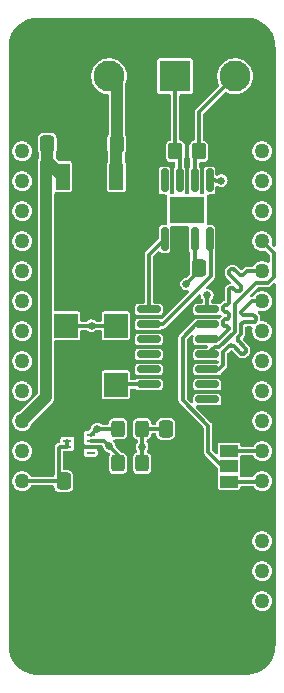
<source format=gbr>
%TF.GenerationSoftware,KiCad,Pcbnew,5.99.0-unknown-fc7f1d1d86~106~ubuntu20.04.1*%
%TF.CreationDate,2021-01-14T14:58:15+11:00*%
%TF.ProjectId,automotive-featherwing,6175746f-6d6f-4746-9976-652d66656174,rev?*%
%TF.SameCoordinates,Original*%
%TF.FileFunction,Copper,L1,Top*%
%TF.FilePolarity,Positive*%
%FSLAX46Y46*%
G04 Gerber Fmt 4.6, Leading zero omitted, Abs format (unit mm)*
G04 Created by KiCad (PCBNEW 5.99.0-unknown-fc7f1d1d86~106~ubuntu20.04.1) date 2021-01-14 14:58:15*
%MOMM*%
%LPD*%
G01*
G04 APERTURE LIST*
G04 Aperture macros list*
%AMRoundRect*
0 Rectangle with rounded corners*
0 $1 Rounding radius*
0 $2 $3 $4 $5 $6 $7 $8 $9 X,Y pos of 4 corners*
0 Add a 4 corners polygon primitive as box body*
4,1,4,$2,$3,$4,$5,$6,$7,$8,$9,$2,$3,0*
0 Add four circle primitives for the rounded corners*
1,1,$1+$1,$2,$3,0*
1,1,$1+$1,$4,$5,0*
1,1,$1+$1,$6,$7,0*
1,1,$1+$1,$8,$9,0*
0 Add four rect primitives between the rounded corners*
20,1,$1+$1,$2,$3,$4,$5,0*
20,1,$1+$1,$4,$5,$6,$7,0*
20,1,$1+$1,$6,$7,$8,$9,0*
20,1,$1+$1,$8,$9,$2,$3,0*%
G04 Aperture macros list end*
%TA.AperFunction,SMDPad,CuDef*%
%ADD10R,1.200000X2.200000*%
%TD*%
%TA.AperFunction,SMDPad,CuDef*%
%ADD11R,5.800000X6.400000*%
%TD*%
%TA.AperFunction,SMDPad,CuDef*%
%ADD12RoundRect,0.250000X-0.337500X-0.475000X0.337500X-0.475000X0.337500X0.475000X-0.337500X0.475000X0*%
%TD*%
%TA.AperFunction,SMDPad,CuDef*%
%ADD13RoundRect,0.250000X0.337500X0.475000X-0.337500X0.475000X-0.337500X-0.475000X0.337500X-0.475000X0*%
%TD*%
%TA.AperFunction,SMDPad,CuDef*%
%ADD14RoundRect,0.250000X-0.350000X-0.450000X0.350000X-0.450000X0.350000X0.450000X-0.350000X0.450000X0*%
%TD*%
%TA.AperFunction,ComponentPad*%
%ADD15C,4.500000*%
%TD*%
%TA.AperFunction,ComponentPad*%
%ADD16R,2.625000X2.625000*%
%TD*%
%TA.AperFunction,ComponentPad*%
%ADD17C,2.625000*%
%TD*%
%TA.AperFunction,ComponentPad*%
%ADD18C,1.270000*%
%TD*%
%TA.AperFunction,SMDPad,CuDef*%
%ADD19RoundRect,0.250000X-0.325000X-0.450000X0.325000X-0.450000X0.325000X0.450000X-0.325000X0.450000X0*%
%TD*%
%TA.AperFunction,SMDPad,CuDef*%
%ADD20R,1.500000X1.000000*%
%TD*%
%TA.AperFunction,SMDPad,CuDef*%
%ADD21R,2.000000X2.000000*%
%TD*%
%TA.AperFunction,SMDPad,CuDef*%
%ADD22RoundRect,0.150000X-0.825000X-0.150000X0.825000X-0.150000X0.825000X0.150000X-0.825000X0.150000X0*%
%TD*%
%TA.AperFunction,SMDPad,CuDef*%
%ADD23RoundRect,0.150000X0.150000X-0.825000X0.150000X0.825000X-0.150000X0.825000X-0.150000X-0.825000X0*%
%TD*%
%TA.AperFunction,SMDPad,CuDef*%
%ADD24R,3.000000X2.290000*%
%TD*%
%TA.AperFunction,SMDPad,CuDef*%
%ADD25R,0.760000X0.270000*%
%TD*%
%TA.AperFunction,SMDPad,CuDef*%
%ADD26R,0.900000X1.300000*%
%TD*%
%TA.AperFunction,ViaPad*%
%ADD27C,0.650000*%
%TD*%
%TA.AperFunction,Conductor*%
%ADD28C,0.300000*%
%TD*%
%TA.AperFunction,Conductor*%
%ADD29C,1.000000*%
%TD*%
G04 APERTURE END LIST*
D10*
%TO.P,IC1,1,VCC*%
%TO.N,VCC*%
X141345000Y-89780000D03*
D11*
%TO.P,IC1,2,GND*%
%TO.N,GND*%
X139065000Y-96080000D03*
D10*
X139065000Y-89780000D03*
%TO.P,IC1,3,VO*%
%TO.N,+5V*%
X136785000Y-89780000D03*
%TD*%
D12*
%TO.P,C3,1*%
%TO.N,+5V*%
X135487500Y-86995000D03*
%TO.P,C3,2*%
%TO.N,GND*%
X137562500Y-86995000D03*
%TD*%
D13*
%TO.P,C5,1*%
%TO.N,+3V3*%
X148357500Y-97536000D03*
%TO.P,C5,2*%
%TO.N,GND*%
X146282500Y-97536000D03*
%TD*%
D14*
%TO.P,R1,1*%
%TO.N,Net-(CAN0-Pad1)*%
X146320000Y-87630000D03*
%TO.P,R1,2*%
%TO.N,Net-(CAN0-Pad2)*%
X148320000Y-87630000D03*
%TD*%
D13*
%TO.P,C2,1*%
%TO.N,VCC*%
X141372500Y-86995000D03*
%TO.P,C2,2*%
%TO.N,GND*%
X139297500Y-86995000D03*
%TD*%
%TO.P,C1,1*%
%TO.N,GND*%
X138959500Y-115570000D03*
%TO.P,C1,2*%
%TO.N,+BATT*%
X136884500Y-115570000D03*
%TD*%
D15*
%TO.P,,1*%
%TO.N,GND*%
X152400000Y-129540000D03*
%TD*%
D16*
%TO.P,J3,1,Pin_1*%
%TO.N,GND*%
X135636000Y-81280000D03*
D17*
%TO.P,J3,2,Pin_2*%
%TO.N,VCC*%
X140716000Y-81280000D03*
%TD*%
D15*
%TO.P,,*%
%TO.N,GND*%
X134620000Y-129540000D03*
%TD*%
D18*
%TO.P,J1,1,Pin_1*%
%TO.N,+BATT*%
X133350000Y-115570000D03*
%TO.P,J1,2,Pin_2*%
%TO.N,Net-(J1-Pad2)*%
X133350000Y-113030000D03*
%TO.P,J1,3,Pin_3*%
%TO.N,+5V*%
X133350000Y-110490000D03*
%TO.P,J1,4,Pin_4*%
%TO.N,Net-(J1-Pad4)*%
X133350000Y-107950000D03*
%TO.P,J1,5,Pin_5*%
%TO.N,Net-(J1-Pad5)*%
X133350000Y-105410000D03*
%TO.P,J1,6,Pin_6*%
%TO.N,Net-(J1-Pad6)*%
X133350000Y-102870000D03*
%TO.P,J1,7,Pin_7*%
%TO.N,Net-(J1-Pad7)*%
X133350000Y-100330000D03*
%TO.P,J1,8,Pin_8*%
%TO.N,Net-(J1-Pad8)*%
X133350000Y-97790000D03*
%TO.P,J1,9,Pin_9*%
%TO.N,Net-(J1-Pad9)*%
X133350000Y-95250000D03*
%TO.P,J1,10,Pin_10*%
%TO.N,Net-(J1-Pad10)*%
X133350000Y-92710000D03*
%TO.P,J1,11,Pin_11*%
%TO.N,SDL*%
X133350000Y-90170000D03*
%TO.P,J1,12,Pin_12*%
%TO.N,SDA*%
X133350000Y-87630000D03*
%TD*%
D12*
%TO.P,C4,1*%
%TO.N,+3V3*%
X145520500Y-111125000D03*
%TO.P,C4,2*%
%TO.N,GND*%
X147595500Y-111125000D03*
%TD*%
D19*
%TO.P,R2,1*%
%TO.N,SDL*%
X141469000Y-114046000D03*
%TO.P,R2,2*%
%TO.N,+3V3*%
X143519000Y-114046000D03*
%TD*%
D20*
%TO.P,JP1,1,A*%
%TO.N,~CS0*%
X150876000Y-115600000D03*
%TO.P,JP1,2,C*%
%TO.N,CS*%
X150876000Y-114300000D03*
%TO.P,JP1,3,B*%
%TO.N,~CS1*%
X150876000Y-113000000D03*
%TD*%
D21*
%TO.P,X2,1,EN*%
%TO.N,+3V3*%
X137092000Y-102402000D03*
%TO.P,X2,2,GND*%
%TO.N,GND*%
X137092000Y-107402000D03*
%TO.P,X2,3,OUT*%
%TO.N,SYSCLK*%
X141292000Y-107402000D03*
%TO.P,X2,4,V+*%
%TO.N,+3V3*%
X141292000Y-102402000D03*
%TD*%
D19*
%TO.P,R3,1*%
%TO.N,SDA*%
X141469000Y-111125000D03*
%TO.P,R3,2*%
%TO.N,+3V3*%
X143519000Y-111125000D03*
%TD*%
D22*
%TO.P,U2,1,TXCAN*%
%TO.N,Net-(IC2-Pad1)*%
X144083000Y-101027000D03*
%TO.P,U2,2,RXCAN*%
%TO.N,Net-(IC2-Pad4)*%
X144083000Y-102297000D03*
%TO.P,U2,3,CLKO/SOF*%
%TO.N,no_connect_41*%
X144083000Y-103567000D03*
%TO.P,U2,4,~INT*%
%TO.N,Net-(U2-Pad4)*%
X144083000Y-104837000D03*
%TO.P,U2,5,OSC2*%
%TO.N,no_connect_42*%
X144083000Y-106107000D03*
%TO.P,U2,6,OSC1*%
%TO.N,SYSCLK*%
X144083000Y-107377000D03*
%TO.P,U2,7,VSS*%
%TO.N,GND*%
X144083000Y-108647000D03*
%TO.P,U2,8,~INT1~/GPIO1*%
%TO.N,Net-(U2-Pad8)*%
X149033000Y-108647000D03*
%TO.P,U2,9,~INT0~/GPIO0/XSTBY*%
%TO.N,Net-(U2-Pad9)*%
X149033000Y-107377000D03*
%TO.P,U2,10,SCK*%
%TO.N,SCK*%
X149033000Y-106107000D03*
%TO.P,U2,11,SDI*%
%TO.N,SDI*%
X149033000Y-104837000D03*
%TO.P,U2,12,SDO*%
%TO.N,SDO*%
X149033000Y-103567000D03*
%TO.P,U2,13,NCS*%
%TO.N,CS*%
X149033000Y-102297000D03*
%TO.P,U2,14,VDD*%
%TO.N,+3V3*%
X149033000Y-101027000D03*
%TD*%
D18*
%TO.P,J2,1,Pin_1*%
%TO.N,+3V3*%
X153670000Y-87630000D03*
%TO.P,J2,2,Pin_2*%
%TO.N,Net-(J2-Pad2)*%
X153670000Y-90170000D03*
%TO.P,J2,3,Pin_3*%
%TO.N,Net-(J2-Pad3)*%
X153670000Y-92710000D03*
%TO.P,J2,4,Pin_4*%
%TO.N,SDI*%
X153670000Y-95250000D03*
%TO.P,J2,5,Pin_5*%
%TO.N,SDO*%
X153670000Y-97790000D03*
%TO.P,J2,6,Pin_6*%
%TO.N,SCK*%
X153670000Y-100330000D03*
%TO.P,J2,7,Pin_7*%
%TO.N,Net-(J2-Pad7)*%
X153670000Y-102870000D03*
%TO.P,J2,8,Pin_8*%
%TO.N,Net-(J2-Pad8)*%
X153670000Y-105410000D03*
%TO.P,J2,9,Pin_9*%
%TO.N,Net-(J2-Pad9)*%
X153670000Y-107950000D03*
%TO.P,J2,10,Pin_10*%
%TO.N,Net-(J2-Pad10)*%
X153670000Y-110490000D03*
%TO.P,J2,11,Pin_11*%
%TO.N,~CS1*%
X153670000Y-113030000D03*
%TO.P,J2,12,Pin_12*%
%TO.N,~CS0*%
X153670000Y-115570000D03*
%TO.P,J2,13,Pin_13*%
%TO.N,GND*%
X153670000Y-118110000D03*
%TO.P,J2,14,Pin_14*%
%TO.N,Net-(J2-Pad14)*%
X153670000Y-120650000D03*
%TO.P,J2,15,Pin_15*%
%TO.N,Net-(J2-Pad15)*%
X153670000Y-123190000D03*
%TO.P,J2,16,Pin_16*%
%TO.N,Net-(J2-Pad16)*%
X153670000Y-125730000D03*
%TD*%
D23*
%TO.P,IC2,1,TXD*%
%TO.N,Net-(IC2-Pad1)*%
X145415000Y-95058000D03*
%TO.P,IC2,2,GND*%
%TO.N,GND*%
X146685000Y-95058000D03*
%TO.P,IC2,3,VCC*%
%TO.N,+3V3*%
X147955000Y-95058000D03*
%TO.P,IC2,4,RXD*%
%TO.N,Net-(IC2-Pad4)*%
X149225000Y-95058000D03*
%TO.P,IC2,5,NC_(-0)_VIO_(-3)*%
%TO.N,+3V3*%
X149225000Y-90108000D03*
%TO.P,IC2,6,CANL*%
%TO.N,Net-(CAN0-Pad2)*%
X147955000Y-90108000D03*
%TO.P,IC2,7,CANH*%
%TO.N,Net-(CAN0-Pad1)*%
X146685000Y-90108000D03*
%TO.P,IC2,8,STB*%
%TO.N,no_connect_40*%
X145415000Y-90108000D03*
D24*
%TO.P,IC2,9*%
%TO.N,N/C*%
X147320000Y-92583000D03*
%TD*%
D16*
%TO.P,CAN0,1,Pin_1*%
%TO.N,Net-(CAN0-Pad1)*%
X146304000Y-81280000D03*
D17*
%TO.P,CAN0,2,Pin_2*%
%TO.N,Net-(CAN0-Pad2)*%
X151384000Y-81280000D03*
%TD*%
D25*
%TO.P,U1,1,CTG*%
%TO.N,GND*%
X137191000Y-111645000D03*
%TO.P,U1,2,CELL*%
%TO.N,+BATT*%
X137191000Y-112145000D03*
%TO.P,U1,3,VDD*%
X137191000Y-112645000D03*
%TO.P,U1,4,GND*%
%TO.N,GND*%
X137191000Y-113145000D03*
%TO.P,U1,5,~ALERT*%
%TO.N,Net-(U1-Pad5)*%
X139161000Y-113145000D03*
%TO.P,U1,6,QSTRT*%
%TO.N,GND*%
X139161000Y-112645000D03*
%TO.P,U1,7,SCL*%
%TO.N,SDL*%
X139161000Y-112145000D03*
%TO.P,U1,8,SDA*%
%TO.N,SDA*%
X139161000Y-111645000D03*
D26*
%TO.P,U1,9,EP*%
%TO.N,GND*%
X138176000Y-112395000D03*
%TD*%
D27*
%TO.N,SDA*%
X139700000Y-111125000D03*
%TO.N,SDL*%
X140744000Y-112621000D03*
%TO.N,GND*%
X143256000Y-96901000D03*
X145034000Y-96901000D03*
%TO.N,+3V3*%
X150215600Y-90119200D03*
X143519000Y-112658000D03*
X139232000Y-102402000D03*
X147269200Y-98856800D03*
X149033000Y-99810800D03*
%TD*%
D28*
%TO.N,SDA*%
X141469000Y-111125000D02*
X139700000Y-111125000D01*
X139681000Y-111125000D02*
X139161000Y-111645000D01*
X139700000Y-111125000D02*
X139681000Y-111125000D01*
%TO.N,SDL*%
X141469000Y-113346000D02*
X141469000Y-114046000D01*
X140268000Y-112145000D02*
X140744000Y-112621000D01*
X139161000Y-112145000D02*
X140268000Y-112145000D01*
X140744000Y-112621000D02*
X141469000Y-113346000D01*
D29*
%TO.N,+5V*%
X135382000Y-88588000D02*
X135382000Y-108458000D01*
X136785000Y-89780000D02*
X135487500Y-88482500D01*
X135487500Y-88482500D02*
X135382000Y-88588000D01*
X135382000Y-108458000D02*
X133350000Y-110490000D01*
X135487500Y-88482500D02*
X135487500Y-86995000D01*
D28*
%TO.N,+BATT*%
X133350000Y-115570000D02*
X136884500Y-115570000D01*
X136460989Y-112729991D02*
X136545980Y-112645000D01*
X136545980Y-112645000D02*
X137191000Y-112645000D01*
X137191000Y-112145000D02*
X137191000Y-112645000D01*
X136884500Y-115570000D02*
X136460989Y-115146489D01*
X136460989Y-115146489D02*
X136460989Y-112729991D01*
%TO.N,SCK*%
X151679870Y-103309401D02*
X151637986Y-103361924D01*
X151009886Y-104071945D02*
X150944391Y-104086894D01*
X152945860Y-101526521D02*
X153009269Y-101548709D01*
X150368000Y-105747000D02*
X150008000Y-106107000D01*
X153113653Y-101631953D02*
X153149394Y-101688834D01*
X151203086Y-104116042D02*
X151142559Y-104086894D01*
X152278322Y-104661973D02*
X152236438Y-104714494D01*
X151892000Y-102419000D02*
X151892000Y-103097271D01*
X153171582Y-101752243D02*
X153179104Y-101819000D01*
X151637985Y-103681142D02*
X151679870Y-103733665D01*
X151608838Y-103422450D02*
X151593890Y-103487944D01*
X151637986Y-103361924D02*
X151608838Y-103422450D01*
X153009269Y-102089290D02*
X152945860Y-102111478D01*
X152192000Y-102119000D02*
X152125243Y-102126521D01*
X152945860Y-102111478D02*
X152879104Y-102119000D01*
X152879104Y-101519000D02*
X152945860Y-101526521D01*
X151892000Y-101219000D02*
X151899521Y-101285756D01*
X152278323Y-104342753D02*
X152307471Y-104403279D01*
X151142559Y-104086894D02*
X151077064Y-104071945D01*
X152123390Y-104785526D02*
X152057895Y-104800476D01*
X151990717Y-104800475D02*
X151925222Y-104785527D01*
X152125243Y-101511478D02*
X152192000Y-101519000D01*
X152236438Y-104714494D02*
X152183915Y-104756380D01*
X151255608Y-104157928D02*
X151203086Y-104116042D01*
X152781000Y-100330000D02*
X151892000Y-101219000D01*
X152322419Y-104468773D02*
X152322418Y-104535953D01*
X153066150Y-101584450D02*
X153113653Y-101631953D01*
X153149394Y-101688834D02*
X153171582Y-101752243D01*
X150368000Y-104621272D02*
X150368000Y-105747000D01*
X151921709Y-102288834D02*
X151899521Y-102352243D01*
X153149394Y-101949165D02*
X153113653Y-102006046D01*
X153066150Y-102053549D02*
X153009269Y-102089290D01*
X151899521Y-101285756D02*
X151921709Y-101349165D01*
X151892000Y-103097271D02*
X151679870Y-103309401D01*
X151077064Y-104071945D02*
X151009886Y-104071945D01*
X151925222Y-104785527D02*
X151864697Y-104756379D01*
X152307471Y-104403279D02*
X152322419Y-104468773D01*
X153171582Y-101885756D02*
X153149394Y-101949165D01*
X152004953Y-102184450D02*
X151957450Y-102231953D01*
X152307470Y-104601447D02*
X152278322Y-104661973D01*
X152879104Y-102119000D02*
X152192000Y-102119000D01*
X152004953Y-101453549D02*
X152061834Y-101489290D01*
X153009269Y-101548709D02*
X153066150Y-101584450D01*
X151921709Y-101349165D02*
X151957450Y-101406046D01*
X152236438Y-104290230D02*
X152278323Y-104342753D01*
X153179104Y-101819000D02*
X153171582Y-101885756D01*
X152061834Y-101489290D02*
X152125243Y-101511478D01*
X151593889Y-103555122D02*
X151608837Y-103620616D01*
X151812173Y-104714494D02*
X151255608Y-104157928D01*
X152183915Y-104756380D02*
X152123390Y-104785526D01*
X152322418Y-104535953D02*
X152307470Y-104601447D01*
X151864697Y-104756379D02*
X151812173Y-104714494D01*
X151957450Y-102231953D02*
X151921709Y-102288834D01*
X150008000Y-106107000D02*
X149033000Y-106107000D01*
X151679870Y-103733665D02*
X152236438Y-104290230D01*
X152192000Y-101519000D02*
X152879104Y-101519000D01*
X152125243Y-102126521D02*
X152061834Y-102148709D01*
X150944391Y-104086894D02*
X150883866Y-104116042D01*
X151608837Y-103620616D02*
X151637985Y-103681142D01*
X152057895Y-104800476D02*
X151990717Y-104800475D01*
X153113653Y-102006046D02*
X153066150Y-102053549D01*
X150831343Y-104157929D02*
X150368000Y-104621272D01*
X152061834Y-102148709D02*
X152004953Y-102184450D01*
X150883866Y-104116042D02*
X150831343Y-104157929D01*
X151899521Y-102352243D02*
X151892000Y-102419000D01*
X153670000Y-100330000D02*
X152781000Y-100330000D01*
X151593890Y-103487944D02*
X151593889Y-103555122D01*
X151957450Y-101406046D02*
X152004953Y-101453549D01*
%TO.N,SDO*%
X150869731Y-100454630D02*
X150876000Y-100399000D01*
X150470127Y-102394457D02*
X150430542Y-102354872D01*
X150400757Y-101107470D02*
X150382268Y-101054630D01*
X151059763Y-97616618D02*
X151125256Y-97601670D01*
X150781872Y-101303542D02*
X150734470Y-101273757D01*
X150851242Y-102590529D02*
X150821457Y-102543127D01*
X150904828Y-98059394D02*
X150875680Y-97998868D01*
X150382268Y-102254630D02*
X150376000Y-102199000D01*
X150869731Y-101443369D02*
X150851242Y-101390529D01*
X151370978Y-97687652D02*
X151724533Y-98041204D01*
X151916578Y-99241523D02*
X151916578Y-99174344D01*
X151584874Y-99506047D02*
X151652053Y-99506047D01*
X151872482Y-99367543D02*
X151901629Y-99307017D01*
X151903075Y-98127187D02*
X151970253Y-98127187D01*
X151300265Y-99314000D02*
X151406332Y-99420066D01*
X151257929Y-97616619D02*
X151318456Y-97645765D01*
X151458854Y-99461951D02*
X151519380Y-99491098D01*
X150876000Y-100399000D02*
X150876000Y-99314000D01*
X150400757Y-102307470D02*
X150382268Y-102254630D01*
X150851242Y-101390529D02*
X150821457Y-101343127D01*
X150382268Y-102043369D02*
X150400757Y-101990529D01*
X150470127Y-101903542D02*
X150517529Y-101873757D01*
X150946714Y-97687651D02*
X150999236Y-97645766D01*
X150851242Y-100507470D02*
X150869731Y-100454630D01*
X151724533Y-98041204D02*
X151777054Y-98083090D01*
X151777054Y-98083090D02*
X151837580Y-98112238D01*
X150875680Y-97800700D02*
X150904828Y-97740174D01*
X151318456Y-97645765D02*
X151370978Y-97687652D01*
X153024497Y-97790000D02*
X153670000Y-97790000D01*
X150570369Y-100655268D02*
X150681630Y-100642731D01*
X151652053Y-99506047D02*
X151717547Y-99491098D01*
X150904828Y-97740174D02*
X150946714Y-97687651D01*
X150821457Y-100554872D02*
X150851242Y-100507470D01*
X151830596Y-98995801D02*
X151300267Y-98465468D01*
X150517529Y-101873757D02*
X150570369Y-101855268D01*
X150821457Y-101343127D02*
X150781872Y-101303542D01*
X151837580Y-98112238D02*
X151903075Y-98127187D01*
X150376000Y-102199000D02*
X150376000Y-102099000D01*
X151300267Y-98465468D02*
X150946714Y-98111915D01*
X150734470Y-101273757D02*
X150681630Y-101255268D01*
X150734470Y-101824242D02*
X150781872Y-101794457D01*
X150517529Y-102424242D02*
X150470127Y-102394457D01*
X152400000Y-97790000D02*
X153024497Y-97790000D01*
X150008000Y-103567000D02*
X150876000Y-102699000D01*
X150876000Y-101499000D02*
X150869731Y-101443369D01*
X150400757Y-101990529D02*
X150430542Y-101943127D01*
X150430542Y-101943127D02*
X150470127Y-101903542D01*
X150999236Y-97645766D02*
X151059763Y-97616618D01*
X151054543Y-99228018D02*
X151121722Y-99228018D01*
X150821457Y-102543127D02*
X150781872Y-102503542D01*
X150734470Y-102473757D02*
X150681630Y-102455268D01*
X152035748Y-98112238D02*
X152096274Y-98083090D01*
X150681630Y-102455268D02*
X150570369Y-102442731D01*
X150570369Y-101855268D02*
X150681630Y-101842731D01*
X150869731Y-102643369D02*
X150851242Y-102590529D01*
X151778073Y-99461951D02*
X151830596Y-99420066D01*
X150876000Y-99314000D02*
X150928523Y-99272114D01*
X151192436Y-97601669D02*
X151257929Y-97616619D01*
X151970253Y-98127187D02*
X152035748Y-98112238D01*
X150400757Y-100790529D02*
X150430542Y-100743127D01*
X149033000Y-103567000D02*
X150008000Y-103567000D01*
X150860731Y-97866195D02*
X150875680Y-97800700D01*
X150681630Y-100642731D02*
X150734470Y-100624242D01*
X150876000Y-102699000D02*
X150869731Y-102643369D01*
X150470127Y-100703542D02*
X150517529Y-100673757D01*
X152148797Y-98041204D02*
X152400000Y-97790000D01*
X150376000Y-102099000D02*
X150382268Y-102043369D01*
X150382268Y-100843369D02*
X150400757Y-100790529D01*
X151901629Y-99307017D02*
X151916578Y-99241523D01*
X150376000Y-100999000D02*
X150376000Y-100899000D01*
X151121722Y-99228018D02*
X151187216Y-99242967D01*
X150376000Y-100899000D02*
X150382268Y-100843369D01*
X150781872Y-101794457D02*
X150821457Y-101754872D01*
X150430542Y-101154872D02*
X150400757Y-101107470D01*
X150382268Y-101054630D02*
X150376000Y-100999000D01*
X150876000Y-101599000D02*
X150876000Y-101499000D01*
X150946714Y-98111915D02*
X150904828Y-98059394D01*
X150681630Y-101842731D02*
X150734470Y-101824242D01*
X150470127Y-101194457D02*
X150430542Y-101154872D01*
X150430542Y-100743127D02*
X150470127Y-100703542D01*
X150517529Y-101224242D02*
X150470127Y-101194457D01*
X150860731Y-97933373D02*
X150860731Y-97866195D01*
X150989049Y-99242967D02*
X151054543Y-99228018D01*
X150570369Y-102442731D02*
X150517529Y-102424242D01*
X151717547Y-99491098D02*
X151778073Y-99461951D01*
X151125256Y-97601670D02*
X151192436Y-97601669D01*
X152096274Y-98083090D02*
X152148797Y-98041204D01*
X151187216Y-99242967D02*
X151247742Y-99272114D01*
X150821457Y-101754872D02*
X150851242Y-101707470D01*
X150928523Y-99272114D02*
X150989049Y-99242967D01*
X150681630Y-101255268D02*
X150570369Y-101242731D01*
X150430542Y-102354872D02*
X150400757Y-102307470D01*
X151901629Y-99108850D02*
X151872482Y-99048324D01*
X150875680Y-97998868D02*
X150860731Y-97933373D01*
X151916578Y-99174344D02*
X151901629Y-99108850D01*
X150734470Y-100624242D02*
X150781872Y-100594457D01*
X151872482Y-99048324D02*
X151830596Y-98995801D01*
X150570369Y-101242731D02*
X150517529Y-101224242D01*
X150781872Y-100594457D02*
X150821457Y-100554872D01*
X150869731Y-101654630D02*
X150876000Y-101599000D01*
X151406332Y-99420066D02*
X151458854Y-99461951D01*
X151519380Y-99491098D02*
X151584874Y-99506047D01*
X150781872Y-102503542D02*
X150734470Y-102473757D01*
X150517529Y-100673757D02*
X150570369Y-100655268D01*
X150851242Y-101707470D02*
X150869731Y-101654630D01*
X151247742Y-99272114D02*
X151300265Y-99314000D01*
X151830596Y-99420066D02*
X151872482Y-99367543D01*
%TO.N,SDI*%
X154655011Y-96235011D02*
X153670000Y-95250000D01*
X150065116Y-104217020D02*
X151376020Y-102906116D01*
X149033000Y-104837000D02*
X149652980Y-104217020D01*
X153197194Y-98775011D02*
X154142806Y-98775011D01*
X151376020Y-102906116D02*
X151376020Y-100596185D01*
X154655011Y-98262806D02*
X154655011Y-96235011D01*
X154142806Y-98775011D02*
X154655011Y-98262806D01*
X149652980Y-104217020D02*
X150065116Y-104217020D01*
X151376020Y-100596185D02*
X153197194Y-98775011D01*
%TO.N,+3V3*%
X143519000Y-112658000D02*
X143519000Y-114046000D01*
X148357500Y-97536000D02*
X148357500Y-97768500D01*
X147955000Y-97133500D02*
X148357500Y-97536000D01*
X150215600Y-90119200D02*
X150204400Y-90108000D01*
X147955000Y-95058000D02*
X147955000Y-97133500D01*
X137092000Y-102402000D02*
X139232000Y-102402000D01*
X148357500Y-97768500D02*
X147269200Y-98856800D01*
X149033000Y-101027000D02*
X149033000Y-99810800D01*
X139232000Y-102402000D02*
X141292000Y-102402000D01*
X145520500Y-111125000D02*
X143519000Y-111125000D01*
X143519000Y-111125000D02*
X143519000Y-112658000D01*
X149225000Y-90108000D02*
X150215600Y-90119200D01*
%TO.N,Net-(CAN0-Pad1)*%
X146685000Y-87995000D02*
X146320000Y-87630000D01*
X146320000Y-81296000D02*
X146304000Y-81280000D01*
X146320000Y-87630000D02*
X146320000Y-81296000D01*
X146685000Y-90108000D02*
X146685000Y-87995000D01*
%TO.N,Net-(CAN0-Pad2)*%
X148320000Y-87630000D02*
X148320000Y-84344000D01*
X147955000Y-87995000D02*
X148320000Y-87630000D01*
X147955000Y-90108000D02*
X147955000Y-87995000D01*
X148320000Y-84344000D02*
X151384000Y-81280000D01*
D29*
%TO.N,VCC*%
X141372500Y-81936500D02*
X140716000Y-81280000D01*
X141345000Y-87022500D02*
X141372500Y-86995000D01*
X141372500Y-86995000D02*
X141372500Y-81936500D01*
X141345000Y-89780000D02*
X141345000Y-87022500D01*
D28*
%TO.N,Net-(IC2-Pad4)*%
X145257558Y-102297000D02*
X144083000Y-102297000D01*
X149377400Y-95210400D02*
X149377400Y-98177158D01*
X149377400Y-98177158D02*
X145257558Y-102297000D01*
X149225000Y-95058000D02*
X149377400Y-95210400D01*
%TO.N,Net-(IC2-Pad1)*%
X144083000Y-101027000D02*
X144083000Y-96390000D01*
X144083000Y-96390000D02*
X145415000Y-95058000D01*
%TO.N,CS*%
X148058000Y-102297000D02*
X149033000Y-102297000D01*
X146939000Y-103416000D02*
X148058000Y-102297000D01*
X146939000Y-108712000D02*
X146939000Y-103416000D01*
X150295980Y-114300000D02*
X149098000Y-113102020D01*
X149098000Y-113102020D02*
X149098000Y-110871000D01*
X150876000Y-114300000D02*
X150295980Y-114300000D01*
X149098000Y-110871000D02*
X146939000Y-108712000D01*
%TO.N,SYSCLK*%
X141317000Y-107377000D02*
X141292000Y-107402000D01*
X144083000Y-107377000D02*
X141317000Y-107377000D01*
%TO.N,~CS1*%
X153640000Y-113000000D02*
X153670000Y-113030000D01*
X150876000Y-113000000D02*
X153640000Y-113000000D01*
%TO.N,~CS0*%
X150876000Y-115600000D02*
X153640000Y-115600000D01*
X153640000Y-115600000D02*
X153670000Y-115570000D01*
%TD*%
%TA.AperFunction,Conductor*%
%TO.N,GND*%
G36*
X152354630Y-76330941D02*
G01*
X152354676Y-76330403D01*
X152359256Y-76330798D01*
X152359264Y-76330803D01*
X152363682Y-76331507D01*
X152499792Y-76333403D01*
X152505620Y-76333621D01*
X152572855Y-76337687D01*
X152580403Y-76338373D01*
X152799578Y-76364987D01*
X152807069Y-76366126D01*
X152843603Y-76372822D01*
X152861153Y-76376038D01*
X152868591Y-76377635D01*
X153082912Y-76430459D01*
X153090234Y-76432500D01*
X153142760Y-76448868D01*
X153149942Y-76451347D01*
X153149954Y-76451351D01*
X153356337Y-76529622D01*
X153363369Y-76532535D01*
X153413466Y-76555082D01*
X153420309Y-76558413D01*
X153615805Y-76661017D01*
X153622435Y-76664757D01*
X153669450Y-76693179D01*
X153675841Y-76697311D01*
X153857528Y-76822720D01*
X153863657Y-76827230D01*
X153863665Y-76827236D01*
X153906917Y-76861122D01*
X153912756Y-76865988D01*
X154077995Y-77012377D01*
X154083537Y-77017594D01*
X154122404Y-77056461D01*
X154127622Y-77062003D01*
X154274016Y-77227249D01*
X154278887Y-77233095D01*
X154312764Y-77276335D01*
X154317266Y-77282452D01*
X154373354Y-77363710D01*
X154442695Y-77464168D01*
X154446818Y-77470545D01*
X154475252Y-77517579D01*
X154478982Y-77524194D01*
X154581580Y-77719676D01*
X154584912Y-77726520D01*
X154607465Y-77776631D01*
X154610378Y-77783663D01*
X154688649Y-77990048D01*
X154691131Y-77997241D01*
X154707498Y-78049762D01*
X154709541Y-78057088D01*
X154759028Y-78257865D01*
X154762367Y-78271414D01*
X154763964Y-78278856D01*
X154773870Y-78332913D01*
X154775015Y-78340434D01*
X154801625Y-78559580D01*
X154802312Y-78567136D01*
X154802314Y-78567161D01*
X154806379Y-78634367D01*
X154806597Y-78640206D01*
X154808250Y-78758881D01*
X154810904Y-78767483D01*
X154811458Y-78770990D01*
X154813000Y-78790642D01*
X154813000Y-95593128D01*
X154792998Y-95661249D01*
X154739342Y-95707742D01*
X154669068Y-95717846D01*
X154604488Y-95688352D01*
X154597905Y-95682223D01*
X154510011Y-95594329D01*
X154475985Y-95532017D01*
X154479972Y-95464211D01*
X154489613Y-95436212D01*
X154510480Y-95255868D01*
X154510500Y-95250000D01*
X154490893Y-95069515D01*
X154432987Y-94897451D01*
X154339483Y-94741834D01*
X154214745Y-94609927D01*
X154131265Y-94553194D01*
X154070234Y-94511718D01*
X154064591Y-94507883D01*
X154058261Y-94505351D01*
X154058257Y-94505349D01*
X153902364Y-94442996D01*
X153902359Y-94442995D01*
X153896027Y-94440462D01*
X153805872Y-94425537D01*
X153723656Y-94411926D01*
X153723652Y-94411926D01*
X153716918Y-94410811D01*
X153710101Y-94411168D01*
X153710097Y-94411168D01*
X153555357Y-94419278D01*
X153535620Y-94420312D01*
X153529047Y-94422123D01*
X153529044Y-94422123D01*
X153453266Y-94442996D01*
X153360591Y-94468523D01*
X153199998Y-94553194D01*
X153194785Y-94557599D01*
X153194781Y-94557602D01*
X153108420Y-94630584D01*
X153061334Y-94670375D01*
X153057190Y-94675794D01*
X153057189Y-94675796D01*
X152955212Y-94809175D01*
X152951066Y-94814598D01*
X152874341Y-94979136D01*
X152872855Y-94985784D01*
X152872854Y-94985787D01*
X152855636Y-95062818D01*
X152834738Y-95156310D01*
X152834104Y-95337856D01*
X152835547Y-95344529D01*
X152835547Y-95344531D01*
X152856766Y-95442669D01*
X152872470Y-95515303D01*
X152948044Y-95680372D01*
X152952148Y-95685818D01*
X152952149Y-95685820D01*
X153005789Y-95757002D01*
X153057302Y-95825362D01*
X153062481Y-95829801D01*
X153062482Y-95829802D01*
X153170726Y-95922578D01*
X153195145Y-95943508D01*
X153355143Y-96029298D01*
X153361707Y-96031156D01*
X153361711Y-96031157D01*
X153466404Y-96060782D01*
X153529831Y-96078730D01*
X153536642Y-96079135D01*
X153536644Y-96079135D01*
X153674120Y-96087302D01*
X153711058Y-96089497D01*
X153790773Y-96076871D01*
X153883636Y-96062163D01*
X153883640Y-96062162D01*
X153890370Y-96061096D01*
X153894810Y-96059356D01*
X153965007Y-96060782D01*
X154016155Y-96091837D01*
X154267606Y-96343288D01*
X154301632Y-96405600D01*
X154304511Y-96432383D01*
X154304511Y-96972960D01*
X154284509Y-97041081D01*
X154230853Y-97087574D01*
X154160579Y-97097678D01*
X154107692Y-97077174D01*
X154064591Y-97047883D01*
X154058261Y-97045351D01*
X154058257Y-97045349D01*
X153902364Y-96982996D01*
X153902359Y-96982995D01*
X153896027Y-96980462D01*
X153805872Y-96965537D01*
X153723656Y-96951926D01*
X153723652Y-96951926D01*
X153716918Y-96950811D01*
X153710101Y-96951168D01*
X153710097Y-96951168D01*
X153555357Y-96959278D01*
X153535620Y-96960312D01*
X153529047Y-96962123D01*
X153529044Y-96962123D01*
X153453266Y-96982996D01*
X153360591Y-97008523D01*
X153199998Y-97093194D01*
X153194785Y-97097599D01*
X153194781Y-97097602D01*
X153108420Y-97170584D01*
X153061334Y-97210375D01*
X153057190Y-97215794D01*
X153057189Y-97215796D01*
X153029920Y-97251462D01*
X152951066Y-97354598D01*
X152948181Y-97360785D01*
X152945400Y-97366749D01*
X152898483Y-97420035D01*
X152831205Y-97439500D01*
X152451546Y-97439500D01*
X152430409Y-97437251D01*
X152426925Y-97437087D01*
X152416745Y-97434895D01*
X152385214Y-97438627D01*
X152380327Y-97438915D01*
X152380340Y-97439072D01*
X152375160Y-97439500D01*
X152369961Y-97439500D01*
X152353487Y-97442242D01*
X152347637Y-97443075D01*
X152340487Y-97443921D01*
X152311156Y-97447392D01*
X152311154Y-97447393D01*
X152300817Y-97448616D01*
X152293191Y-97452278D01*
X152284847Y-97453667D01*
X152243334Y-97476066D01*
X152238076Y-97478744D01*
X152195585Y-97499149D01*
X152192977Y-97501341D01*
X152191048Y-97503270D01*
X152189047Y-97505106D01*
X152188958Y-97505009D01*
X152187798Y-97506032D01*
X152182112Y-97509100D01*
X152175043Y-97516747D01*
X152145803Y-97548378D01*
X152142374Y-97551943D01*
X152025759Y-97668558D01*
X151963447Y-97702584D01*
X151892632Y-97697519D01*
X151847569Y-97668559D01*
X151809886Y-97630876D01*
X151657533Y-97478524D01*
X151646516Y-97464694D01*
X151646355Y-97464826D01*
X151641333Y-97458686D01*
X151637120Y-97451964D01*
X151634649Y-97449618D01*
X151632532Y-97447929D01*
X151632528Y-97447926D01*
X151610430Y-97430303D01*
X151604359Y-97424877D01*
X151601254Y-97422246D01*
X151597577Y-97418569D01*
X151582388Y-97407715D01*
X151577099Y-97403722D01*
X151559320Y-97389542D01*
X151548709Y-97380048D01*
X151525464Y-97356753D01*
X151522534Y-97355016D01*
X151485947Y-97337398D01*
X151479298Y-97333948D01*
X151447235Y-97316085D01*
X151447233Y-97316084D01*
X151438134Y-97311015D01*
X151433282Y-97310140D01*
X151415957Y-97301712D01*
X151402175Y-97293030D01*
X151402170Y-97293028D01*
X151395454Y-97288797D01*
X151392210Y-97287756D01*
X151389565Y-97287152D01*
X151389552Y-97287149D01*
X151352614Y-97278717D01*
X151345368Y-97276835D01*
X151334597Y-97273693D01*
X151300098Y-97263629D01*
X151295189Y-97263855D01*
X151276443Y-97259500D01*
X151261035Y-97254089D01*
X151261029Y-97254088D01*
X151253552Y-97251462D01*
X151250158Y-97251168D01*
X151231459Y-97251168D01*
X151209549Y-97251169D01*
X151202061Y-97250946D01*
X151155020Y-97248144D01*
X151150268Y-97249461D01*
X151131004Y-97249385D01*
X151114797Y-97247540D01*
X151114791Y-97247540D01*
X151106918Y-97246644D01*
X151103544Y-97247112D01*
X151063946Y-97256150D01*
X151056624Y-97257594D01*
X151010098Y-97265339D01*
X151005771Y-97267673D01*
X150986983Y-97271884D01*
X150970763Y-97273693D01*
X150970754Y-97273695D01*
X150962884Y-97274573D01*
X150959698Y-97275781D01*
X150957250Y-97276960D01*
X150957245Y-97276962D01*
X150923116Y-97293398D01*
X150916276Y-97296446D01*
X150872658Y-97314341D01*
X150868954Y-97317584D01*
X150851570Y-97325873D01*
X150828672Y-97333856D01*
X150825835Y-97335742D01*
X150808991Y-97349175D01*
X150794095Y-97361054D01*
X150788101Y-97365550D01*
X150760355Y-97385097D01*
X150749558Y-97392703D01*
X150746669Y-97396690D01*
X150731564Y-97408638D01*
X150717736Y-97417305D01*
X150717734Y-97417307D01*
X150711021Y-97421514D01*
X150708675Y-97423984D01*
X150706970Y-97426122D01*
X150683363Y-97455724D01*
X150678521Y-97461438D01*
X150646983Y-97496492D01*
X150645054Y-97501020D01*
X150632990Y-97516027D01*
X150621438Y-97527553D01*
X150621436Y-97527556D01*
X150615823Y-97533156D01*
X150614086Y-97536087D01*
X150612916Y-97538517D01*
X150612914Y-97538520D01*
X150596467Y-97572673D01*
X150593019Y-97579320D01*
X150570076Y-97620503D01*
X150569202Y-97625349D01*
X150560780Y-97642664D01*
X150547855Y-97663183D01*
X150546814Y-97666426D01*
X150546212Y-97669064D01*
X150537778Y-97706013D01*
X150535895Y-97713261D01*
X150522692Y-97758519D01*
X150522919Y-97763437D01*
X150518559Y-97782197D01*
X150510525Y-97805074D01*
X150510231Y-97808468D01*
X150510231Y-97849084D01*
X150510008Y-97856571D01*
X150507207Y-97903619D01*
X150508523Y-97908366D01*
X150508447Y-97927617D01*
X150505705Y-97951714D01*
X150506173Y-97955088D01*
X150515215Y-97994703D01*
X150516657Y-98002022D01*
X150524398Y-98048526D01*
X150526736Y-98052859D01*
X150530949Y-98071653D01*
X150533636Y-98095750D01*
X150534844Y-98098935D01*
X150552458Y-98135511D01*
X150555504Y-98142350D01*
X150564114Y-98163333D01*
X150573404Y-98185975D01*
X150576648Y-98189679D01*
X150584936Y-98207062D01*
X150592921Y-98229964D01*
X150594808Y-98232801D01*
X150596496Y-98234917D01*
X150596499Y-98234922D01*
X150620119Y-98264538D01*
X150624617Y-98270536D01*
X150651766Y-98309074D01*
X150651586Y-98309201D01*
X150653712Y-98311851D01*
X150655862Y-98316329D01*
X150658054Y-98318937D01*
X150679950Y-98340833D01*
X150685375Y-98346903D01*
X150688172Y-98349871D01*
X150691416Y-98353939D01*
X150695285Y-98357420D01*
X150695286Y-98357421D01*
X150705294Y-98366425D01*
X150710115Y-98370998D01*
X151011596Y-98672478D01*
X151011633Y-98672517D01*
X151016043Y-98676927D01*
X151050069Y-98739239D01*
X151045004Y-98810054D01*
X151002457Y-98866890D01*
X150959113Y-98885410D01*
X150959520Y-98886600D01*
X150949664Y-98889975D01*
X150939390Y-98891685D01*
X150935057Y-98894023D01*
X150916262Y-98898236D01*
X150912504Y-98898655D01*
X150900049Y-98900043D01*
X150900044Y-98900044D01*
X150892172Y-98900922D01*
X150888986Y-98902130D01*
X150886548Y-98903304D01*
X150886534Y-98903310D01*
X150852394Y-98919751D01*
X150845551Y-98922799D01*
X150824654Y-98931373D01*
X150801940Y-98940692D01*
X150798237Y-98943934D01*
X150780860Y-98952219D01*
X150757959Y-98960204D01*
X150755122Y-98962090D01*
X150752996Y-98963786D01*
X150752991Y-98963789D01*
X150723376Y-98987407D01*
X150717407Y-98991884D01*
X150678847Y-99019049D01*
X150675369Y-99023848D01*
X150660830Y-99035509D01*
X150636744Y-99051061D01*
X150621999Y-99069766D01*
X150610223Y-99084704D01*
X150604939Y-99090976D01*
X150583235Y-99115099D01*
X150583234Y-99115101D01*
X150576269Y-99122842D01*
X150572464Y-99131772D01*
X150571898Y-99132569D01*
X150570912Y-99134231D01*
X150570483Y-99135114D01*
X150564473Y-99142737D01*
X150561024Y-99152559D01*
X150561021Y-99152564D01*
X150550268Y-99183185D01*
X150547303Y-99190823D01*
X150530510Y-99230236D01*
X150529803Y-99239919D01*
X150529061Y-99242425D01*
X150528420Y-99245402D01*
X150525794Y-99252879D01*
X150525500Y-99256273D01*
X150525500Y-99294205D01*
X150525165Y-99303387D01*
X150522003Y-99346662D01*
X150524650Y-99356738D01*
X150524967Y-99360168D01*
X150525500Y-99371746D01*
X150525500Y-100208288D01*
X150505498Y-100276409D01*
X150451842Y-100322902D01*
X150433975Y-100329479D01*
X150418280Y-100333944D01*
X150416167Y-100335411D01*
X150401315Y-100340543D01*
X150382959Y-100344711D01*
X150379929Y-100346268D01*
X150377628Y-100347714D01*
X150377612Y-100347723D01*
X150345544Y-100367873D01*
X150339085Y-100371669D01*
X150297757Y-100394329D01*
X150296022Y-100396231D01*
X150282676Y-100404544D01*
X150272862Y-100409257D01*
X150265713Y-100412690D01*
X150263105Y-100414882D01*
X150234399Y-100443588D01*
X150228947Y-100448726D01*
X150193683Y-100480027D01*
X150192415Y-100482267D01*
X150181259Y-100493336D01*
X150166534Y-100505052D01*
X150164479Y-100507770D01*
X150163032Y-100510073D01*
X150162807Y-100510431D01*
X150162750Y-100510482D01*
X150161482Y-100512318D01*
X150161095Y-100512051D01*
X150156218Y-100517050D01*
X150155793Y-100516636D01*
X150109632Y-100557473D01*
X150039465Y-100568299D01*
X150005168Y-100558645D01*
X149970999Y-100543540D01*
X149946409Y-100532669D01*
X149897578Y-100526500D01*
X149509500Y-100526500D01*
X149441379Y-100506498D01*
X149394886Y-100452842D01*
X149383500Y-100400500D01*
X149383500Y-100256442D01*
X149403502Y-100188321D01*
X149413262Y-100175115D01*
X149475370Y-100101619D01*
X149475370Y-100101618D01*
X149480916Y-100095056D01*
X149484491Y-100087248D01*
X149537283Y-99971940D01*
X149537283Y-99971939D01*
X149540858Y-99964131D01*
X149542201Y-99955653D01*
X149542202Y-99955649D01*
X149562661Y-99826478D01*
X149562662Y-99826471D01*
X149563384Y-99821910D01*
X149563500Y-99810800D01*
X149543958Y-99668138D01*
X149530744Y-99637602D01*
X149490183Y-99543871D01*
X149490182Y-99543869D01*
X149486771Y-99535987D01*
X149396152Y-99424082D01*
X149278779Y-99340669D01*
X149143297Y-99291893D01*
X149134737Y-99291264D01*
X149134735Y-99291264D01*
X149059149Y-99285713D01*
X148992676Y-99260775D01*
X148950238Y-99203858D01*
X148945309Y-99133032D01*
X148979283Y-99070956D01*
X149588787Y-98461452D01*
X149605332Y-98448089D01*
X149607906Y-98445747D01*
X149616656Y-98440097D01*
X149636323Y-98415149D01*
X149639567Y-98411499D01*
X149639447Y-98411397D01*
X149642807Y-98407432D01*
X149646481Y-98403758D01*
X149656173Y-98390196D01*
X149659731Y-98385458D01*
X149682480Y-98356600D01*
X149682482Y-98356597D01*
X149688927Y-98348421D01*
X149691730Y-98340439D01*
X149696649Y-98333556D01*
X149700456Y-98320828D01*
X149710159Y-98288380D01*
X149711995Y-98282732D01*
X149724979Y-98245759D01*
X149727606Y-98238279D01*
X149727900Y-98234885D01*
X149727900Y-98232175D01*
X149728018Y-98229444D01*
X149728148Y-98229450D01*
X149728245Y-98227903D01*
X149730096Y-98221715D01*
X149727997Y-98168278D01*
X149727900Y-98163333D01*
X149727900Y-95261947D01*
X149730149Y-95240810D01*
X149730313Y-95237326D01*
X149732505Y-95227146D01*
X149728773Y-95195615D01*
X149728485Y-95190727D01*
X149728328Y-95190740D01*
X149727900Y-95185562D01*
X149727900Y-95180361D01*
X149727046Y-95175230D01*
X149726618Y-95170052D01*
X149726700Y-95170045D01*
X149725500Y-95155528D01*
X149725500Y-94202961D01*
X149711333Y-94117847D01*
X149668154Y-94037822D01*
X149660844Y-94024274D01*
X149660843Y-94024272D01*
X149655900Y-94015112D01*
X149570178Y-93935870D01*
X149560657Y-93931661D01*
X149560654Y-93931659D01*
X149492688Y-93901613D01*
X149463409Y-93888669D01*
X149414578Y-93882500D01*
X149148300Y-93882500D01*
X149080179Y-93862498D01*
X149033686Y-93808842D01*
X149025710Y-93740431D01*
X149023686Y-93740232D01*
X149024293Y-93734067D01*
X149025500Y-93728000D01*
X149025500Y-92797856D01*
X152834104Y-92797856D01*
X152835547Y-92804529D01*
X152835547Y-92804531D01*
X152856766Y-92902669D01*
X152872470Y-92975303D01*
X152948044Y-93140372D01*
X153057302Y-93285362D01*
X153195145Y-93403508D01*
X153355143Y-93489298D01*
X153361707Y-93491156D01*
X153361711Y-93491157D01*
X153467514Y-93521096D01*
X153529831Y-93538730D01*
X153536642Y-93539135D01*
X153536644Y-93539135D01*
X153674120Y-93547302D01*
X153711058Y-93549497D01*
X153790773Y-93536871D01*
X153883636Y-93522163D01*
X153883640Y-93522162D01*
X153890370Y-93521096D01*
X153896716Y-93518609D01*
X153896720Y-93518608D01*
X153999690Y-93478254D01*
X154059400Y-93454854D01*
X154210263Y-93353860D01*
X154335919Y-93222827D01*
X154430507Y-93067867D01*
X154489613Y-92896212D01*
X154510480Y-92715868D01*
X154510500Y-92710000D01*
X154490893Y-92529515D01*
X154432987Y-92357451D01*
X154339483Y-92201834D01*
X154214745Y-92069927D01*
X154131265Y-92013194D01*
X154070234Y-91971718D01*
X154064591Y-91967883D01*
X154058261Y-91965351D01*
X154058257Y-91965349D01*
X153902364Y-91902996D01*
X153902359Y-91902995D01*
X153896027Y-91900462D01*
X153805872Y-91885537D01*
X153723656Y-91871926D01*
X153723652Y-91871926D01*
X153716918Y-91870811D01*
X153710101Y-91871168D01*
X153710097Y-91871168D01*
X153555357Y-91879278D01*
X153535620Y-91880312D01*
X153529047Y-91882123D01*
X153529044Y-91882123D01*
X153453266Y-91902996D01*
X153360591Y-91928523D01*
X153199998Y-92013194D01*
X153194785Y-92017599D01*
X153194781Y-92017602D01*
X153108420Y-92090584D01*
X153061334Y-92130375D01*
X153057190Y-92135794D01*
X153057189Y-92135796D01*
X152955212Y-92269175D01*
X152951066Y-92274598D01*
X152874341Y-92439136D01*
X152834738Y-92616310D01*
X152834104Y-92797856D01*
X149025500Y-92797856D01*
X149025500Y-91438000D01*
X149024293Y-91431933D01*
X149023686Y-91425768D01*
X149025479Y-91425591D01*
X149031053Y-91363358D01*
X149074612Y-91307294D01*
X149148300Y-91283500D01*
X149405039Y-91283500D01*
X149490153Y-91269333D01*
X149529425Y-91248143D01*
X149583726Y-91218844D01*
X149583728Y-91218843D01*
X149592888Y-91213900D01*
X149672130Y-91128178D01*
X149676339Y-91118657D01*
X149676341Y-91118654D01*
X149715623Y-91029796D01*
X149719331Y-91021409D01*
X149725500Y-90972578D01*
X149725500Y-90663322D01*
X149745502Y-90595201D01*
X149799158Y-90548708D01*
X149869432Y-90538604D01*
X149911041Y-90552278D01*
X150023107Y-90612367D01*
X150023114Y-90612370D01*
X150030683Y-90616428D01*
X150039062Y-90618301D01*
X150039065Y-90618302D01*
X150125232Y-90637562D01*
X150171209Y-90647839D01*
X150179782Y-90647390D01*
X150179786Y-90647390D01*
X150306423Y-90640753D01*
X150306424Y-90640753D01*
X150315006Y-90640303D01*
X150380381Y-90618302D01*
X150443344Y-90597113D01*
X150443346Y-90597112D01*
X150451479Y-90594375D01*
X150570574Y-90513438D01*
X150576117Y-90506879D01*
X150576119Y-90506877D01*
X150657973Y-90410015D01*
X150663516Y-90403456D01*
X150685146Y-90356212D01*
X150719883Y-90280340D01*
X150719883Y-90280339D01*
X150723458Y-90272531D01*
X150724801Y-90264053D01*
X150724802Y-90264049D01*
X150725783Y-90257856D01*
X152834104Y-90257856D01*
X152835547Y-90264529D01*
X152835547Y-90264531D01*
X152856766Y-90362669D01*
X152872470Y-90435303D01*
X152948044Y-90600372D01*
X152952148Y-90605818D01*
X152952149Y-90605820D01*
X152983813Y-90647839D01*
X153057302Y-90745362D01*
X153195145Y-90863508D01*
X153355143Y-90949298D01*
X153361707Y-90951156D01*
X153361711Y-90951157D01*
X153467514Y-90981096D01*
X153529831Y-90998730D01*
X153536642Y-90999135D01*
X153536644Y-90999135D01*
X153674120Y-91007302D01*
X153711058Y-91009497D01*
X153790773Y-90996871D01*
X153883636Y-90982163D01*
X153883640Y-90982162D01*
X153890370Y-90981096D01*
X153896716Y-90978609D01*
X153896720Y-90978608D01*
X153999690Y-90938254D01*
X154059400Y-90914854D01*
X154210263Y-90813860D01*
X154335919Y-90682827D01*
X154430507Y-90527867D01*
X154471087Y-90410015D01*
X154487390Y-90362669D01*
X154487391Y-90362666D01*
X154489613Y-90356212D01*
X154510480Y-90175868D01*
X154510500Y-90170000D01*
X154490893Y-89989515D01*
X154432987Y-89817451D01*
X154339483Y-89661834D01*
X154332118Y-89654045D01*
X154267742Y-89585970D01*
X154214745Y-89529927D01*
X154131265Y-89473194D01*
X154070234Y-89431718D01*
X154064591Y-89427883D01*
X154058261Y-89425351D01*
X154058257Y-89425349D01*
X153902364Y-89362996D01*
X153902359Y-89362995D01*
X153896027Y-89360462D01*
X153805872Y-89345537D01*
X153723656Y-89331926D01*
X153723652Y-89331926D01*
X153716918Y-89330811D01*
X153710101Y-89331168D01*
X153710097Y-89331168D01*
X153555357Y-89339278D01*
X153535620Y-89340312D01*
X153529047Y-89342123D01*
X153529044Y-89342123D01*
X153453266Y-89362996D01*
X153360591Y-89388523D01*
X153199998Y-89473194D01*
X153194785Y-89477599D01*
X153194781Y-89477602D01*
X153108420Y-89550584D01*
X153061334Y-89590375D01*
X153057190Y-89595794D01*
X153057189Y-89595796D01*
X152955212Y-89729175D01*
X152951066Y-89734598D01*
X152948183Y-89740781D01*
X152948181Y-89740784D01*
X152896194Y-89852271D01*
X152874341Y-89899136D01*
X152872855Y-89905784D01*
X152872854Y-89905787D01*
X152854139Y-89989515D01*
X152834738Y-90076310D01*
X152834714Y-90083131D01*
X152834714Y-90083133D01*
X152834549Y-90130310D01*
X152834104Y-90257856D01*
X150725783Y-90257856D01*
X150745261Y-90134878D01*
X150745262Y-90134871D01*
X150745984Y-90130310D01*
X150746100Y-90119200D01*
X150726558Y-89976538D01*
X150669371Y-89844387D01*
X150578752Y-89732482D01*
X150461379Y-89649069D01*
X150325897Y-89600293D01*
X150317337Y-89599664D01*
X150317335Y-89599664D01*
X150242466Y-89594166D01*
X150182290Y-89589747D01*
X150041136Y-89618208D01*
X149912836Y-89683580D01*
X149911788Y-89681523D01*
X149856067Y-89700103D01*
X149787266Y-89682584D01*
X149738859Y-89630648D01*
X149725500Y-89574186D01*
X149725500Y-89252961D01*
X149711333Y-89167847D01*
X149668154Y-89087822D01*
X149660844Y-89074274D01*
X149660843Y-89074272D01*
X149655900Y-89065112D01*
X149570178Y-88985870D01*
X149560657Y-88981661D01*
X149560654Y-88981659D01*
X149492688Y-88951613D01*
X149463409Y-88938669D01*
X149414578Y-88932500D01*
X149044961Y-88932500D01*
X148959847Y-88946667D01*
X148950681Y-88951613D01*
X148950680Y-88951613D01*
X148866274Y-88997156D01*
X148866272Y-88997157D01*
X148857112Y-89002100D01*
X148777870Y-89087822D01*
X148773661Y-89097343D01*
X148773659Y-89097346D01*
X148746545Y-89158680D01*
X148730669Y-89194591D01*
X148724500Y-89243422D01*
X148724500Y-90963039D01*
X148725354Y-90968170D01*
X148735612Y-91029796D01*
X148738667Y-91048153D01*
X148743612Y-91057318D01*
X148746477Y-91065685D01*
X148749620Y-91136612D01*
X148713918Y-91197979D01*
X148650706Y-91230302D01*
X148627271Y-91232500D01*
X148549477Y-91232500D01*
X148481356Y-91212498D01*
X148434863Y-91158842D01*
X148424759Y-91088568D01*
X148434236Y-91055554D01*
X148445623Y-91029796D01*
X148449331Y-91021409D01*
X148455500Y-90972578D01*
X148455500Y-89252961D01*
X148441333Y-89167847D01*
X148398154Y-89087822D01*
X148390844Y-89074274D01*
X148390843Y-89074272D01*
X148385900Y-89065112D01*
X148345970Y-89028201D01*
X148309526Y-88967273D01*
X148305500Y-88935677D01*
X148305500Y-88656500D01*
X148325502Y-88588379D01*
X148379158Y-88541886D01*
X148431500Y-88530500D01*
X148703258Y-88530500D01*
X148707905Y-88529801D01*
X148707910Y-88529801D01*
X148794624Y-88516764D01*
X148794625Y-88516764D01*
X148803935Y-88515364D01*
X148926029Y-88456735D01*
X149025486Y-88364798D01*
X149093513Y-88247681D01*
X149120500Y-88131252D01*
X149120500Y-87717856D01*
X152834104Y-87717856D01*
X152835547Y-87724529D01*
X152835547Y-87724531D01*
X152856766Y-87822669D01*
X152872470Y-87895303D01*
X152948044Y-88060372D01*
X152952148Y-88065818D01*
X152952149Y-88065820D01*
X152991402Y-88117910D01*
X153057302Y-88205362D01*
X153062481Y-88209801D01*
X153062482Y-88209802D01*
X153186962Y-88316494D01*
X153195145Y-88323508D01*
X153241164Y-88348183D01*
X153341747Y-88402115D01*
X153355143Y-88409298D01*
X153361707Y-88411156D01*
X153361711Y-88411157D01*
X153464404Y-88440216D01*
X153529831Y-88458730D01*
X153536642Y-88459135D01*
X153536644Y-88459135D01*
X153674120Y-88467302D01*
X153711058Y-88469497D01*
X153791632Y-88456735D01*
X153883636Y-88442163D01*
X153883640Y-88442162D01*
X153890370Y-88441096D01*
X153896716Y-88438609D01*
X153896720Y-88438608D01*
X154007304Y-88395270D01*
X154059400Y-88374854D01*
X154210263Y-88273860D01*
X154335919Y-88142827D01*
X154342985Y-88131252D01*
X154426947Y-87993699D01*
X154430507Y-87987867D01*
X154489613Y-87816212D01*
X154510480Y-87635868D01*
X154510500Y-87630000D01*
X154490893Y-87449515D01*
X154432987Y-87277451D01*
X154339483Y-87121834D01*
X154214745Y-86989927D01*
X154131265Y-86933194D01*
X154070234Y-86891718D01*
X154064591Y-86887883D01*
X154058261Y-86885351D01*
X154058257Y-86885349D01*
X153902364Y-86822996D01*
X153902359Y-86822995D01*
X153896027Y-86820462D01*
X153805872Y-86805537D01*
X153723656Y-86791926D01*
X153723652Y-86791926D01*
X153716918Y-86790811D01*
X153710101Y-86791168D01*
X153710097Y-86791168D01*
X153557068Y-86799188D01*
X153535620Y-86800312D01*
X153529047Y-86802123D01*
X153529044Y-86802123D01*
X153453266Y-86822996D01*
X153360591Y-86848523D01*
X153199998Y-86933194D01*
X153194785Y-86937599D01*
X153194781Y-86937602D01*
X153116006Y-87004173D01*
X153061334Y-87050375D01*
X153057190Y-87055794D01*
X153057189Y-87055796D01*
X152995921Y-87135931D01*
X152951066Y-87194598D01*
X152874341Y-87359136D01*
X152834738Y-87536310D01*
X152834104Y-87717856D01*
X149120500Y-87717856D01*
X149120500Y-87146742D01*
X149116756Y-87121834D01*
X149106764Y-87055376D01*
X149106764Y-87055375D01*
X149105364Y-87046065D01*
X149046735Y-86923971D01*
X148954798Y-86824514D01*
X148837681Y-86756487D01*
X148780513Y-86743236D01*
X148768049Y-86740347D01*
X148706204Y-86705479D01*
X148673027Y-86642711D01*
X148670500Y-86617601D01*
X148670500Y-84541372D01*
X148690502Y-84473251D01*
X148707405Y-84452277D01*
X150522197Y-82637484D01*
X150584509Y-82603459D01*
X150655324Y-82608523D01*
X150666911Y-82613519D01*
X150825187Y-82691401D01*
X150830033Y-82692882D01*
X150830034Y-82692883D01*
X151053184Y-82761107D01*
X151053186Y-82761107D01*
X151058032Y-82762589D01*
X151063053Y-82763277D01*
X151063054Y-82763277D01*
X151152023Y-82775464D01*
X151299263Y-82795633D01*
X151376207Y-82793752D01*
X151537613Y-82789808D01*
X151537617Y-82789808D01*
X151542674Y-82789684D01*
X151782003Y-82744895D01*
X151801683Y-82737810D01*
X151958207Y-82681458D01*
X152011093Y-82662418D01*
X152224048Y-82544374D01*
X152228026Y-82541244D01*
X152228030Y-82541241D01*
X152411416Y-82396931D01*
X152411418Y-82396930D01*
X152415392Y-82393802D01*
X152580200Y-82214574D01*
X152714234Y-82011302D01*
X152716308Y-82006688D01*
X152811969Y-81793831D01*
X152811971Y-81793826D01*
X152814043Y-81789215D01*
X152877061Y-81554028D01*
X152901667Y-81311791D01*
X152902000Y-81280000D01*
X152882473Y-81037300D01*
X152824394Y-80800845D01*
X152767924Y-80667809D01*
X152731233Y-80581372D01*
X152731233Y-80581371D01*
X152729257Y-80576717D01*
X152599510Y-80370682D01*
X152438491Y-80188042D01*
X152250343Y-80033496D01*
X152039906Y-79911018D01*
X152035179Y-79909204D01*
X152035176Y-79909202D01*
X151817323Y-79825576D01*
X151817320Y-79825575D01*
X151812594Y-79823761D01*
X151574256Y-79773970D01*
X151569207Y-79773741D01*
X151569201Y-79773740D01*
X151458158Y-79768698D01*
X151331023Y-79762925D01*
X151326003Y-79763506D01*
X151325999Y-79763506D01*
X151217857Y-79776019D01*
X151089152Y-79790910D01*
X151084278Y-79792289D01*
X151084274Y-79792290D01*
X150859737Y-79855828D01*
X150859735Y-79855829D01*
X150854868Y-79857206D01*
X150850293Y-79859340D01*
X150850286Y-79859342D01*
X150734001Y-79913567D01*
X150634196Y-79960107D01*
X150630016Y-79962948D01*
X150630012Y-79962950D01*
X150544886Y-80020802D01*
X150432815Y-80096965D01*
X150255906Y-80264260D01*
X150108020Y-80457687D01*
X149992961Y-80672270D01*
X149913691Y-80902489D01*
X149912830Y-80907472D01*
X149912829Y-80907477D01*
X149889534Y-81042341D01*
X149872247Y-81142420D01*
X149869698Y-81385890D01*
X149906107Y-81626637D01*
X149980539Y-81858465D01*
X149982838Y-81862977D01*
X150050136Y-81995056D01*
X150063240Y-82064833D01*
X150036540Y-82130617D01*
X150026964Y-82141354D01*
X148108610Y-84059708D01*
X148092078Y-84073060D01*
X148089494Y-84075411D01*
X148080744Y-84081061D01*
X148074297Y-84089239D01*
X148061083Y-84106001D01*
X148057830Y-84109661D01*
X148057951Y-84109763D01*
X148054598Y-84113720D01*
X148050918Y-84117400D01*
X148047894Y-84121632D01*
X148047893Y-84121633D01*
X148041214Y-84130979D01*
X148037651Y-84135725D01*
X148008473Y-84172737D01*
X148005670Y-84180718D01*
X148000751Y-84187602D01*
X147997769Y-84197574D01*
X147987242Y-84232775D01*
X147985406Y-84238423D01*
X147969794Y-84282879D01*
X147969500Y-84286273D01*
X147969500Y-84288983D01*
X147969382Y-84291714D01*
X147969252Y-84291708D01*
X147969155Y-84293256D01*
X147967304Y-84299444D01*
X147967713Y-84309848D01*
X147969403Y-84352880D01*
X147969500Y-84357826D01*
X147969500Y-86616102D01*
X147949498Y-86684223D01*
X147895842Y-86730716D01*
X147862232Y-86740702D01*
X147845376Y-86743236D01*
X147845375Y-86743236D01*
X147836065Y-86744636D01*
X147713971Y-86803265D01*
X147614514Y-86895202D01*
X147546487Y-87012319D01*
X147519500Y-87128748D01*
X147519500Y-88113258D01*
X147520199Y-88117905D01*
X147520199Y-88117910D01*
X147527570Y-88166936D01*
X147534636Y-88213935D01*
X147557568Y-88261690D01*
X147592083Y-88333568D01*
X147604500Y-88388110D01*
X147604500Y-88933974D01*
X147584498Y-89002095D01*
X147571026Y-89019502D01*
X147507870Y-89087822D01*
X147503661Y-89097343D01*
X147503659Y-89097346D01*
X147476545Y-89158680D01*
X147460669Y-89194591D01*
X147454500Y-89243422D01*
X147454500Y-90963039D01*
X147455354Y-90968170D01*
X147465612Y-91029796D01*
X147468667Y-91048153D01*
X147473612Y-91057318D01*
X147476477Y-91065685D01*
X147479620Y-91136612D01*
X147443918Y-91197979D01*
X147380706Y-91230302D01*
X147357271Y-91232500D01*
X147279477Y-91232500D01*
X147211356Y-91212498D01*
X147164863Y-91158842D01*
X147154759Y-91088568D01*
X147164236Y-91055554D01*
X147175623Y-91029796D01*
X147179331Y-91021409D01*
X147185500Y-90972578D01*
X147185500Y-89252961D01*
X147171333Y-89167847D01*
X147128154Y-89087822D01*
X147120844Y-89074274D01*
X147120843Y-89074272D01*
X147115900Y-89065112D01*
X147075970Y-89028201D01*
X147039526Y-88967273D01*
X147035500Y-88935677D01*
X147035500Y-88381496D01*
X147052546Y-88318211D01*
X147088781Y-88255827D01*
X147093513Y-88247681D01*
X147120500Y-88131252D01*
X147120500Y-87146742D01*
X147116756Y-87121834D01*
X147106764Y-87055376D01*
X147106764Y-87055375D01*
X147105364Y-87046065D01*
X147046735Y-86923971D01*
X146954798Y-86824514D01*
X146837681Y-86756487D01*
X146780513Y-86743236D01*
X146768049Y-86740347D01*
X146706204Y-86705479D01*
X146673027Y-86642711D01*
X146670500Y-86617601D01*
X146670500Y-82924000D01*
X146690502Y-82855879D01*
X146744158Y-82809386D01*
X146796500Y-82798000D01*
X147616500Y-82798000D01*
X147641331Y-82793061D01*
X147682972Y-82784778D01*
X147682974Y-82784777D01*
X147695141Y-82782357D01*
X147705456Y-82775465D01*
X147705458Y-82775464D01*
X147751494Y-82744703D01*
X147761810Y-82737810D01*
X147768703Y-82727494D01*
X147799464Y-82681458D01*
X147799465Y-82681456D01*
X147806357Y-82671141D01*
X147822000Y-82592500D01*
X147822000Y-79967500D01*
X147806357Y-79888859D01*
X147799465Y-79878544D01*
X147799464Y-79878542D01*
X147768703Y-79832506D01*
X147761810Y-79822190D01*
X147717062Y-79792290D01*
X147705458Y-79784536D01*
X147705456Y-79784535D01*
X147695141Y-79777643D01*
X147682974Y-79775223D01*
X147682972Y-79775222D01*
X147641331Y-79766939D01*
X147616500Y-79762000D01*
X144991500Y-79762000D01*
X144966669Y-79766939D01*
X144925028Y-79775222D01*
X144925026Y-79775223D01*
X144912859Y-79777643D01*
X144902544Y-79784535D01*
X144902542Y-79784536D01*
X144890938Y-79792290D01*
X144846190Y-79822190D01*
X144839297Y-79832506D01*
X144808536Y-79878542D01*
X144808535Y-79878544D01*
X144801643Y-79888859D01*
X144786000Y-79967500D01*
X144786000Y-82592500D01*
X144801643Y-82671141D01*
X144808535Y-82681456D01*
X144808536Y-82681458D01*
X144839297Y-82727494D01*
X144846190Y-82737810D01*
X144856506Y-82744703D01*
X144902542Y-82775464D01*
X144902544Y-82775465D01*
X144912859Y-82782357D01*
X144925026Y-82784777D01*
X144925028Y-82784778D01*
X144966669Y-82793061D01*
X144991500Y-82798000D01*
X145843500Y-82798000D01*
X145911621Y-82818002D01*
X145958114Y-82871658D01*
X145969500Y-82924000D01*
X145969500Y-86616102D01*
X145949498Y-86684223D01*
X145895842Y-86730716D01*
X145862232Y-86740702D01*
X145845376Y-86743236D01*
X145845375Y-86743236D01*
X145836065Y-86744636D01*
X145713971Y-86803265D01*
X145614514Y-86895202D01*
X145546487Y-87012319D01*
X145519500Y-87128748D01*
X145519500Y-88113258D01*
X145520199Y-88117905D01*
X145520199Y-88117910D01*
X145527570Y-88166936D01*
X145534636Y-88213935D01*
X145593265Y-88336029D01*
X145685202Y-88435486D01*
X145693344Y-88440215D01*
X145693345Y-88440216D01*
X145721785Y-88456735D01*
X145802319Y-88503513D01*
X145918748Y-88530500D01*
X146208500Y-88530500D01*
X146276621Y-88550502D01*
X146323114Y-88604158D01*
X146334500Y-88656500D01*
X146334500Y-88933974D01*
X146314498Y-89002095D01*
X146301026Y-89019502D01*
X146237870Y-89087822D01*
X146233661Y-89097343D01*
X146233659Y-89097346D01*
X146206545Y-89158680D01*
X146190669Y-89194591D01*
X146184500Y-89243422D01*
X146184500Y-90963039D01*
X146185354Y-90968170D01*
X146195612Y-91029796D01*
X146198667Y-91048153D01*
X146203612Y-91057318D01*
X146206477Y-91065685D01*
X146209620Y-91136612D01*
X146173918Y-91197979D01*
X146110706Y-91230302D01*
X146087271Y-91232500D01*
X146009477Y-91232500D01*
X145941356Y-91212498D01*
X145894863Y-91158842D01*
X145884759Y-91088568D01*
X145894236Y-91055554D01*
X145905623Y-91029796D01*
X145909331Y-91021409D01*
X145915500Y-90972578D01*
X145915500Y-89252961D01*
X145901333Y-89167847D01*
X145858154Y-89087822D01*
X145850844Y-89074274D01*
X145850843Y-89074272D01*
X145845900Y-89065112D01*
X145760178Y-88985870D01*
X145750657Y-88981661D01*
X145750654Y-88981659D01*
X145682688Y-88951613D01*
X145653409Y-88938669D01*
X145604578Y-88932500D01*
X145234961Y-88932500D01*
X145149847Y-88946667D01*
X145140681Y-88951613D01*
X145140680Y-88951613D01*
X145056274Y-88997156D01*
X145056272Y-88997157D01*
X145047112Y-89002100D01*
X144967870Y-89087822D01*
X144963661Y-89097343D01*
X144963659Y-89097346D01*
X144936545Y-89158680D01*
X144920669Y-89194591D01*
X144914500Y-89243422D01*
X144914500Y-90963039D01*
X144928667Y-91048153D01*
X144933613Y-91057319D01*
X144933613Y-91057320D01*
X144975972Y-91135824D01*
X144984100Y-91150888D01*
X145069822Y-91230130D01*
X145079343Y-91234339D01*
X145079346Y-91234341D01*
X145142896Y-91262435D01*
X145176591Y-91277331D01*
X145225422Y-91283500D01*
X145491700Y-91283500D01*
X145559821Y-91303502D01*
X145606314Y-91357158D01*
X145614290Y-91425569D01*
X145616314Y-91425768D01*
X145615707Y-91431933D01*
X145614500Y-91438000D01*
X145614500Y-93728000D01*
X145615707Y-93734067D01*
X145616314Y-93740232D01*
X145614521Y-93740409D01*
X145608947Y-93802642D01*
X145565388Y-93858706D01*
X145491700Y-93882500D01*
X145234961Y-93882500D01*
X145149847Y-93896667D01*
X145140681Y-93901613D01*
X145140680Y-93901613D01*
X145056274Y-93947156D01*
X145056272Y-93947157D01*
X145047112Y-93952100D01*
X144967870Y-94037822D01*
X144963661Y-94047343D01*
X144963659Y-94047346D01*
X144950359Y-94077432D01*
X144920669Y-94144591D01*
X144914500Y-94193422D01*
X144914500Y-95010628D01*
X144894498Y-95078749D01*
X144877595Y-95099723D01*
X143871610Y-96105708D01*
X143855078Y-96119060D01*
X143852494Y-96121411D01*
X143843744Y-96127061D01*
X143837297Y-96135239D01*
X143824083Y-96152001D01*
X143820830Y-96155661D01*
X143820951Y-96155763D01*
X143817598Y-96159720D01*
X143813918Y-96163400D01*
X143810894Y-96167632D01*
X143810893Y-96167633D01*
X143804214Y-96176979D01*
X143800651Y-96181725D01*
X143771473Y-96218737D01*
X143768670Y-96226718D01*
X143763751Y-96233602D01*
X143760769Y-96243574D01*
X143750242Y-96278775D01*
X143748406Y-96284423D01*
X143732794Y-96328879D01*
X143732500Y-96332273D01*
X143732500Y-96334983D01*
X143732382Y-96337714D01*
X143732252Y-96337708D01*
X143732155Y-96339256D01*
X143730304Y-96345444D01*
X143730713Y-96355848D01*
X143732403Y-96398880D01*
X143732500Y-96403826D01*
X143732500Y-100400500D01*
X143712498Y-100468621D01*
X143658842Y-100515114D01*
X143606500Y-100526500D01*
X143227961Y-100526500D01*
X143142847Y-100540667D01*
X143133681Y-100545613D01*
X143133680Y-100545613D01*
X143049274Y-100591156D01*
X143049272Y-100591157D01*
X143040112Y-100596100D01*
X142960870Y-100681822D01*
X142956661Y-100691343D01*
X142956659Y-100691346D01*
X142955619Y-100693699D01*
X142913669Y-100788591D01*
X142907500Y-100837422D01*
X142907500Y-101207039D01*
X142921667Y-101292153D01*
X142926613Y-101301319D01*
X142926613Y-101301320D01*
X142968972Y-101379824D01*
X142977100Y-101394888D01*
X143062822Y-101474130D01*
X143072343Y-101478339D01*
X143072346Y-101478341D01*
X143135896Y-101506435D01*
X143169591Y-101521331D01*
X143218422Y-101527500D01*
X144938039Y-101527500D01*
X145023153Y-101513333D01*
X145032320Y-101508387D01*
X145116726Y-101462844D01*
X145116728Y-101462843D01*
X145125888Y-101457900D01*
X145205130Y-101372178D01*
X145209339Y-101362657D01*
X145209341Y-101362654D01*
X145248623Y-101273796D01*
X145252331Y-101265409D01*
X145258500Y-101216578D01*
X145258500Y-100846961D01*
X145244333Y-100761847D01*
X145233283Y-100741367D01*
X145193844Y-100668274D01*
X145193843Y-100668272D01*
X145188900Y-100659112D01*
X145103178Y-100579870D01*
X145093657Y-100575661D01*
X145093654Y-100575659D01*
X145025023Y-100545319D01*
X144996409Y-100532669D01*
X144947578Y-100526500D01*
X144559500Y-100526500D01*
X144491379Y-100506498D01*
X144444886Y-100452842D01*
X144433500Y-100400500D01*
X144433500Y-96587373D01*
X144453502Y-96519252D01*
X144470404Y-96498278D01*
X144647284Y-96321398D01*
X144837997Y-96130684D01*
X144900310Y-96096659D01*
X144971125Y-96101723D01*
X145012623Y-96127255D01*
X145051724Y-96163400D01*
X145069822Y-96180130D01*
X145079343Y-96184339D01*
X145079346Y-96184341D01*
X145138655Y-96210560D01*
X145176591Y-96227331D01*
X145225422Y-96233500D01*
X145595039Y-96233500D01*
X145605211Y-96231807D01*
X145619203Y-96229478D01*
X145680153Y-96219333D01*
X145689320Y-96214387D01*
X145773726Y-96168844D01*
X145773728Y-96168843D01*
X145782888Y-96163900D01*
X145862130Y-96078178D01*
X145866339Y-96068657D01*
X145866341Y-96068654D01*
X145905623Y-95979796D01*
X145909331Y-95971409D01*
X145915500Y-95922578D01*
X145915500Y-94202961D01*
X145907299Y-94153689D01*
X145903043Y-94128119D01*
X145903043Y-94128118D01*
X145901333Y-94117847D01*
X145896387Y-94108680D01*
X145893523Y-94100315D01*
X145890380Y-94029388D01*
X145926082Y-93968021D01*
X145989294Y-93935698D01*
X146012729Y-93933500D01*
X147360523Y-93933500D01*
X147428644Y-93953502D01*
X147475137Y-94007158D01*
X147485241Y-94077432D01*
X147475764Y-94110446D01*
X147460669Y-94144591D01*
X147454500Y-94193422D01*
X147454500Y-95913039D01*
X147468667Y-95998153D01*
X147473613Y-96007319D01*
X147473613Y-96007320D01*
X147517954Y-96089497D01*
X147524100Y-96100888D01*
X147564030Y-96137799D01*
X147600474Y-96198727D01*
X147604500Y-96230323D01*
X147604500Y-96852849D01*
X147596923Y-96892569D01*
X147596487Y-96893319D01*
X147594360Y-96902496D01*
X147594359Y-96902498D01*
X147581041Y-96959955D01*
X147569500Y-97009748D01*
X147569500Y-98008628D01*
X147549498Y-98076749D01*
X147532595Y-98097723D01*
X147339174Y-98291144D01*
X147276862Y-98325170D01*
X147252995Y-98326854D01*
X147253032Y-98327436D01*
X147244454Y-98327976D01*
X147235890Y-98327347D01*
X147094736Y-98355808D01*
X147075985Y-98365362D01*
X146974089Y-98417280D01*
X146974086Y-98417282D01*
X146966436Y-98421180D01*
X146960115Y-98426993D01*
X146960113Y-98426994D01*
X146878809Y-98501758D01*
X146860443Y-98518647D01*
X146855920Y-98525942D01*
X146855919Y-98525943D01*
X146791963Y-98629092D01*
X146784564Y-98641026D01*
X146744391Y-98779303D01*
X146744301Y-98787890D01*
X146744195Y-98798016D01*
X146742883Y-98923289D01*
X146745106Y-98931585D01*
X146745106Y-98931586D01*
X146777120Y-99051061D01*
X146780152Y-99062377D01*
X146853451Y-99186319D01*
X146957380Y-99285984D01*
X147084283Y-99354028D01*
X147092662Y-99355901D01*
X147092665Y-99355902D01*
X147163549Y-99371746D01*
X147224809Y-99385439D01*
X147233382Y-99384990D01*
X147233386Y-99384990D01*
X147368606Y-99377903D01*
X147368769Y-99381010D01*
X147424419Y-99386430D01*
X147480144Y-99430422D01*
X147503238Y-99497558D01*
X147486370Y-99566521D01*
X147466465Y-99592411D01*
X145237625Y-101821251D01*
X145175313Y-101855277D01*
X145104498Y-101850212D01*
X145097584Y-101847397D01*
X145068189Y-101834402D01*
X144996409Y-101802669D01*
X144947578Y-101796500D01*
X143227961Y-101796500D01*
X143142847Y-101810667D01*
X143133681Y-101815613D01*
X143133680Y-101815613D01*
X143049274Y-101861156D01*
X143049272Y-101861157D01*
X143040112Y-101866100D01*
X142960870Y-101951822D01*
X142956661Y-101961343D01*
X142956659Y-101961346D01*
X142936853Y-102006148D01*
X142913669Y-102058591D01*
X142907500Y-102107422D01*
X142907500Y-102477039D01*
X142921667Y-102562153D01*
X142926613Y-102571319D01*
X142926613Y-102571320D01*
X142971813Y-102655089D01*
X142977100Y-102664888D01*
X142984744Y-102671954D01*
X143052524Y-102734610D01*
X143062822Y-102744130D01*
X143072343Y-102748339D01*
X143072346Y-102748341D01*
X143135613Y-102776310D01*
X143169591Y-102791331D01*
X143218422Y-102797500D01*
X144938039Y-102797500D01*
X145023153Y-102783333D01*
X145036169Y-102776310D01*
X145116726Y-102732844D01*
X145116728Y-102732843D01*
X145125888Y-102727900D01*
X145132952Y-102720258D01*
X145132955Y-102720256D01*
X145159506Y-102691533D01*
X145220435Y-102655089D01*
X145240914Y-102652967D01*
X145240812Y-102652105D01*
X145272343Y-102648373D01*
X145277230Y-102648085D01*
X145277217Y-102647928D01*
X145282397Y-102647500D01*
X145287597Y-102647500D01*
X145304089Y-102644755D01*
X145309906Y-102643927D01*
X145356740Y-102638384D01*
X145364366Y-102634722D01*
X145372711Y-102633333D01*
X145414209Y-102610942D01*
X145419462Y-102608265D01*
X145461972Y-102587852D01*
X145464580Y-102585660D01*
X145466519Y-102583721D01*
X145468510Y-102581895D01*
X145468599Y-102581992D01*
X145469761Y-102580968D01*
X145475446Y-102577900D01*
X145511766Y-102538609D01*
X145515195Y-102535044D01*
X148291894Y-99758345D01*
X148354206Y-99724319D01*
X148425021Y-99729384D01*
X148481857Y-99771931D01*
X148506668Y-99838451D01*
X148506982Y-99848755D01*
X148506683Y-99877289D01*
X148508906Y-99885585D01*
X148508906Y-99885586D01*
X148537867Y-99993667D01*
X148543952Y-100016377D01*
X148617251Y-100140319D01*
X148643712Y-100165694D01*
X148679032Y-100227277D01*
X148682500Y-100256633D01*
X148682500Y-100400500D01*
X148662498Y-100468621D01*
X148608842Y-100515114D01*
X148556500Y-100526500D01*
X148177961Y-100526500D01*
X148092847Y-100540667D01*
X148083681Y-100545613D01*
X148083680Y-100545613D01*
X147999274Y-100591156D01*
X147999272Y-100591157D01*
X147990112Y-100596100D01*
X147910870Y-100681822D01*
X147906661Y-100691343D01*
X147906659Y-100691346D01*
X147905619Y-100693699D01*
X147863669Y-100788591D01*
X147857500Y-100837422D01*
X147857500Y-101207039D01*
X147871667Y-101292153D01*
X147876613Y-101301319D01*
X147876613Y-101301320D01*
X147918972Y-101379824D01*
X147927100Y-101394888D01*
X148012822Y-101474130D01*
X148022343Y-101478339D01*
X148022346Y-101478341D01*
X148085896Y-101506435D01*
X148119591Y-101521331D01*
X148168422Y-101527500D01*
X149888039Y-101527500D01*
X149973153Y-101513333D01*
X150059258Y-101466873D01*
X150128706Y-101452129D01*
X150195102Y-101477271D01*
X150237364Y-101534319D01*
X150242075Y-101605159D01*
X150207219Y-101664374D01*
X150208017Y-101665019D01*
X150203686Y-101670375D01*
X150202733Y-101671994D01*
X150193683Y-101680027D01*
X150192415Y-101682267D01*
X150181259Y-101693336D01*
X150166534Y-101705052D01*
X150164479Y-101707770D01*
X150163032Y-101710073D01*
X150142878Y-101742147D01*
X150138706Y-101748368D01*
X150122693Y-101770776D01*
X150066813Y-101814570D01*
X149996126Y-101821201D01*
X149969230Y-101812758D01*
X149946409Y-101802669D01*
X149897578Y-101796500D01*
X148177961Y-101796500D01*
X148092847Y-101810667D01*
X148083681Y-101815613D01*
X148083680Y-101815613D01*
X147999274Y-101861156D01*
X147999272Y-101861157D01*
X147990112Y-101866100D01*
X147910870Y-101951822D01*
X147906978Y-101960625D01*
X147866083Y-101996396D01*
X147867389Y-101998418D01*
X147860729Y-102002718D01*
X147853586Y-102006148D01*
X147850978Y-102008340D01*
X147849040Y-102010278D01*
X147847048Y-102012105D01*
X147846959Y-102012008D01*
X147845797Y-102013032D01*
X147840112Y-102016100D01*
X147833043Y-102023747D01*
X147803793Y-102055389D01*
X147800364Y-102058954D01*
X146727610Y-103131708D01*
X146711078Y-103145060D01*
X146708494Y-103147411D01*
X146699744Y-103153061D01*
X146693297Y-103161239D01*
X146680083Y-103178001D01*
X146676830Y-103181661D01*
X146676951Y-103181763D01*
X146673598Y-103185720D01*
X146669918Y-103189400D01*
X146666894Y-103193632D01*
X146666893Y-103193633D01*
X146660214Y-103202979D01*
X146656648Y-103207729D01*
X146636175Y-103233699D01*
X146627473Y-103244737D01*
X146624670Y-103252718D01*
X146619751Y-103259602D01*
X146616769Y-103269574D01*
X146606242Y-103304775D01*
X146604406Y-103310423D01*
X146596966Y-103331610D01*
X146588794Y-103354879D01*
X146588500Y-103358273D01*
X146588500Y-103360983D01*
X146588382Y-103363714D01*
X146588252Y-103363708D01*
X146588155Y-103365256D01*
X146586304Y-103371444D01*
X146586713Y-103381848D01*
X146588403Y-103424880D01*
X146588500Y-103429826D01*
X146588500Y-108660453D01*
X146586251Y-108681590D01*
X146586087Y-108685074D01*
X146583895Y-108695254D01*
X146585119Y-108705593D01*
X146587627Y-108726785D01*
X146587915Y-108731672D01*
X146588072Y-108731659D01*
X146588500Y-108736839D01*
X146588500Y-108742039D01*
X146591245Y-108758531D01*
X146592073Y-108764348D01*
X146597616Y-108811182D01*
X146601278Y-108818808D01*
X146602667Y-108827153D01*
X146625058Y-108868651D01*
X146627735Y-108873904D01*
X146648148Y-108916414D01*
X146650340Y-108919022D01*
X146652279Y-108920961D01*
X146654105Y-108922952D01*
X146654008Y-108923041D01*
X146655032Y-108924203D01*
X146658100Y-108929888D01*
X146665747Y-108936957D01*
X146697389Y-108966207D01*
X146700954Y-108969636D01*
X148710595Y-110979277D01*
X148744621Y-111041589D01*
X148747500Y-111068372D01*
X148747500Y-113050473D01*
X148745251Y-113071610D01*
X148745087Y-113075094D01*
X148742895Y-113085274D01*
X148744119Y-113095613D01*
X148746627Y-113116805D01*
X148746915Y-113121692D01*
X148747072Y-113121679D01*
X148747500Y-113126859D01*
X148747500Y-113132059D01*
X148750245Y-113148551D01*
X148751073Y-113154368D01*
X148756616Y-113201202D01*
X148760278Y-113208828D01*
X148761667Y-113217173D01*
X148784058Y-113258671D01*
X148786735Y-113263924D01*
X148807148Y-113306434D01*
X148809340Y-113309042D01*
X148811279Y-113310981D01*
X148813105Y-113312972D01*
X148813008Y-113313061D01*
X148814032Y-113314223D01*
X148817100Y-113319908D01*
X148824747Y-113326977D01*
X148856389Y-113356227D01*
X148859954Y-113359656D01*
X149883595Y-114383297D01*
X149917621Y-114445609D01*
X149920500Y-114472392D01*
X149920500Y-114800000D01*
X149921707Y-114806067D01*
X149933697Y-114866343D01*
X149936143Y-114878641D01*
X149943036Y-114888957D01*
X149947786Y-114900424D01*
X149943943Y-114902016D01*
X149958265Y-114947733D01*
X149943557Y-114997824D01*
X149947786Y-114999576D01*
X149943036Y-115011043D01*
X149936143Y-115021359D01*
X149933723Y-115033526D01*
X149933722Y-115033528D01*
X149928110Y-115061742D01*
X149920500Y-115100000D01*
X149920500Y-116100000D01*
X149936143Y-116178641D01*
X149943035Y-116188956D01*
X149943036Y-116188958D01*
X149962211Y-116217654D01*
X149980690Y-116245310D01*
X149991006Y-116252203D01*
X150037042Y-116282964D01*
X150037044Y-116282965D01*
X150047359Y-116289857D01*
X150059526Y-116292277D01*
X150059528Y-116292278D01*
X150101169Y-116300561D01*
X150126000Y-116305500D01*
X151626000Y-116305500D01*
X151650831Y-116300561D01*
X151692472Y-116292278D01*
X151692474Y-116292277D01*
X151704641Y-116289857D01*
X151714956Y-116282965D01*
X151714958Y-116282964D01*
X151760994Y-116252203D01*
X151771310Y-116245310D01*
X151789789Y-116217654D01*
X151808964Y-116188958D01*
X151808965Y-116188956D01*
X151815857Y-116178641D01*
X151831500Y-116100000D01*
X151831500Y-116076500D01*
X151851502Y-116008379D01*
X151905158Y-115961886D01*
X151957500Y-115950500D01*
X152847641Y-115950500D01*
X152915762Y-115970502D01*
X152948269Y-116000671D01*
X152982804Y-116046500D01*
X153057302Y-116145362D01*
X153195145Y-116263508D01*
X153244286Y-116289857D01*
X153318776Y-116329798D01*
X153355143Y-116349298D01*
X153361707Y-116351156D01*
X153361711Y-116351157D01*
X153467514Y-116381096D01*
X153529831Y-116398730D01*
X153536642Y-116399135D01*
X153536644Y-116399135D01*
X153674120Y-116407302D01*
X153711058Y-116409497D01*
X153811602Y-116393572D01*
X153883636Y-116382163D01*
X153883640Y-116382162D01*
X153890370Y-116381096D01*
X153896716Y-116378609D01*
X153896720Y-116378608D01*
X154021267Y-116329798D01*
X154059400Y-116314854D01*
X154210263Y-116213860D01*
X154335919Y-116082827D01*
X154430507Y-115927867D01*
X154489613Y-115756212D01*
X154510480Y-115575868D01*
X154510500Y-115570000D01*
X154490893Y-115389515D01*
X154432987Y-115217451D01*
X154339483Y-115061834D01*
X154312716Y-115033528D01*
X154265308Y-114983396D01*
X154214745Y-114929927D01*
X154199422Y-114919513D01*
X154070234Y-114831718D01*
X154064591Y-114827883D01*
X154058261Y-114825351D01*
X154058257Y-114825349D01*
X153902364Y-114762996D01*
X153902359Y-114762995D01*
X153896027Y-114760462D01*
X153805872Y-114745537D01*
X153723656Y-114731926D01*
X153723652Y-114731926D01*
X153716918Y-114730811D01*
X153710101Y-114731168D01*
X153710097Y-114731168D01*
X153555357Y-114739278D01*
X153535620Y-114740312D01*
X153529047Y-114742123D01*
X153529044Y-114742123D01*
X153453266Y-114762996D01*
X153360591Y-114788523D01*
X153199998Y-114873194D01*
X153194785Y-114877599D01*
X153194781Y-114877602D01*
X153115172Y-114944878D01*
X153061334Y-114990375D01*
X153057190Y-114995794D01*
X153057189Y-114995796D01*
X153055516Y-114997984D01*
X152951066Y-115134598D01*
X152938465Y-115161621D01*
X152931411Y-115176749D01*
X152884494Y-115230035D01*
X152817216Y-115249500D01*
X151957500Y-115249500D01*
X151889379Y-115229498D01*
X151842886Y-115175842D01*
X151831500Y-115123500D01*
X151831500Y-115100000D01*
X151823890Y-115061742D01*
X151818278Y-115033528D01*
X151818277Y-115033526D01*
X151815857Y-115021359D01*
X151808964Y-115011043D01*
X151804214Y-114999576D01*
X151808057Y-114997984D01*
X151793735Y-114952267D01*
X151808443Y-114902176D01*
X151804214Y-114900424D01*
X151808964Y-114888957D01*
X151815857Y-114878641D01*
X151818304Y-114866343D01*
X151830293Y-114806067D01*
X151831500Y-114800000D01*
X151831500Y-113800000D01*
X151815857Y-113721359D01*
X151808964Y-113711043D01*
X151804214Y-113699576D01*
X151808057Y-113697984D01*
X151793735Y-113652267D01*
X151808443Y-113602176D01*
X151804214Y-113600424D01*
X151808964Y-113588957D01*
X151815857Y-113578641D01*
X151831500Y-113500000D01*
X151831500Y-113476500D01*
X151851502Y-113408379D01*
X151905158Y-113361886D01*
X151957500Y-113350500D01*
X152816850Y-113350500D01*
X152884971Y-113370502D01*
X152931414Y-113424049D01*
X152948044Y-113460372D01*
X152952148Y-113465818D01*
X152952149Y-113465820D01*
X153005789Y-113537002D01*
X153057302Y-113605362D01*
X153062481Y-113609801D01*
X153062482Y-113609802D01*
X153165366Y-113697984D01*
X153195145Y-113723508D01*
X153355143Y-113809298D01*
X153361707Y-113811156D01*
X153361711Y-113811157D01*
X153467514Y-113841096D01*
X153529831Y-113858730D01*
X153536642Y-113859135D01*
X153536644Y-113859135D01*
X153674120Y-113867302D01*
X153711058Y-113869497D01*
X153790773Y-113856871D01*
X153883636Y-113842163D01*
X153883640Y-113842162D01*
X153890370Y-113841096D01*
X153896716Y-113838609D01*
X153896720Y-113838608D01*
X154010716Y-113793933D01*
X154059400Y-113774854D01*
X154210263Y-113673860D01*
X154335919Y-113542827D01*
X154358358Y-113506067D01*
X154426947Y-113393699D01*
X154430507Y-113387867D01*
X154460243Y-113301508D01*
X154487390Y-113222669D01*
X154487391Y-113222666D01*
X154489613Y-113216212D01*
X154490468Y-113208828D01*
X154496008Y-113160939D01*
X154510480Y-113035868D01*
X154510500Y-113030000D01*
X154490893Y-112849515D01*
X154432987Y-112677451D01*
X154339483Y-112521834D01*
X154326046Y-112507624D01*
X154248205Y-112425310D01*
X154214745Y-112389927D01*
X154204828Y-112383187D01*
X154070234Y-112291718D01*
X154064591Y-112287883D01*
X154058261Y-112285351D01*
X154058257Y-112285349D01*
X153902364Y-112222996D01*
X153902359Y-112222995D01*
X153896027Y-112220462D01*
X153805872Y-112205537D01*
X153723656Y-112191926D01*
X153723652Y-112191926D01*
X153716918Y-112190811D01*
X153710101Y-112191168D01*
X153710097Y-112191168D01*
X153555357Y-112199278D01*
X153535620Y-112200312D01*
X153529047Y-112202123D01*
X153529044Y-112202123D01*
X153388074Y-112240953D01*
X153360591Y-112248523D01*
X153199998Y-112333194D01*
X153194785Y-112337599D01*
X153194781Y-112337602D01*
X153126861Y-112395000D01*
X153061334Y-112450375D01*
X153057190Y-112455794D01*
X153057189Y-112455796D01*
X153006786Y-112521720D01*
X152951066Y-112594598D01*
X152949987Y-112593773D01*
X152903054Y-112636680D01*
X152847680Y-112649500D01*
X151957500Y-112649500D01*
X151889379Y-112629498D01*
X151842886Y-112575842D01*
X151831500Y-112523500D01*
X151831500Y-112500000D01*
X151822585Y-112455183D01*
X151818278Y-112433528D01*
X151818277Y-112433526D01*
X151815857Y-112421359D01*
X151808965Y-112411044D01*
X151808964Y-112411042D01*
X151778203Y-112365006D01*
X151771310Y-112354690D01*
X151759478Y-112346784D01*
X151714958Y-112317036D01*
X151714956Y-112317035D01*
X151704641Y-112310143D01*
X151692474Y-112307723D01*
X151692472Y-112307722D01*
X151643972Y-112298075D01*
X151626000Y-112294500D01*
X150126000Y-112294500D01*
X150108028Y-112298075D01*
X150059528Y-112307722D01*
X150059526Y-112307723D01*
X150047359Y-112310143D01*
X150037044Y-112317035D01*
X150037042Y-112317036D01*
X149992522Y-112346784D01*
X149980690Y-112354690D01*
X149973797Y-112365006D01*
X149943036Y-112411042D01*
X149943035Y-112411044D01*
X149936143Y-112421359D01*
X149933723Y-112433526D01*
X149933722Y-112433528D01*
X149929415Y-112455183D01*
X149920500Y-112500000D01*
X149920500Y-113124648D01*
X149900498Y-113192769D01*
X149846842Y-113239262D01*
X149776568Y-113249366D01*
X149711988Y-113219872D01*
X149705405Y-113213743D01*
X149485405Y-112993743D01*
X149451379Y-112931431D01*
X149448500Y-112904648D01*
X149448500Y-110922547D01*
X149450749Y-110901410D01*
X149450913Y-110897926D01*
X149453105Y-110887746D01*
X149449373Y-110856215D01*
X149449085Y-110851328D01*
X149448928Y-110851341D01*
X149448500Y-110846161D01*
X149448500Y-110840961D01*
X149445755Y-110824469D01*
X149444925Y-110818636D01*
X149440608Y-110782160D01*
X149439384Y-110771818D01*
X149435722Y-110764192D01*
X149434333Y-110755847D01*
X149411942Y-110714349D01*
X149409261Y-110709087D01*
X149392282Y-110673729D01*
X149388852Y-110666586D01*
X149386660Y-110663978D01*
X149384721Y-110662039D01*
X149382895Y-110660048D01*
X149382992Y-110659959D01*
X149381968Y-110658797D01*
X149378900Y-110653112D01*
X149339611Y-110616793D01*
X149336046Y-110613364D01*
X149300538Y-110577856D01*
X152834104Y-110577856D01*
X152835547Y-110584529D01*
X152835547Y-110584531D01*
X152870606Y-110746681D01*
X152872470Y-110755303D01*
X152948044Y-110920372D01*
X153057302Y-111065362D01*
X153062481Y-111069801D01*
X153062482Y-111069802D01*
X153139780Y-111136054D01*
X153195145Y-111183508D01*
X153355143Y-111269298D01*
X153361707Y-111271156D01*
X153361711Y-111271157D01*
X153467514Y-111301096D01*
X153529831Y-111318730D01*
X153536642Y-111319135D01*
X153536644Y-111319135D01*
X153669635Y-111327036D01*
X153711058Y-111329497D01*
X153790773Y-111316871D01*
X153883636Y-111302163D01*
X153883640Y-111302162D01*
X153890370Y-111301096D01*
X153896716Y-111298609D01*
X153896720Y-111298608D01*
X153999690Y-111258254D01*
X154059400Y-111234854D01*
X154210263Y-111133860D01*
X154335919Y-111002827D01*
X154430507Y-110847867D01*
X154453519Y-110781037D01*
X154487390Y-110682669D01*
X154487391Y-110682666D01*
X154489613Y-110676212D01*
X154492820Y-110648500D01*
X154500993Y-110577856D01*
X154510480Y-110495868D01*
X154510500Y-110490000D01*
X154490893Y-110309515D01*
X154432987Y-110137451D01*
X154339483Y-109981834D01*
X154214745Y-109849927D01*
X154131265Y-109793194D01*
X154070234Y-109751718D01*
X154064591Y-109747883D01*
X154058261Y-109745351D01*
X154058257Y-109745349D01*
X153902364Y-109682996D01*
X153902359Y-109682995D01*
X153896027Y-109680462D01*
X153805872Y-109665537D01*
X153723656Y-109651926D01*
X153723652Y-109651926D01*
X153716918Y-109650811D01*
X153710101Y-109651168D01*
X153710097Y-109651168D01*
X153555357Y-109659278D01*
X153535620Y-109660312D01*
X153529047Y-109662123D01*
X153529044Y-109662123D01*
X153453266Y-109682996D01*
X153360591Y-109708523D01*
X153199998Y-109793194D01*
X153194785Y-109797599D01*
X153194781Y-109797602D01*
X153108420Y-109870584D01*
X153061334Y-109910375D01*
X153057190Y-109915794D01*
X153057189Y-109915796D01*
X152955212Y-110049175D01*
X152951066Y-110054598D01*
X152874341Y-110219136D01*
X152872855Y-110225784D01*
X152872854Y-110225787D01*
X152866052Y-110256219D01*
X152834738Y-110396310D01*
X152834104Y-110577856D01*
X149300538Y-110577856D01*
X148085277Y-109362595D01*
X148051251Y-109300283D01*
X148056316Y-109229468D01*
X148098863Y-109172632D01*
X148165383Y-109147821D01*
X148174372Y-109147500D01*
X149888039Y-109147500D01*
X149973153Y-109133333D01*
X150045809Y-109094130D01*
X150066726Y-109082844D01*
X150066728Y-109082843D01*
X150075888Y-109077900D01*
X150155130Y-108992178D01*
X150159339Y-108982657D01*
X150159341Y-108982654D01*
X150198623Y-108893796D01*
X150202331Y-108885409D01*
X150208500Y-108836578D01*
X150208500Y-108466961D01*
X150194333Y-108381847D01*
X150189387Y-108372680D01*
X150143844Y-108288274D01*
X150143843Y-108288272D01*
X150138900Y-108279112D01*
X150053178Y-108199870D01*
X150043657Y-108195661D01*
X150043654Y-108195659D01*
X149975688Y-108165613D01*
X149946409Y-108152669D01*
X149897578Y-108146500D01*
X148177961Y-108146500D01*
X148092847Y-108160667D01*
X148083681Y-108165613D01*
X148083680Y-108165613D01*
X147999274Y-108211156D01*
X147999272Y-108211157D01*
X147990112Y-108216100D01*
X147910870Y-108301822D01*
X147906661Y-108311343D01*
X147906659Y-108311346D01*
X147905619Y-108313699D01*
X147863669Y-108408591D01*
X147857500Y-108457422D01*
X147857500Y-108827039D01*
X147856066Y-108827039D01*
X147843067Y-108890119D01*
X147793419Y-108940869D01*
X147724215Y-108956721D01*
X147657426Y-108932642D01*
X147642728Y-108920046D01*
X147326405Y-108603723D01*
X147292379Y-108541411D01*
X147289500Y-108514628D01*
X147289500Y-108037856D01*
X152834104Y-108037856D01*
X152835547Y-108044529D01*
X152835547Y-108044531D01*
X152870188Y-108204748D01*
X152872470Y-108215303D01*
X152948044Y-108380372D01*
X152952148Y-108385818D01*
X152952149Y-108385820D01*
X152976164Y-108417689D01*
X153057302Y-108525362D01*
X153062481Y-108529801D01*
X153062482Y-108529802D01*
X153174624Y-108625919D01*
X153195145Y-108643508D01*
X153355143Y-108729298D01*
X153361707Y-108731156D01*
X153361711Y-108731157D01*
X153467514Y-108761096D01*
X153529831Y-108778730D01*
X153536642Y-108779135D01*
X153536644Y-108779135D01*
X153674120Y-108787302D01*
X153711058Y-108789497D01*
X153790773Y-108776871D01*
X153883636Y-108762163D01*
X153883640Y-108762162D01*
X153890370Y-108761096D01*
X153896716Y-108758609D01*
X153896720Y-108758608D01*
X154031997Y-108705593D01*
X154059400Y-108694854D01*
X154210263Y-108593860D01*
X154335919Y-108462827D01*
X154341618Y-108453492D01*
X154426947Y-108313699D01*
X154430507Y-108307867D01*
X154473236Y-108183774D01*
X154487390Y-108142669D01*
X154487391Y-108142666D01*
X154489613Y-108136212D01*
X154510480Y-107955868D01*
X154510500Y-107950000D01*
X154490893Y-107769515D01*
X154432987Y-107597451D01*
X154339483Y-107441834D01*
X154214745Y-107309927D01*
X154131265Y-107253194D01*
X154070234Y-107211718D01*
X154064591Y-107207883D01*
X154058261Y-107205351D01*
X154058257Y-107205349D01*
X153902364Y-107142996D01*
X153902359Y-107142995D01*
X153896027Y-107140462D01*
X153805872Y-107125537D01*
X153723656Y-107111926D01*
X153723652Y-107111926D01*
X153716918Y-107110811D01*
X153710101Y-107111168D01*
X153710097Y-107111168D01*
X153555357Y-107119278D01*
X153535620Y-107120312D01*
X153529047Y-107122123D01*
X153529044Y-107122123D01*
X153453266Y-107142996D01*
X153360591Y-107168523D01*
X153199998Y-107253194D01*
X153194785Y-107257599D01*
X153194781Y-107257602D01*
X153108420Y-107330584D01*
X153061334Y-107370375D01*
X153057190Y-107375794D01*
X153057189Y-107375796D01*
X152955212Y-107509175D01*
X152951066Y-107514598D01*
X152948183Y-107520781D01*
X152948181Y-107520784D01*
X152877221Y-107672959D01*
X152874341Y-107679136D01*
X152872855Y-107685784D01*
X152872854Y-107685787D01*
X152860985Y-107738886D01*
X152834738Y-107856310D01*
X152834714Y-107863131D01*
X152834714Y-107863133D01*
X152834667Y-107876646D01*
X152834104Y-108037856D01*
X147289500Y-108037856D01*
X147289500Y-107187422D01*
X147857500Y-107187422D01*
X147857500Y-107557039D01*
X147871667Y-107642153D01*
X147876613Y-107651319D01*
X147876613Y-107651320D01*
X147918972Y-107729824D01*
X147927100Y-107744888D01*
X148012822Y-107824130D01*
X148022343Y-107828339D01*
X148022346Y-107828341D01*
X148070557Y-107849654D01*
X148119591Y-107871331D01*
X148168422Y-107877500D01*
X149888039Y-107877500D01*
X149973153Y-107863333D01*
X149998505Y-107849654D01*
X150066726Y-107812844D01*
X150066728Y-107812843D01*
X150075888Y-107807900D01*
X150155130Y-107722178D01*
X150159339Y-107712657D01*
X150159341Y-107712654D01*
X150198623Y-107623796D01*
X150202331Y-107615409D01*
X150208500Y-107566578D01*
X150208500Y-107196961D01*
X150194333Y-107111847D01*
X150151154Y-107031822D01*
X150143844Y-107018274D01*
X150143843Y-107018272D01*
X150138900Y-107009112D01*
X150053178Y-106929870D01*
X150043657Y-106925661D01*
X150043654Y-106925659D01*
X149975688Y-106895613D01*
X149946409Y-106882669D01*
X149897578Y-106876500D01*
X148177961Y-106876500D01*
X148092847Y-106890667D01*
X148083681Y-106895613D01*
X148083680Y-106895613D01*
X147999274Y-106941156D01*
X147999272Y-106941157D01*
X147990112Y-106946100D01*
X147910870Y-107031822D01*
X147906661Y-107041343D01*
X147906659Y-107041346D01*
X147879545Y-107102680D01*
X147863669Y-107138591D01*
X147857500Y-107187422D01*
X147289500Y-107187422D01*
X147289500Y-103613372D01*
X147309502Y-103545251D01*
X147326405Y-103524277D01*
X147658256Y-103192426D01*
X147720568Y-103158400D01*
X147791383Y-103163465D01*
X147848219Y-103206012D01*
X147873030Y-103272532D01*
X147868754Y-103315244D01*
X147867375Y-103320207D01*
X147863669Y-103328591D01*
X147857500Y-103377422D01*
X147857500Y-103747039D01*
X147871667Y-103832153D01*
X147876613Y-103841319D01*
X147876613Y-103841320D01*
X147918972Y-103919824D01*
X147927100Y-103934888D01*
X148012822Y-104014130D01*
X148022343Y-104018339D01*
X148022346Y-104018341D01*
X148082051Y-104044735D01*
X148119591Y-104061331D01*
X148168422Y-104067500D01*
X149002628Y-104067500D01*
X149070749Y-104087502D01*
X149117242Y-104141158D01*
X149127346Y-104211432D01*
X149097852Y-104276012D01*
X149091723Y-104282595D01*
X149074723Y-104299595D01*
X149012411Y-104333621D01*
X148985628Y-104336500D01*
X148177961Y-104336500D01*
X148092847Y-104350667D01*
X148083681Y-104355613D01*
X148083680Y-104355613D01*
X147999274Y-104401156D01*
X147999272Y-104401157D01*
X147990112Y-104406100D01*
X147910870Y-104491822D01*
X147906661Y-104501343D01*
X147906659Y-104501346D01*
X147885444Y-104549335D01*
X147863669Y-104598591D01*
X147857500Y-104647422D01*
X147857500Y-105017039D01*
X147871667Y-105102153D01*
X147876613Y-105111319D01*
X147876613Y-105111320D01*
X147918972Y-105189824D01*
X147927100Y-105204888D01*
X148012822Y-105284130D01*
X148022343Y-105288339D01*
X148022346Y-105288341D01*
X148070557Y-105309654D01*
X148119591Y-105331331D01*
X148168422Y-105337500D01*
X149888039Y-105337500D01*
X149888039Y-105339067D01*
X149950660Y-105351966D01*
X150001414Y-105401611D01*
X150017500Y-105463214D01*
X150017500Y-105480500D01*
X149997498Y-105548621D01*
X149943842Y-105595114D01*
X149891500Y-105606500D01*
X148177961Y-105606500D01*
X148092847Y-105620667D01*
X148083681Y-105625613D01*
X148083680Y-105625613D01*
X147999274Y-105671156D01*
X147999272Y-105671157D01*
X147990112Y-105676100D01*
X147910870Y-105761822D01*
X147906661Y-105771343D01*
X147906659Y-105771346D01*
X147894305Y-105799292D01*
X147863669Y-105868591D01*
X147857500Y-105917422D01*
X147857500Y-106287039D01*
X147871667Y-106372153D01*
X147876613Y-106381319D01*
X147876613Y-106381320D01*
X147918972Y-106459824D01*
X147927100Y-106474888D01*
X148012822Y-106554130D01*
X148022343Y-106558339D01*
X148022346Y-106558341D01*
X148085896Y-106586435D01*
X148119591Y-106601331D01*
X148168422Y-106607500D01*
X149888039Y-106607500D01*
X149973153Y-106593333D01*
X149982320Y-106588387D01*
X150066726Y-106542844D01*
X150066728Y-106542843D01*
X150075888Y-106537900D01*
X150155130Y-106452178D01*
X150159022Y-106443375D01*
X150199917Y-106407604D01*
X150198611Y-106405582D01*
X150205271Y-106401282D01*
X150212414Y-106397852D01*
X150215022Y-106395660D01*
X150216960Y-106393722D01*
X150218952Y-106391895D01*
X150219041Y-106391992D01*
X150220203Y-106390968D01*
X150225888Y-106387900D01*
X150262207Y-106348611D01*
X150265636Y-106345046D01*
X150579390Y-106031292D01*
X150595922Y-106017940D01*
X150598506Y-106015589D01*
X150607256Y-106009939D01*
X150626917Y-105984999D01*
X150630170Y-105981339D01*
X150630049Y-105981237D01*
X150633402Y-105977280D01*
X150637082Y-105973600D01*
X150640107Y-105969367D01*
X150646786Y-105960021D01*
X150650352Y-105955271D01*
X150673081Y-105926440D01*
X150673082Y-105926439D01*
X150679527Y-105918263D01*
X150682330Y-105910282D01*
X150687249Y-105903398D01*
X150700758Y-105858225D01*
X150702594Y-105852577D01*
X150715579Y-105815601D01*
X150718206Y-105808121D01*
X150718500Y-105804727D01*
X150718500Y-105802017D01*
X150718618Y-105799286D01*
X150718748Y-105799292D01*
X150718845Y-105797744D01*
X150720696Y-105791556D01*
X150718597Y-105738120D01*
X150718500Y-105733174D01*
X150718500Y-105497856D01*
X152834104Y-105497856D01*
X152835547Y-105504529D01*
X152835547Y-105504531D01*
X152868223Y-105655659D01*
X152872470Y-105675303D01*
X152948044Y-105840372D01*
X152952148Y-105845818D01*
X152952149Y-105845820D01*
X152996890Y-105905193D01*
X153057302Y-105985362D01*
X153195145Y-106103508D01*
X153355143Y-106189298D01*
X153361707Y-106191156D01*
X153361711Y-106191157D01*
X153460234Y-106219036D01*
X153529831Y-106238730D01*
X153536642Y-106239135D01*
X153536644Y-106239135D01*
X153674120Y-106247302D01*
X153711058Y-106249497D01*
X153790773Y-106236871D01*
X153883636Y-106222163D01*
X153883640Y-106222162D01*
X153890370Y-106221096D01*
X153896716Y-106218609D01*
X153896720Y-106218608D01*
X153999690Y-106178254D01*
X154059400Y-106154854D01*
X154210263Y-106053860D01*
X154335919Y-105922827D01*
X154340582Y-105915189D01*
X154426947Y-105773699D01*
X154430507Y-105767867D01*
X154477588Y-105631136D01*
X154487390Y-105602669D01*
X154487391Y-105602666D01*
X154489613Y-105596212D01*
X154510480Y-105415868D01*
X154510500Y-105410000D01*
X154490893Y-105229515D01*
X154432987Y-105057451D01*
X154339483Y-104901834D01*
X154333926Y-104895957D01*
X154219436Y-104774888D01*
X154214745Y-104769927D01*
X154199375Y-104759481D01*
X154070234Y-104671718D01*
X154064591Y-104667883D01*
X154058261Y-104665351D01*
X154058257Y-104665349D01*
X153902364Y-104602996D01*
X153902359Y-104602995D01*
X153896027Y-104600462D01*
X153805872Y-104585537D01*
X153723656Y-104571926D01*
X153723652Y-104571926D01*
X153716918Y-104570811D01*
X153710101Y-104571168D01*
X153710097Y-104571168D01*
X153555357Y-104579278D01*
X153535620Y-104580312D01*
X153529047Y-104582123D01*
X153529044Y-104582123D01*
X153436228Y-104607689D01*
X153360591Y-104628523D01*
X153199998Y-104713194D01*
X153194785Y-104717599D01*
X153194781Y-104717602D01*
X153119001Y-104781642D01*
X153061334Y-104830375D01*
X153057190Y-104835794D01*
X153057189Y-104835796D01*
X152955212Y-104969175D01*
X152951066Y-104974598D01*
X152948183Y-104980781D01*
X152948181Y-104980784D01*
X152877760Y-105131803D01*
X152874341Y-105139136D01*
X152872855Y-105145784D01*
X152872854Y-105145787D01*
X152859644Y-105204888D01*
X152834738Y-105316310D01*
X152834714Y-105323131D01*
X152834714Y-105323133D01*
X152834613Y-105351966D01*
X152834104Y-105497856D01*
X150718500Y-105497856D01*
X150718500Y-104818644D01*
X150738502Y-104750523D01*
X150755405Y-104729549D01*
X150954380Y-104530574D01*
X151016692Y-104496548D01*
X151087507Y-104501613D01*
X151132570Y-104530574D01*
X151525627Y-104923631D01*
X151536656Y-104937476D01*
X151536817Y-104937344D01*
X151541829Y-104943473D01*
X151546041Y-104950192D01*
X151548511Y-104952538D01*
X151550643Y-104954238D01*
X151572721Y-104971844D01*
X151578760Y-104977241D01*
X151581892Y-104979895D01*
X151585572Y-104983575D01*
X151589801Y-104986597D01*
X151600779Y-104994442D01*
X151606068Y-104998436D01*
X151619876Y-105009447D01*
X151623817Y-105012590D01*
X151634452Y-105022105D01*
X151652078Y-105039771D01*
X151652081Y-105039773D01*
X151657677Y-105045382D01*
X151660608Y-105047120D01*
X151697134Y-105064710D01*
X151697196Y-105064740D01*
X151703845Y-105068189D01*
X151735933Y-105086065D01*
X151735935Y-105086066D01*
X151745033Y-105091134D01*
X151749876Y-105092007D01*
X151767186Y-105100427D01*
X151780991Y-105109123D01*
X151780995Y-105109125D01*
X151787709Y-105113354D01*
X151790953Y-105114395D01*
X151830540Y-105123430D01*
X151837768Y-105125307D01*
X151860033Y-105131803D01*
X151873040Y-105135598D01*
X151873041Y-105135598D01*
X151883039Y-105138515D01*
X151887962Y-105138288D01*
X151906720Y-105142648D01*
X151929591Y-105150680D01*
X151932985Y-105150974D01*
X151951629Y-105150974D01*
X151973598Y-105150975D01*
X151981080Y-105151198D01*
X151992288Y-105151865D01*
X152028146Y-105153999D01*
X152032889Y-105152684D01*
X152052139Y-105152760D01*
X152068361Y-105154606D01*
X152068366Y-105154606D01*
X152076241Y-105155502D01*
X152079615Y-105155033D01*
X152119215Y-105145994D01*
X152126549Y-105144549D01*
X152173043Y-105136811D01*
X152177381Y-105134471D01*
X152196177Y-105130258D01*
X152220265Y-105127572D01*
X152223450Y-105126364D01*
X152225897Y-105125186D01*
X152225910Y-105125180D01*
X152260033Y-105108748D01*
X152266871Y-105105702D01*
X152300863Y-105091755D01*
X152300866Y-105091753D01*
X152310503Y-105087799D01*
X152314204Y-105084558D01*
X152331578Y-105076275D01*
X152354480Y-105068290D01*
X152357316Y-105066404D01*
X152389060Y-105041089D01*
X152395046Y-105036599D01*
X152433589Y-105009447D01*
X152436482Y-105005456D01*
X152451586Y-104993508D01*
X152465420Y-104984837D01*
X152472132Y-104980630D01*
X152474478Y-104978160D01*
X152476168Y-104976041D01*
X152476186Y-104976020D01*
X152499800Y-104946408D01*
X152504643Y-104940692D01*
X152529202Y-104913395D01*
X152536169Y-104905652D01*
X152538099Y-104901122D01*
X152550161Y-104886119D01*
X152561712Y-104874594D01*
X152561714Y-104874591D01*
X152567327Y-104868991D01*
X152569064Y-104866060D01*
X152586685Y-104829469D01*
X152590134Y-104822822D01*
X152608007Y-104790739D01*
X152613075Y-104781642D01*
X152613948Y-104776797D01*
X152622371Y-104759481D01*
X152631068Y-104745674D01*
X152631070Y-104745671D01*
X152635296Y-104738961D01*
X152636338Y-104735717D01*
X152645369Y-104696149D01*
X152647252Y-104688901D01*
X152657543Y-104653627D01*
X152657544Y-104653620D01*
X152660459Y-104643628D01*
X152660233Y-104638709D01*
X152664593Y-104619947D01*
X152669997Y-104604559D01*
X152669998Y-104604552D01*
X152672623Y-104597079D01*
X152672917Y-104593685D01*
X152672917Y-104575041D01*
X152672918Y-104553073D01*
X152673141Y-104545591D01*
X152675323Y-104508925D01*
X152675942Y-104498525D01*
X152674627Y-104493783D01*
X152674703Y-104474527D01*
X152676549Y-104458313D01*
X152676549Y-104458308D01*
X152677445Y-104450436D01*
X152676977Y-104447062D01*
X152667942Y-104407477D01*
X152666492Y-104400123D01*
X152660464Y-104363899D01*
X152660463Y-104363898D01*
X152658754Y-104353625D01*
X152656414Y-104349287D01*
X152652203Y-104330496D01*
X152650394Y-104314277D01*
X152650394Y-104314276D01*
X152649515Y-104306398D01*
X152648307Y-104303212D01*
X152630690Y-104266631D01*
X152627644Y-104259792D01*
X152613703Y-104225811D01*
X152613701Y-104225808D01*
X152609749Y-104216175D01*
X152606505Y-104212470D01*
X152598217Y-104195088D01*
X152590235Y-104172192D01*
X152588349Y-104169355D01*
X152563024Y-104137597D01*
X152558551Y-104131634D01*
X152531385Y-104093074D01*
X152531566Y-104092946D01*
X152529443Y-104090300D01*
X152527290Y-104085815D01*
X152525098Y-104083208D01*
X152503206Y-104061316D01*
X152497779Y-104055244D01*
X152494987Y-104052281D01*
X152491743Y-104048213D01*
X152477858Y-104035720D01*
X152473040Y-104031150D01*
X152052516Y-103610628D01*
X152018491Y-103548316D01*
X152023555Y-103477500D01*
X152052516Y-103432437D01*
X152103390Y-103381563D01*
X152119922Y-103368211D01*
X152122506Y-103365860D01*
X152131256Y-103360210D01*
X152150917Y-103335270D01*
X152154170Y-103331610D01*
X152154049Y-103331508D01*
X152157402Y-103327551D01*
X152161082Y-103323871D01*
X152170692Y-103310423D01*
X152170786Y-103310292D01*
X152174352Y-103305542D01*
X152197081Y-103276711D01*
X152197082Y-103276710D01*
X152203527Y-103268534D01*
X152206330Y-103260553D01*
X152211249Y-103253669D01*
X152224758Y-103208496D01*
X152226594Y-103202848D01*
X152233272Y-103183831D01*
X152242206Y-103158392D01*
X152242500Y-103154998D01*
X152242500Y-103152288D01*
X152242618Y-103149557D01*
X152242748Y-103149563D01*
X152242845Y-103148015D01*
X152244696Y-103141827D01*
X152242597Y-103088391D01*
X152242500Y-103083445D01*
X152242500Y-102595500D01*
X152262502Y-102527379D01*
X152316158Y-102480886D01*
X152368500Y-102469500D01*
X152746044Y-102469500D01*
X152814165Y-102489502D01*
X152860658Y-102543158D01*
X152870762Y-102613432D01*
X152869010Y-102622984D01*
X152834738Y-102776310D01*
X152834714Y-102783131D01*
X152834714Y-102783133D01*
X152834619Y-102810379D01*
X152834104Y-102957856D01*
X152835547Y-102964529D01*
X152835547Y-102964531D01*
X152868223Y-103115659D01*
X152872470Y-103135303D01*
X152892019Y-103178001D01*
X152933468Y-103268534D01*
X152948044Y-103300372D01*
X152952148Y-103305818D01*
X152952149Y-103305820D01*
X152993135Y-103360210D01*
X153057302Y-103445362D01*
X153062481Y-103449801D01*
X153062482Y-103449802D01*
X153184289Y-103554203D01*
X153195145Y-103563508D01*
X153355143Y-103649298D01*
X153361707Y-103651156D01*
X153361711Y-103651157D01*
X153462047Y-103679549D01*
X153529831Y-103698730D01*
X153536642Y-103699135D01*
X153536644Y-103699135D01*
X153674120Y-103707302D01*
X153711058Y-103709497D01*
X153790773Y-103696871D01*
X153883636Y-103682163D01*
X153883640Y-103682162D01*
X153890370Y-103681096D01*
X153896716Y-103678609D01*
X153896720Y-103678608D01*
X153999690Y-103638254D01*
X154059400Y-103614854D01*
X154210263Y-103513860D01*
X154335919Y-103382827D01*
X154340350Y-103375569D01*
X154418333Y-103247811D01*
X154430507Y-103227867D01*
X154456523Y-103152311D01*
X154487390Y-103062669D01*
X154487391Y-103062666D01*
X154489613Y-103056212D01*
X154510480Y-102875868D01*
X154510500Y-102870000D01*
X154490893Y-102689515D01*
X154432987Y-102517451D01*
X154339483Y-102361834D01*
X154214745Y-102229927D01*
X154131265Y-102173194D01*
X154070234Y-102131718D01*
X154064591Y-102127883D01*
X154058261Y-102125351D01*
X154058257Y-102125349D01*
X153902364Y-102062996D01*
X153902359Y-102062995D01*
X153896027Y-102060462D01*
X153805872Y-102045537D01*
X153723656Y-102031926D01*
X153723652Y-102031926D01*
X153716918Y-102030811D01*
X153657827Y-102033908D01*
X153588753Y-102017499D01*
X153539516Y-101966350D01*
X153525236Y-101907233D01*
X153525295Y-101898408D01*
X153527074Y-101888150D01*
X153526298Y-101883288D01*
X153528529Y-101864163D01*
X153532180Y-101848247D01*
X153532181Y-101848241D01*
X153533951Y-101840524D01*
X153533864Y-101837119D01*
X153532073Y-101821220D01*
X153529316Y-101796758D01*
X153528699Y-101789288D01*
X153526765Y-101752633D01*
X153526765Y-101752632D01*
X153526216Y-101742231D01*
X153524376Y-101737659D01*
X153522295Y-101718515D01*
X153522313Y-101702190D01*
X153522322Y-101694267D01*
X153521479Y-101690967D01*
X153508073Y-101652655D01*
X153505811Y-101645517D01*
X153495756Y-101610170D01*
X153495756Y-101610169D01*
X153492907Y-101600155D01*
X153490099Y-101596111D01*
X153483808Y-101577906D01*
X153480196Y-101561998D01*
X153480196Y-101561997D01*
X153478440Y-101554265D01*
X153476883Y-101551234D01*
X153455256Y-101516816D01*
X153451499Y-101510421D01*
X153428820Y-101469058D01*
X153425180Y-101465739D01*
X153415001Y-101449397D01*
X153407935Y-101434683D01*
X153404505Y-101427539D01*
X153402313Y-101424931D01*
X153373607Y-101396225D01*
X153368469Y-101390773D01*
X153344081Y-101363297D01*
X153344080Y-101363296D01*
X153337168Y-101355509D01*
X153332884Y-101353085D01*
X153319326Y-101339421D01*
X153316288Y-101335603D01*
X153289525Y-101269844D01*
X153302562Y-101200055D01*
X153351261Y-101148393D01*
X153420160Y-101131260D01*
X153449189Y-101135911D01*
X153529831Y-101158730D01*
X153536642Y-101159135D01*
X153536644Y-101159135D01*
X153674120Y-101167302D01*
X153711058Y-101169497D01*
X153790773Y-101156871D01*
X153883636Y-101142163D01*
X153883640Y-101142162D01*
X153890370Y-101141096D01*
X153896716Y-101138609D01*
X153896720Y-101138608D01*
X153999690Y-101098254D01*
X154059400Y-101074854D01*
X154210263Y-100973860D01*
X154335919Y-100842827D01*
X154341618Y-100833492D01*
X154426947Y-100693699D01*
X154430507Y-100687867D01*
X154475406Y-100557473D01*
X154487390Y-100522669D01*
X154487391Y-100522666D01*
X154489613Y-100516212D01*
X154510480Y-100335868D01*
X154510500Y-100330000D01*
X154490893Y-100149515D01*
X154432987Y-99977451D01*
X154339483Y-99821834D01*
X154324721Y-99806223D01*
X154267742Y-99745970D01*
X154214745Y-99689927D01*
X154207908Y-99685280D01*
X154070234Y-99591718D01*
X154064591Y-99587883D01*
X154058261Y-99585351D01*
X154058257Y-99585349D01*
X153902364Y-99522996D01*
X153902359Y-99522995D01*
X153896027Y-99520462D01*
X153805872Y-99505537D01*
X153723656Y-99491926D01*
X153723652Y-99491926D01*
X153716918Y-99490811D01*
X153710101Y-99491168D01*
X153710097Y-99491168D01*
X153555357Y-99499278D01*
X153535620Y-99500312D01*
X153529047Y-99502123D01*
X153529044Y-99502123D01*
X153377480Y-99543871D01*
X153360591Y-99548523D01*
X153199998Y-99633194D01*
X153194785Y-99637599D01*
X153194781Y-99637602D01*
X153138363Y-99685280D01*
X153073422Y-99713972D01*
X153050796Y-99710432D01*
X153051214Y-99711553D01*
X153036123Y-99780927D01*
X153025631Y-99797072D01*
X152951066Y-99894598D01*
X152945523Y-99906486D01*
X152898606Y-99959771D01*
X152830328Y-99979232D01*
X152813093Y-99977329D01*
X152807926Y-99977085D01*
X152797747Y-99974894D01*
X152788929Y-99975938D01*
X152722672Y-99953043D01*
X152678756Y-99897258D01*
X152671972Y-99826587D01*
X152706612Y-99761275D01*
X152836440Y-99631447D01*
X152898752Y-99597421D01*
X152934547Y-99599981D01*
X152931045Y-99587483D01*
X152951888Y-99519615D01*
X152967940Y-99499947D01*
X153305471Y-99162416D01*
X153367783Y-99128390D01*
X153394566Y-99125511D01*
X154091259Y-99125511D01*
X154112396Y-99127760D01*
X154115880Y-99127924D01*
X154126060Y-99130116D01*
X154157591Y-99126384D01*
X154162478Y-99126096D01*
X154162465Y-99125939D01*
X154167645Y-99125511D01*
X154172845Y-99125511D01*
X154189337Y-99122766D01*
X154195154Y-99121938D01*
X154241988Y-99116395D01*
X154249614Y-99112733D01*
X154257959Y-99111344D01*
X154299457Y-99088953D01*
X154304710Y-99086276D01*
X154347220Y-99065863D01*
X154349828Y-99063671D01*
X154351767Y-99061732D01*
X154353758Y-99059906D01*
X154353847Y-99060003D01*
X154355009Y-99058979D01*
X154360694Y-99055911D01*
X154397013Y-99016622D01*
X154400442Y-99013057D01*
X154597905Y-98815594D01*
X154660217Y-98781568D01*
X154731032Y-98786633D01*
X154787868Y-98829180D01*
X154812679Y-98895700D01*
X154813000Y-98904689D01*
X154813000Y-129473723D01*
X154809059Y-129494630D01*
X154809597Y-129494676D01*
X154809202Y-129499256D01*
X154809197Y-129499264D01*
X154808493Y-129503682D01*
X154808430Y-129508215D01*
X154806597Y-129639780D01*
X154806379Y-129645620D01*
X154802313Y-129712855D01*
X154801627Y-129720403D01*
X154775015Y-129939564D01*
X154775015Y-129939566D01*
X154773874Y-129947069D01*
X154768141Y-129978348D01*
X154763962Y-130001152D01*
X154762365Y-130008590D01*
X154709540Y-130222915D01*
X154707495Y-130230249D01*
X154691132Y-130282757D01*
X154688650Y-130289950D01*
X154610377Y-130496339D01*
X154607471Y-130503356D01*
X154584914Y-130553476D01*
X154581585Y-130560312D01*
X154478987Y-130755796D01*
X154475249Y-130762424D01*
X154446818Y-130809456D01*
X154442691Y-130815841D01*
X154317270Y-130997543D01*
X154312767Y-131003662D01*
X154278884Y-131046910D01*
X154274012Y-131052756D01*
X154127623Y-131217996D01*
X154122405Y-131223538D01*
X154083539Y-131262404D01*
X154077997Y-131267622D01*
X153912753Y-131414014D01*
X153906906Y-131418887D01*
X153863667Y-131452762D01*
X153857538Y-131457271D01*
X153675853Y-131582681D01*
X153669461Y-131586814D01*
X153622416Y-131615254D01*
X153615793Y-131618990D01*
X153420299Y-131721592D01*
X153413485Y-131724910D01*
X153363369Y-131747465D01*
X153356352Y-131750371D01*
X153271444Y-131782573D01*
X153149929Y-131828657D01*
X153142737Y-131831139D01*
X153127275Y-131835957D01*
X153090226Y-131847502D01*
X153082936Y-131849535D01*
X152868580Y-131902368D01*
X152861144Y-131903964D01*
X152807087Y-131913870D01*
X152799564Y-131915015D01*
X152747528Y-131921334D01*
X152580399Y-131941627D01*
X152572864Y-131942312D01*
X152505619Y-131946380D01*
X152499794Y-131946597D01*
X152381120Y-131948250D01*
X152372518Y-131950904D01*
X152369011Y-131951458D01*
X152349359Y-131953000D01*
X134686277Y-131953000D01*
X134665370Y-131949059D01*
X134665324Y-131949597D01*
X134660744Y-131949202D01*
X134660736Y-131949197D01*
X134656318Y-131948493D01*
X134520208Y-131946597D01*
X134514380Y-131946379D01*
X134447145Y-131942313D01*
X134439597Y-131941627D01*
X134220422Y-131915013D01*
X134212931Y-131913874D01*
X134181652Y-131908141D01*
X134158848Y-131903962D01*
X134151410Y-131902365D01*
X133987050Y-131861855D01*
X133937076Y-131849537D01*
X133929751Y-131847495D01*
X133877243Y-131831132D01*
X133870050Y-131828650D01*
X133663661Y-131750377D01*
X133656644Y-131747471D01*
X133606512Y-131724908D01*
X133599688Y-131721585D01*
X133404204Y-131618987D01*
X133397576Y-131615249D01*
X133368691Y-131597788D01*
X133350536Y-131586813D01*
X133344159Y-131582691D01*
X133162457Y-131457270D01*
X133156347Y-131452774D01*
X133113089Y-131418883D01*
X133107244Y-131414012D01*
X133095415Y-131403532D01*
X132942003Y-131267622D01*
X132936462Y-131262405D01*
X132897596Y-131223539D01*
X132892378Y-131217997D01*
X132745986Y-131052753D01*
X132741113Y-131046906D01*
X132707238Y-131003667D01*
X132702729Y-130997538D01*
X132577319Y-130815853D01*
X132573186Y-130809461D01*
X132544746Y-130762416D01*
X132541006Y-130755786D01*
X132494112Y-130666436D01*
X132438408Y-130560299D01*
X132435086Y-130553476D01*
X132435083Y-130553468D01*
X132412534Y-130503367D01*
X132409629Y-130496352D01*
X132360047Y-130365616D01*
X132331343Y-130289929D01*
X132328861Y-130282737D01*
X132324043Y-130267275D01*
X132312498Y-130230226D01*
X132310465Y-130222936D01*
X132257632Y-130008580D01*
X132256036Y-130001144D01*
X132246130Y-129947087D01*
X132244985Y-129939564D01*
X132238666Y-129887528D01*
X132218373Y-129720399D01*
X132217688Y-129712864D01*
X132213620Y-129645619D01*
X132213403Y-129639781D01*
X132211875Y-129530122D01*
X132211750Y-129521120D01*
X132209096Y-129512518D01*
X132208542Y-129509011D01*
X132207000Y-129489359D01*
X132207000Y-125817856D01*
X152834104Y-125817856D01*
X152835547Y-125824529D01*
X152835547Y-125824531D01*
X152856766Y-125922669D01*
X152872470Y-125995303D01*
X152948044Y-126160372D01*
X153057302Y-126305362D01*
X153195145Y-126423508D01*
X153355143Y-126509298D01*
X153361707Y-126511156D01*
X153361711Y-126511157D01*
X153467514Y-126541096D01*
X153529831Y-126558730D01*
X153536642Y-126559135D01*
X153536644Y-126559135D01*
X153674120Y-126567302D01*
X153711058Y-126569497D01*
X153790773Y-126556871D01*
X153883636Y-126542163D01*
X153883640Y-126542162D01*
X153890370Y-126541096D01*
X153896716Y-126538609D01*
X153896720Y-126538608D01*
X153999690Y-126498254D01*
X154059400Y-126474854D01*
X154210263Y-126373860D01*
X154335919Y-126242827D01*
X154430507Y-126087867D01*
X154489613Y-125916212D01*
X154510480Y-125735868D01*
X154510500Y-125730000D01*
X154490893Y-125549515D01*
X154432987Y-125377451D01*
X154339483Y-125221834D01*
X154214745Y-125089927D01*
X154131265Y-125033194D01*
X154070234Y-124991718D01*
X154064591Y-124987883D01*
X154058261Y-124985351D01*
X154058257Y-124985349D01*
X153902364Y-124922996D01*
X153902359Y-124922995D01*
X153896027Y-124920462D01*
X153805872Y-124905537D01*
X153723656Y-124891926D01*
X153723652Y-124891926D01*
X153716918Y-124890811D01*
X153710101Y-124891168D01*
X153710097Y-124891168D01*
X153555357Y-124899278D01*
X153535620Y-124900312D01*
X153529047Y-124902123D01*
X153529044Y-124902123D01*
X153453266Y-124922996D01*
X153360591Y-124948523D01*
X153199998Y-125033194D01*
X153194785Y-125037599D01*
X153194781Y-125037602D01*
X153108420Y-125110584D01*
X153061334Y-125150375D01*
X153057190Y-125155794D01*
X153057189Y-125155796D01*
X152955212Y-125289175D01*
X152951066Y-125294598D01*
X152874341Y-125459136D01*
X152834738Y-125636310D01*
X152834104Y-125817856D01*
X132207000Y-125817856D01*
X132207000Y-123277856D01*
X152834104Y-123277856D01*
X152835547Y-123284529D01*
X152835547Y-123284531D01*
X152856766Y-123382669D01*
X152872470Y-123455303D01*
X152948044Y-123620372D01*
X153057302Y-123765362D01*
X153195145Y-123883508D01*
X153355143Y-123969298D01*
X153361707Y-123971156D01*
X153361711Y-123971157D01*
X153467514Y-124001096D01*
X153529831Y-124018730D01*
X153536642Y-124019135D01*
X153536644Y-124019135D01*
X153674120Y-124027302D01*
X153711058Y-124029497D01*
X153790773Y-124016871D01*
X153883636Y-124002163D01*
X153883640Y-124002162D01*
X153890370Y-124001096D01*
X153896716Y-123998609D01*
X153896720Y-123998608D01*
X153999690Y-123958254D01*
X154059400Y-123934854D01*
X154210263Y-123833860D01*
X154335919Y-123702827D01*
X154430507Y-123547867D01*
X154489613Y-123376212D01*
X154510480Y-123195868D01*
X154510500Y-123190000D01*
X154490893Y-123009515D01*
X154432987Y-122837451D01*
X154339483Y-122681834D01*
X154214745Y-122549927D01*
X154131265Y-122493194D01*
X154070234Y-122451718D01*
X154064591Y-122447883D01*
X154058261Y-122445351D01*
X154058257Y-122445349D01*
X153902364Y-122382996D01*
X153902359Y-122382995D01*
X153896027Y-122380462D01*
X153805872Y-122365537D01*
X153723656Y-122351926D01*
X153723652Y-122351926D01*
X153716918Y-122350811D01*
X153710101Y-122351168D01*
X153710097Y-122351168D01*
X153555357Y-122359278D01*
X153535620Y-122360312D01*
X153529047Y-122362123D01*
X153529044Y-122362123D01*
X153453266Y-122382996D01*
X153360591Y-122408523D01*
X153199998Y-122493194D01*
X153194785Y-122497599D01*
X153194781Y-122497602D01*
X153108420Y-122570584D01*
X153061334Y-122610375D01*
X153057190Y-122615794D01*
X153057189Y-122615796D01*
X152955212Y-122749175D01*
X152951066Y-122754598D01*
X152874341Y-122919136D01*
X152834738Y-123096310D01*
X152834104Y-123277856D01*
X132207000Y-123277856D01*
X132207000Y-120737856D01*
X152834104Y-120737856D01*
X152835547Y-120744529D01*
X152835547Y-120744531D01*
X152856766Y-120842669D01*
X152872470Y-120915303D01*
X152948044Y-121080372D01*
X153057302Y-121225362D01*
X153195145Y-121343508D01*
X153355143Y-121429298D01*
X153361707Y-121431156D01*
X153361711Y-121431157D01*
X153467514Y-121461096D01*
X153529831Y-121478730D01*
X153536642Y-121479135D01*
X153536644Y-121479135D01*
X153674120Y-121487302D01*
X153711058Y-121489497D01*
X153790773Y-121476871D01*
X153883636Y-121462163D01*
X153883640Y-121462162D01*
X153890370Y-121461096D01*
X153896716Y-121458609D01*
X153896720Y-121458608D01*
X153999690Y-121418254D01*
X154059400Y-121394854D01*
X154210263Y-121293860D01*
X154335919Y-121162827D01*
X154430507Y-121007867D01*
X154489613Y-120836212D01*
X154510480Y-120655868D01*
X154510500Y-120650000D01*
X154490893Y-120469515D01*
X154432987Y-120297451D01*
X154339483Y-120141834D01*
X154214745Y-120009927D01*
X154131265Y-119953194D01*
X154070234Y-119911718D01*
X154064591Y-119907883D01*
X154058261Y-119905351D01*
X154058257Y-119905349D01*
X153902364Y-119842996D01*
X153902359Y-119842995D01*
X153896027Y-119840462D01*
X153805872Y-119825537D01*
X153723656Y-119811926D01*
X153723652Y-119811926D01*
X153716918Y-119810811D01*
X153710101Y-119811168D01*
X153710097Y-119811168D01*
X153555357Y-119819278D01*
X153535620Y-119820312D01*
X153529047Y-119822123D01*
X153529044Y-119822123D01*
X153453266Y-119842996D01*
X153360591Y-119868523D01*
X153199998Y-119953194D01*
X153194785Y-119957599D01*
X153194781Y-119957602D01*
X153108420Y-120030584D01*
X153061334Y-120070375D01*
X153057190Y-120075794D01*
X153057189Y-120075796D01*
X152955212Y-120209175D01*
X152951066Y-120214598D01*
X152874341Y-120379136D01*
X152834738Y-120556310D01*
X152834104Y-120737856D01*
X132207000Y-120737856D01*
X132207000Y-115657856D01*
X132514104Y-115657856D01*
X132515547Y-115664529D01*
X132515547Y-115664531D01*
X132536766Y-115762669D01*
X132552470Y-115835303D01*
X132628044Y-116000372D01*
X132632148Y-116005818D01*
X132632149Y-116005820D01*
X132662804Y-116046500D01*
X132737302Y-116145362D01*
X132875145Y-116263508D01*
X132924286Y-116289857D01*
X132998776Y-116329798D01*
X133035143Y-116349298D01*
X133041707Y-116351156D01*
X133041711Y-116351157D01*
X133147514Y-116381096D01*
X133209831Y-116398730D01*
X133216642Y-116399135D01*
X133216644Y-116399135D01*
X133354120Y-116407302D01*
X133391058Y-116409497D01*
X133491602Y-116393572D01*
X133563636Y-116382163D01*
X133563640Y-116382162D01*
X133570370Y-116381096D01*
X133576716Y-116378609D01*
X133576720Y-116378608D01*
X133701267Y-116329798D01*
X133739400Y-116314854D01*
X133890263Y-116213860D01*
X134015919Y-116082827D01*
X134078164Y-115980853D01*
X134130728Y-115933130D01*
X134185711Y-115920500D01*
X135970500Y-115920500D01*
X136038621Y-115940502D01*
X136085114Y-115994158D01*
X136096500Y-116046500D01*
X136096500Y-116078258D01*
X136097199Y-116082905D01*
X136097199Y-116082910D01*
X136107256Y-116149802D01*
X136111636Y-116178935D01*
X136170265Y-116301029D01*
X136262202Y-116400486D01*
X136270344Y-116405215D01*
X136270345Y-116405216D01*
X136287780Y-116415343D01*
X136379319Y-116468513D01*
X136495748Y-116495500D01*
X137255258Y-116495500D01*
X137259905Y-116494801D01*
X137259910Y-116494801D01*
X137346624Y-116481764D01*
X137346625Y-116481764D01*
X137355935Y-116480364D01*
X137478029Y-116421735D01*
X137577486Y-116329798D01*
X137592301Y-116304293D01*
X137622557Y-116252203D01*
X137645513Y-116212681D01*
X137672500Y-116096252D01*
X137672500Y-115061742D01*
X137668259Y-115033528D01*
X137658764Y-114970376D01*
X137658764Y-114970375D01*
X137657364Y-114961065D01*
X137598735Y-114838971D01*
X137592031Y-114831718D01*
X137537433Y-114772655D01*
X137506798Y-114739514D01*
X137493735Y-114731926D01*
X137470192Y-114718252D01*
X137389681Y-114671487D01*
X137273252Y-114644500D01*
X136937489Y-114644500D01*
X136869368Y-114624498D01*
X136822875Y-114570842D01*
X136811489Y-114518500D01*
X136811489Y-113121500D01*
X136831491Y-113053379D01*
X136881553Y-113010000D01*
X138575500Y-113010000D01*
X138575500Y-113280000D01*
X138576707Y-113286067D01*
X138586346Y-113334524D01*
X138591143Y-113358641D01*
X138598035Y-113368956D01*
X138598036Y-113368958D01*
X138599068Y-113370502D01*
X138635690Y-113425310D01*
X138646006Y-113432203D01*
X138692042Y-113462964D01*
X138692044Y-113462965D01*
X138702359Y-113469857D01*
X138714526Y-113472277D01*
X138714528Y-113472278D01*
X138756169Y-113480561D01*
X138781000Y-113485500D01*
X139541000Y-113485500D01*
X139565831Y-113480561D01*
X139607472Y-113472278D01*
X139607474Y-113472277D01*
X139619641Y-113469857D01*
X139629956Y-113462965D01*
X139629958Y-113462964D01*
X139675994Y-113432203D01*
X139686310Y-113425310D01*
X139722932Y-113370502D01*
X139723964Y-113368958D01*
X139723965Y-113368956D01*
X139730857Y-113358641D01*
X139735655Y-113334524D01*
X139745293Y-113286067D01*
X139746500Y-113280000D01*
X139746500Y-113010000D01*
X139741386Y-112984293D01*
X139733278Y-112943528D01*
X139733277Y-112943526D01*
X139730857Y-112931359D01*
X139723965Y-112921044D01*
X139723964Y-112921042D01*
X139693203Y-112875006D01*
X139686310Y-112864690D01*
X139653921Y-112843048D01*
X139629958Y-112827036D01*
X139629956Y-112827035D01*
X139619641Y-112820143D01*
X139607474Y-112817723D01*
X139607472Y-112817722D01*
X139565831Y-112809439D01*
X139541000Y-112804500D01*
X138781000Y-112804500D01*
X138756169Y-112809439D01*
X138714528Y-112817722D01*
X138714526Y-112817723D01*
X138702359Y-112820143D01*
X138692044Y-112827035D01*
X138692042Y-112827036D01*
X138668079Y-112843048D01*
X138635690Y-112864690D01*
X138628797Y-112875006D01*
X138598036Y-112921042D01*
X138598035Y-112921044D01*
X138591143Y-112931359D01*
X138588723Y-112943526D01*
X138588722Y-112943528D01*
X138580614Y-112984293D01*
X138575500Y-113010000D01*
X136881553Y-113010000D01*
X136885147Y-113006886D01*
X136937489Y-112995500D01*
X137168372Y-112995500D01*
X137179243Y-112995970D01*
X137218892Y-112999404D01*
X137228999Y-112996893D01*
X137229005Y-112996893D01*
X137257367Y-112989848D01*
X137267036Y-112987845D01*
X137270830Y-112987213D01*
X137291534Y-112985500D01*
X137571000Y-112985500D01*
X137595831Y-112980561D01*
X137637472Y-112972278D01*
X137637474Y-112972277D01*
X137649641Y-112969857D01*
X137659956Y-112962965D01*
X137659958Y-112962964D01*
X137705994Y-112932203D01*
X137716310Y-112925310D01*
X137730116Y-112904648D01*
X137753964Y-112868958D01*
X137753965Y-112868956D01*
X137760857Y-112858641D01*
X137765766Y-112833966D01*
X137775293Y-112786067D01*
X137776500Y-112780000D01*
X137776500Y-112510000D01*
X137761289Y-112433528D01*
X137760857Y-112431359D01*
X137761853Y-112431161D01*
X137755560Y-112372627D01*
X137758734Y-112361818D01*
X137760857Y-112358641D01*
X137776500Y-112280000D01*
X137776500Y-112010000D01*
X137765721Y-111955812D01*
X137763278Y-111943528D01*
X137763277Y-111943525D01*
X137760857Y-111931359D01*
X137753965Y-111921044D01*
X137753964Y-111921042D01*
X137723203Y-111875006D01*
X137716310Y-111864690D01*
X137690642Y-111847539D01*
X137659958Y-111827036D01*
X137659956Y-111827035D01*
X137649641Y-111820143D01*
X137637474Y-111817723D01*
X137637472Y-111817722D01*
X137595831Y-111809439D01*
X137571000Y-111804500D01*
X137303371Y-111804500D01*
X137281954Y-111801794D01*
X137279409Y-111800669D01*
X137163108Y-111790596D01*
X137152999Y-111793107D01*
X137122093Y-111800784D01*
X137091718Y-111804500D01*
X136811000Y-111804500D01*
X136786169Y-111809439D01*
X136744528Y-111817722D01*
X136744526Y-111817723D01*
X136732359Y-111820143D01*
X136722044Y-111827035D01*
X136722042Y-111827036D01*
X136691358Y-111847539D01*
X136665690Y-111864690D01*
X136658797Y-111875006D01*
X136628036Y-111921042D01*
X136628035Y-111921044D01*
X136621143Y-111931359D01*
X136618723Y-111943525D01*
X136618722Y-111943528D01*
X136616279Y-111955812D01*
X136605500Y-112010000D01*
X136605500Y-112172832D01*
X136585498Y-112240953D01*
X136531842Y-112287446D01*
X136500302Y-112297103D01*
X136499581Y-112297223D01*
X136493631Y-112298073D01*
X136446798Y-112303616D01*
X136439172Y-112307278D01*
X136430827Y-112308667D01*
X136389329Y-112331058D01*
X136384076Y-112333735D01*
X136341566Y-112354148D01*
X136338958Y-112356340D01*
X136337019Y-112358279D01*
X136335028Y-112360105D01*
X136334939Y-112360008D01*
X136333777Y-112361032D01*
X136328092Y-112364100D01*
X136321023Y-112371747D01*
X136291773Y-112403389D01*
X136288344Y-112406954D01*
X136249599Y-112445699D01*
X136233067Y-112459051D01*
X136230483Y-112461402D01*
X136221733Y-112467052D01*
X136215286Y-112475230D01*
X136202072Y-112491992D01*
X136198819Y-112495652D01*
X136198940Y-112495754D01*
X136195587Y-112499711D01*
X136191907Y-112503391D01*
X136188883Y-112507623D01*
X136188882Y-112507624D01*
X136182203Y-112516970D01*
X136178640Y-112521716D01*
X136149462Y-112558728D01*
X136146659Y-112566709D01*
X136141740Y-112573593D01*
X136133609Y-112600784D01*
X136128231Y-112618766D01*
X136126395Y-112624414D01*
X136119400Y-112644334D01*
X136110783Y-112668870D01*
X136110489Y-112672264D01*
X136110489Y-112674974D01*
X136110371Y-112677705D01*
X136110241Y-112677699D01*
X136110144Y-112679247D01*
X136108293Y-112685435D01*
X136108702Y-112695839D01*
X136110392Y-112738871D01*
X136110489Y-112743817D01*
X136110489Y-114968984D01*
X136107235Y-114997433D01*
X136096500Y-115043748D01*
X136096500Y-115093500D01*
X136076498Y-115161621D01*
X136022842Y-115208114D01*
X135970500Y-115219500D01*
X134185506Y-115219500D01*
X134117385Y-115199498D01*
X134077503Y-115158395D01*
X134022999Y-115067686D01*
X134019483Y-115061834D01*
X133992716Y-115033528D01*
X133945308Y-114983396D01*
X133894745Y-114929927D01*
X133879422Y-114919513D01*
X133750234Y-114831718D01*
X133744591Y-114827883D01*
X133738261Y-114825351D01*
X133738257Y-114825349D01*
X133582364Y-114762996D01*
X133582359Y-114762995D01*
X133576027Y-114760462D01*
X133485872Y-114745537D01*
X133403656Y-114731926D01*
X133403652Y-114731926D01*
X133396918Y-114730811D01*
X133390101Y-114731168D01*
X133390097Y-114731168D01*
X133235357Y-114739278D01*
X133215620Y-114740312D01*
X133209047Y-114742123D01*
X133209044Y-114742123D01*
X133133266Y-114762996D01*
X133040591Y-114788523D01*
X132879998Y-114873194D01*
X132874785Y-114877599D01*
X132874781Y-114877602D01*
X132795172Y-114944878D01*
X132741334Y-114990375D01*
X132737190Y-114995794D01*
X132737189Y-114995796D01*
X132662488Y-115093500D01*
X132631066Y-115134598D01*
X132628183Y-115140781D01*
X132628181Y-115140784D01*
X132557221Y-115292959D01*
X132554341Y-115299136D01*
X132514738Y-115476310D01*
X132514104Y-115657856D01*
X132207000Y-115657856D01*
X132207000Y-113117856D01*
X132514104Y-113117856D01*
X132515547Y-113124529D01*
X132515547Y-113124531D01*
X132547824Y-113273813D01*
X132552470Y-113295303D01*
X132628044Y-113460372D01*
X132632148Y-113465818D01*
X132632149Y-113465820D01*
X132685789Y-113537002D01*
X132737302Y-113605362D01*
X132742481Y-113609801D01*
X132742482Y-113609802D01*
X132845366Y-113697984D01*
X132875145Y-113723508D01*
X133035143Y-113809298D01*
X133041707Y-113811156D01*
X133041711Y-113811157D01*
X133147514Y-113841096D01*
X133209831Y-113858730D01*
X133216642Y-113859135D01*
X133216644Y-113859135D01*
X133354120Y-113867302D01*
X133391058Y-113869497D01*
X133470773Y-113856871D01*
X133563636Y-113842163D01*
X133563640Y-113842162D01*
X133570370Y-113841096D01*
X133576716Y-113838609D01*
X133576720Y-113838608D01*
X133690716Y-113793933D01*
X133739400Y-113774854D01*
X133890263Y-113673860D01*
X134015919Y-113542827D01*
X134038358Y-113506067D01*
X134106947Y-113393699D01*
X134110507Y-113387867D01*
X134140243Y-113301508D01*
X134167390Y-113222669D01*
X134167391Y-113222666D01*
X134169613Y-113216212D01*
X134170468Y-113208828D01*
X134176008Y-113160939D01*
X134190480Y-113035868D01*
X134190500Y-113030000D01*
X134170893Y-112849515D01*
X134112987Y-112677451D01*
X134019483Y-112521834D01*
X134006046Y-112507624D01*
X133928205Y-112425310D01*
X133894745Y-112389927D01*
X133884828Y-112383187D01*
X133750234Y-112291718D01*
X133744591Y-112287883D01*
X133738261Y-112285351D01*
X133738257Y-112285349D01*
X133582364Y-112222996D01*
X133582359Y-112222995D01*
X133576027Y-112220462D01*
X133485872Y-112205537D01*
X133403656Y-112191926D01*
X133403652Y-112191926D01*
X133396918Y-112190811D01*
X133390101Y-112191168D01*
X133390097Y-112191168D01*
X133235357Y-112199278D01*
X133215620Y-112200312D01*
X133209047Y-112202123D01*
X133209044Y-112202123D01*
X133068074Y-112240953D01*
X133040591Y-112248523D01*
X132879998Y-112333194D01*
X132874785Y-112337599D01*
X132874781Y-112337602D01*
X132806861Y-112395000D01*
X132741334Y-112450375D01*
X132737190Y-112455794D01*
X132737189Y-112455796D01*
X132639501Y-112583565D01*
X132631066Y-112594598D01*
X132628183Y-112600781D01*
X132628181Y-112600784D01*
X132562639Y-112741340D01*
X132554341Y-112759136D01*
X132552855Y-112765784D01*
X132552854Y-112765787D01*
X132535584Y-112843048D01*
X132514738Y-112936310D01*
X132514714Y-112943131D01*
X132514714Y-112943133D01*
X132514481Y-113010000D01*
X132514104Y-113117856D01*
X132207000Y-113117856D01*
X132207000Y-111510000D01*
X138575500Y-111510000D01*
X138575500Y-111780000D01*
X138588929Y-111847509D01*
X138588929Y-111847512D01*
X138591143Y-111858641D01*
X138590147Y-111858839D01*
X138596440Y-111917373D01*
X138593266Y-111928182D01*
X138591143Y-111931359D01*
X138575500Y-112010000D01*
X138575500Y-112280000D01*
X138576707Y-112286067D01*
X138588666Y-112346187D01*
X138591143Y-112358641D01*
X138598035Y-112368956D01*
X138598036Y-112368958D01*
X138615437Y-112395000D01*
X138635690Y-112425310D01*
X138646006Y-112432203D01*
X138692042Y-112462964D01*
X138692044Y-112462965D01*
X138702359Y-112469857D01*
X138714526Y-112472277D01*
X138714528Y-112472278D01*
X138756169Y-112480561D01*
X138781000Y-112485500D01*
X139050759Y-112485500D01*
X139084574Y-112491265D01*
X139084650Y-112490911D01*
X139092400Y-112492580D01*
X139099879Y-112495206D01*
X139103273Y-112495500D01*
X140070628Y-112495500D01*
X140138749Y-112515502D01*
X140159723Y-112532405D01*
X140181237Y-112553919D01*
X140215263Y-112616231D01*
X140218135Y-112644334D01*
X140217781Y-112678092D01*
X140217683Y-112687489D01*
X140219906Y-112695785D01*
X140219906Y-112695786D01*
X140250867Y-112811331D01*
X140254952Y-112826577D01*
X140328251Y-112950519D01*
X140432180Y-113050184D01*
X140559083Y-113118228D01*
X140567462Y-113120101D01*
X140567465Y-113120102D01*
X140633482Y-113134858D01*
X140693500Y-113148273D01*
X140755616Y-113182654D01*
X140789284Y-113245159D01*
X140783815Y-113315945D01*
X140774967Y-113334524D01*
X140759074Y-113361886D01*
X140720487Y-113428319D01*
X140693500Y-113544748D01*
X140693500Y-114529258D01*
X140708636Y-114629935D01*
X140753915Y-114724227D01*
X140761639Y-114740312D01*
X140767265Y-114752029D01*
X140773657Y-114758943D01*
X140773657Y-114758944D01*
X140775060Y-114760462D01*
X140859202Y-114851486D01*
X140976319Y-114919513D01*
X141092748Y-114946500D01*
X141827258Y-114946500D01*
X141831905Y-114945801D01*
X141831910Y-114945801D01*
X141918624Y-114932764D01*
X141918625Y-114932764D01*
X141927935Y-114931364D01*
X142050029Y-114872735D01*
X142149486Y-114780798D01*
X142217513Y-114663681D01*
X142244500Y-114547252D01*
X142244500Y-113562742D01*
X142242247Y-113547751D01*
X142230764Y-113471376D01*
X142230764Y-113471375D01*
X142229364Y-113462065D01*
X142184085Y-113367773D01*
X142174812Y-113348461D01*
X142174812Y-113348460D01*
X142170735Y-113339971D01*
X142158724Y-113326977D01*
X142095557Y-113258644D01*
X142078798Y-113240514D01*
X141961681Y-113172487D01*
X141845252Y-113145500D01*
X141818026Y-113145500D01*
X141749905Y-113125498D01*
X141732495Y-113112023D01*
X141710610Y-113091792D01*
X141707046Y-113088364D01*
X141310011Y-112691329D01*
X141275985Y-112629017D01*
X141274272Y-112619334D01*
X141261718Y-112527686D01*
X141254958Y-112478338D01*
X141234994Y-112432203D01*
X141201183Y-112354071D01*
X141201182Y-112354069D01*
X141197771Y-112346187D01*
X141107152Y-112234282D01*
X141108930Y-112232842D01*
X141079138Y-112182132D01*
X141081979Y-112111192D01*
X141122722Y-112053050D01*
X141188432Y-112026165D01*
X141201358Y-112025500D01*
X141827258Y-112025500D01*
X141831905Y-112024801D01*
X141831910Y-112024801D01*
X141918624Y-112011764D01*
X141918625Y-112011764D01*
X141927935Y-112010364D01*
X142022227Y-111965085D01*
X142041539Y-111955812D01*
X142041540Y-111955812D01*
X142050029Y-111951735D01*
X142149486Y-111859798D01*
X142161919Y-111838394D01*
X142178175Y-111810406D01*
X142217513Y-111742681D01*
X142244500Y-111626252D01*
X142244500Y-110641742D01*
X142241795Y-110623748D01*
X142743500Y-110623748D01*
X142743500Y-111608258D01*
X142744199Y-111612905D01*
X142744199Y-111612910D01*
X142757236Y-111699624D01*
X142758636Y-111708935D01*
X142803915Y-111803227D01*
X142812038Y-111820143D01*
X142817265Y-111831029D01*
X142909202Y-111930486D01*
X142917344Y-111935215D01*
X142917345Y-111935216D01*
X142934780Y-111945343D01*
X143026319Y-111998513D01*
X143070952Y-112008858D01*
X143132796Y-112043725D01*
X143165972Y-112106493D01*
X143168500Y-112131604D01*
X143168500Y-112210967D01*
X143148498Y-112279088D01*
X143127791Y-112303711D01*
X143110243Y-112319847D01*
X143085342Y-112360008D01*
X143040579Y-112432203D01*
X143034364Y-112442226D01*
X142994191Y-112580503D01*
X142994101Y-112589090D01*
X142993263Y-112669110D01*
X142992683Y-112724489D01*
X142994906Y-112732785D01*
X142994906Y-112732786D01*
X143025369Y-112846472D01*
X143029952Y-112863577D01*
X143034322Y-112870966D01*
X143103251Y-112987519D01*
X143100156Y-112989349D01*
X143120494Y-113039613D01*
X143107316Y-113109375D01*
X143058513Y-113160939D01*
X143049652Y-113165636D01*
X142949470Y-113213743D01*
X142937971Y-113219265D01*
X142838514Y-113311202D01*
X142770487Y-113428319D01*
X142743500Y-113544748D01*
X142743500Y-114529258D01*
X142758636Y-114629935D01*
X142803915Y-114724227D01*
X142811639Y-114740312D01*
X142817265Y-114752029D01*
X142823657Y-114758943D01*
X142823657Y-114758944D01*
X142825060Y-114760462D01*
X142909202Y-114851486D01*
X143026319Y-114919513D01*
X143142748Y-114946500D01*
X143877258Y-114946500D01*
X143881905Y-114945801D01*
X143881910Y-114945801D01*
X143968624Y-114932764D01*
X143968625Y-114932764D01*
X143977935Y-114931364D01*
X144100029Y-114872735D01*
X144199486Y-114780798D01*
X144267513Y-114663681D01*
X144294500Y-114547252D01*
X144294500Y-113562742D01*
X144292247Y-113547751D01*
X144280764Y-113471376D01*
X144280764Y-113471375D01*
X144279364Y-113462065D01*
X144234085Y-113367773D01*
X144224812Y-113348461D01*
X144224812Y-113348460D01*
X144220735Y-113339971D01*
X144208724Y-113326977D01*
X144145557Y-113258644D01*
X144128798Y-113240514D01*
X144011681Y-113172487D01*
X144002507Y-113170360D01*
X143994434Y-113167164D01*
X143938461Y-113123489D01*
X143914986Y-113056485D01*
X143931463Y-112987427D01*
X143944581Y-112968686D01*
X143961373Y-112948815D01*
X143966916Y-112942256D01*
X143972686Y-112929654D01*
X144023283Y-112819140D01*
X144023283Y-112819139D01*
X144026858Y-112811331D01*
X144028201Y-112802853D01*
X144028202Y-112802849D01*
X144048661Y-112673678D01*
X144048662Y-112673671D01*
X144049384Y-112669110D01*
X144049500Y-112658000D01*
X144029958Y-112515338D01*
X144019541Y-112491265D01*
X143976183Y-112391071D01*
X143976182Y-112391069D01*
X143972771Y-112383187D01*
X143897580Y-112290334D01*
X143870254Y-112224807D01*
X143869500Y-112211040D01*
X143869500Y-112135140D01*
X143889502Y-112067019D01*
X143943158Y-112020526D01*
X143959927Y-112015541D01*
X143959617Y-112014535D01*
X143968623Y-112011764D01*
X143977935Y-112010364D01*
X144072227Y-111965085D01*
X144091539Y-111955812D01*
X144091540Y-111955812D01*
X144100029Y-111951735D01*
X144199486Y-111859798D01*
X144211919Y-111838394D01*
X144228175Y-111810406D01*
X144267513Y-111742681D01*
X144294500Y-111626252D01*
X144294500Y-111601500D01*
X144314502Y-111533379D01*
X144368158Y-111486886D01*
X144420500Y-111475500D01*
X144606500Y-111475500D01*
X144674621Y-111495502D01*
X144721114Y-111549158D01*
X144732500Y-111601500D01*
X144732500Y-111633258D01*
X144733199Y-111637905D01*
X144733199Y-111637910D01*
X144746236Y-111724624D01*
X144747636Y-111733935D01*
X144785239Y-111812242D01*
X144801826Y-111846784D01*
X144806265Y-111856029D01*
X144812657Y-111862943D01*
X144812657Y-111862944D01*
X144831151Y-111882951D01*
X144898202Y-111955486D01*
X145015319Y-112023513D01*
X145131748Y-112050500D01*
X145891258Y-112050500D01*
X145895905Y-112049801D01*
X145895910Y-112049801D01*
X145982624Y-112036764D01*
X145982625Y-112036764D01*
X145991935Y-112035364D01*
X146114029Y-111976735D01*
X146148978Y-111944429D01*
X146158944Y-111935216D01*
X146213486Y-111884798D01*
X146224281Y-111866214D01*
X146243322Y-111833431D01*
X146281513Y-111767681D01*
X146308500Y-111651252D01*
X146308500Y-110616742D01*
X146307337Y-110609002D01*
X146294764Y-110525376D01*
X146294764Y-110525375D01*
X146293364Y-110516065D01*
X146234735Y-110393971D01*
X146142798Y-110294514D01*
X146025681Y-110226487D01*
X145909252Y-110199500D01*
X145149742Y-110199500D01*
X145145095Y-110200199D01*
X145145090Y-110200199D01*
X145058376Y-110213236D01*
X145058375Y-110213236D01*
X145049065Y-110214636D01*
X144926971Y-110273265D01*
X144827514Y-110365202D01*
X144759487Y-110482319D01*
X144732500Y-110598748D01*
X144732500Y-110648500D01*
X144712498Y-110716621D01*
X144658842Y-110763114D01*
X144606500Y-110774500D01*
X144420500Y-110774500D01*
X144352379Y-110754498D01*
X144305886Y-110700842D01*
X144295069Y-110651116D01*
X144294850Y-110651132D01*
X144294734Y-110649574D01*
X144294500Y-110648500D01*
X144294500Y-110641742D01*
X144290742Y-110616742D01*
X144280764Y-110550376D01*
X144280764Y-110550375D01*
X144279364Y-110541065D01*
X144220735Y-110418971D01*
X144128798Y-110319514D01*
X144111584Y-110309515D01*
X144060179Y-110279657D01*
X144011681Y-110251487D01*
X143895252Y-110224500D01*
X143160742Y-110224500D01*
X143156095Y-110225199D01*
X143156090Y-110225199D01*
X143069376Y-110238236D01*
X143069375Y-110238236D01*
X143060065Y-110239636D01*
X142990033Y-110273265D01*
X142955633Y-110289784D01*
X142937971Y-110298265D01*
X142838514Y-110390202D01*
X142770487Y-110507319D01*
X142743500Y-110623748D01*
X142241795Y-110623748D01*
X142240742Y-110616742D01*
X142230764Y-110550376D01*
X142230764Y-110550375D01*
X142229364Y-110541065D01*
X142170735Y-110418971D01*
X142078798Y-110319514D01*
X142061584Y-110309515D01*
X142010179Y-110279657D01*
X141961681Y-110251487D01*
X141845252Y-110224500D01*
X141110742Y-110224500D01*
X141106095Y-110225199D01*
X141106090Y-110225199D01*
X141019376Y-110238236D01*
X141019375Y-110238236D01*
X141010065Y-110239636D01*
X140940033Y-110273265D01*
X140905633Y-110289784D01*
X140887971Y-110298265D01*
X140788514Y-110390202D01*
X140720487Y-110507319D01*
X140693500Y-110623748D01*
X140693500Y-110648500D01*
X140673498Y-110716621D01*
X140619842Y-110763114D01*
X140567500Y-110774500D01*
X140149905Y-110774500D01*
X140081784Y-110754498D01*
X140066843Y-110742840D01*
X140063152Y-110738282D01*
X139945779Y-110654869D01*
X139810297Y-110606093D01*
X139801737Y-110605464D01*
X139801735Y-110605464D01*
X139726866Y-110599966D01*
X139666690Y-110595547D01*
X139584644Y-110612090D01*
X139538228Y-110621449D01*
X139525536Y-110624008D01*
X139517883Y-110627907D01*
X139517884Y-110627907D01*
X139404889Y-110685480D01*
X139404886Y-110685482D01*
X139397236Y-110689380D01*
X139390915Y-110695193D01*
X139390913Y-110695194D01*
X139305192Y-110774020D01*
X139291243Y-110786847D01*
X139286720Y-110794142D01*
X139286719Y-110794143D01*
X139235093Y-110877407D01*
X139215364Y-110909226D01*
X139175191Y-111047503D01*
X139175101Y-111056090D01*
X139175101Y-111056091D01*
X139174802Y-111084639D01*
X139154088Y-111152546D01*
X139137904Y-111172414D01*
X139042723Y-111267595D01*
X138980411Y-111301621D01*
X138953628Y-111304500D01*
X138781000Y-111304500D01*
X138756169Y-111309439D01*
X138714528Y-111317722D01*
X138714526Y-111317723D01*
X138702359Y-111320143D01*
X138692044Y-111327035D01*
X138692042Y-111327036D01*
X138646006Y-111357797D01*
X138635690Y-111364690D01*
X138628797Y-111375006D01*
X138598036Y-111421042D01*
X138598035Y-111421044D01*
X138591143Y-111431359D01*
X138575500Y-111510000D01*
X132207000Y-111510000D01*
X132207000Y-110577856D01*
X132514104Y-110577856D01*
X132515547Y-110584529D01*
X132515547Y-110584531D01*
X132550606Y-110746681D01*
X132552470Y-110755303D01*
X132628044Y-110920372D01*
X132737302Y-111065362D01*
X132742481Y-111069801D01*
X132742482Y-111069802D01*
X132819780Y-111136054D01*
X132875145Y-111183508D01*
X133035143Y-111269298D01*
X133041707Y-111271156D01*
X133041711Y-111271157D01*
X133147514Y-111301096D01*
X133209831Y-111318730D01*
X133216642Y-111319135D01*
X133216644Y-111319135D01*
X133349635Y-111327036D01*
X133391058Y-111329497D01*
X133470773Y-111316871D01*
X133563636Y-111302163D01*
X133563640Y-111302162D01*
X133570370Y-111301096D01*
X133576716Y-111298609D01*
X133576720Y-111298608D01*
X133679690Y-111258254D01*
X133739400Y-111234854D01*
X133890263Y-111133860D01*
X134015919Y-111002827D01*
X134110507Y-110847867D01*
X134168109Y-110680581D01*
X134198148Y-110632509D01*
X135858567Y-108972090D01*
X135864833Y-108966236D01*
X135900562Y-108935068D01*
X135906289Y-108930072D01*
X135942587Y-108878426D01*
X135946515Y-108873137D01*
X135980775Y-108829442D01*
X135980775Y-108829441D01*
X135985459Y-108823468D01*
X135988582Y-108816552D01*
X135990348Y-108813636D01*
X135997794Y-108800582D01*
X135999395Y-108797597D01*
X136003760Y-108791385D01*
X136026686Y-108732582D01*
X136029243Y-108726499D01*
X136052092Y-108675896D01*
X136052093Y-108675892D01*
X136055217Y-108668974D01*
X136056601Y-108661508D01*
X136057620Y-108658255D01*
X136061714Y-108643885D01*
X136062576Y-108640526D01*
X136065335Y-108633451D01*
X136070493Y-108594278D01*
X136073573Y-108570879D01*
X136074605Y-108564365D01*
X136084724Y-108509766D01*
X136086108Y-108502298D01*
X136082709Y-108443349D01*
X136082500Y-108436097D01*
X136082500Y-106402000D01*
X140086500Y-106402000D01*
X140086500Y-108402000D01*
X140087707Y-108408067D01*
X140099422Y-108466961D01*
X140102143Y-108480641D01*
X140109035Y-108490956D01*
X140109036Y-108490958D01*
X140124852Y-108514628D01*
X140146690Y-108547310D01*
X140157006Y-108554203D01*
X140203042Y-108584964D01*
X140203044Y-108584965D01*
X140213359Y-108591857D01*
X140225526Y-108594277D01*
X140225528Y-108594278D01*
X140267169Y-108602561D01*
X140292000Y-108607500D01*
X142292000Y-108607500D01*
X142316831Y-108602561D01*
X142358472Y-108594278D01*
X142358474Y-108594277D01*
X142370641Y-108591857D01*
X142380956Y-108584965D01*
X142380958Y-108584964D01*
X142426994Y-108554203D01*
X142437310Y-108547310D01*
X142459148Y-108514628D01*
X142474964Y-108490958D01*
X142474965Y-108490956D01*
X142481857Y-108480641D01*
X142484579Y-108466961D01*
X142496293Y-108408067D01*
X142497500Y-108402000D01*
X142497500Y-107853500D01*
X142517502Y-107785379D01*
X142571158Y-107738886D01*
X142623500Y-107727500D01*
X142908974Y-107727500D01*
X142977095Y-107747502D01*
X142994502Y-107760974D01*
X143062822Y-107824130D01*
X143072343Y-107828339D01*
X143072346Y-107828341D01*
X143120557Y-107849654D01*
X143169591Y-107871331D01*
X143218422Y-107877500D01*
X144938039Y-107877500D01*
X145023153Y-107863333D01*
X145048505Y-107849654D01*
X145116726Y-107812844D01*
X145116728Y-107812843D01*
X145125888Y-107807900D01*
X145205130Y-107722178D01*
X145209339Y-107712657D01*
X145209341Y-107712654D01*
X145248623Y-107623796D01*
X145252331Y-107615409D01*
X145258500Y-107566578D01*
X145258500Y-107196961D01*
X145244333Y-107111847D01*
X145201154Y-107031822D01*
X145193844Y-107018274D01*
X145193843Y-107018272D01*
X145188900Y-107009112D01*
X145103178Y-106929870D01*
X145093657Y-106925661D01*
X145093654Y-106925659D01*
X145025688Y-106895613D01*
X144996409Y-106882669D01*
X144947578Y-106876500D01*
X143227961Y-106876500D01*
X143142847Y-106890667D01*
X143133681Y-106895613D01*
X143133680Y-106895613D01*
X143049274Y-106941156D01*
X143049272Y-106941157D01*
X143040112Y-106946100D01*
X143033046Y-106953744D01*
X143003202Y-106986029D01*
X142942273Y-107022474D01*
X142910677Y-107026500D01*
X142623500Y-107026500D01*
X142555379Y-107006498D01*
X142508886Y-106952842D01*
X142497500Y-106900500D01*
X142497500Y-106402000D01*
X142489519Y-106361878D01*
X142484278Y-106335528D01*
X142484277Y-106335526D01*
X142481857Y-106323359D01*
X142474965Y-106313044D01*
X142474964Y-106313042D01*
X142444203Y-106267006D01*
X142437310Y-106256690D01*
X142424947Y-106248429D01*
X142380958Y-106219036D01*
X142380956Y-106219035D01*
X142370641Y-106212143D01*
X142358474Y-106209723D01*
X142358472Y-106209722D01*
X142316831Y-106201439D01*
X142292000Y-106196500D01*
X140292000Y-106196500D01*
X140267169Y-106201439D01*
X140225528Y-106209722D01*
X140225526Y-106209723D01*
X140213359Y-106212143D01*
X140203044Y-106219035D01*
X140203042Y-106219036D01*
X140159053Y-106248429D01*
X140146690Y-106256690D01*
X140139797Y-106267006D01*
X140109036Y-106313042D01*
X140109035Y-106313044D01*
X140102143Y-106323359D01*
X140099723Y-106335526D01*
X140099722Y-106335528D01*
X140094481Y-106361878D01*
X140086500Y-106402000D01*
X136082500Y-106402000D01*
X136082500Y-105917422D01*
X142907500Y-105917422D01*
X142907500Y-106287039D01*
X142921667Y-106372153D01*
X142926613Y-106381319D01*
X142926613Y-106381320D01*
X142968972Y-106459824D01*
X142977100Y-106474888D01*
X143062822Y-106554130D01*
X143072343Y-106558339D01*
X143072346Y-106558341D01*
X143135896Y-106586435D01*
X143169591Y-106601331D01*
X143218422Y-106607500D01*
X144938039Y-106607500D01*
X145023153Y-106593333D01*
X145032320Y-106588387D01*
X145116726Y-106542844D01*
X145116728Y-106542843D01*
X145125888Y-106537900D01*
X145205130Y-106452178D01*
X145209339Y-106442657D01*
X145209341Y-106442654D01*
X145248623Y-106353796D01*
X145252331Y-106345409D01*
X145258500Y-106296578D01*
X145258500Y-105926961D01*
X145244333Y-105841847D01*
X145239387Y-105832680D01*
X145193844Y-105748274D01*
X145193843Y-105748272D01*
X145188900Y-105739112D01*
X145103178Y-105659870D01*
X145093657Y-105655661D01*
X145093654Y-105655659D01*
X145025688Y-105625613D01*
X144996409Y-105612669D01*
X144947578Y-105606500D01*
X143227961Y-105606500D01*
X143142847Y-105620667D01*
X143133681Y-105625613D01*
X143133680Y-105625613D01*
X143049274Y-105671156D01*
X143049272Y-105671157D01*
X143040112Y-105676100D01*
X142960870Y-105761822D01*
X142956661Y-105771343D01*
X142956659Y-105771346D01*
X142944305Y-105799292D01*
X142913669Y-105868591D01*
X142907500Y-105917422D01*
X136082500Y-105917422D01*
X136082500Y-104647422D01*
X142907500Y-104647422D01*
X142907500Y-105017039D01*
X142921667Y-105102153D01*
X142926613Y-105111319D01*
X142926613Y-105111320D01*
X142968972Y-105189824D01*
X142977100Y-105204888D01*
X143062822Y-105284130D01*
X143072343Y-105288339D01*
X143072346Y-105288341D01*
X143120557Y-105309654D01*
X143169591Y-105331331D01*
X143218422Y-105337500D01*
X144938039Y-105337500D01*
X145023153Y-105323333D01*
X145048505Y-105309654D01*
X145116726Y-105272844D01*
X145116728Y-105272843D01*
X145125888Y-105267900D01*
X145205130Y-105182178D01*
X145209339Y-105172657D01*
X145209341Y-105172654D01*
X145246713Y-105088116D01*
X145252331Y-105075409D01*
X145258500Y-105026578D01*
X145258500Y-104656961D01*
X145244333Y-104571847D01*
X145230166Y-104545591D01*
X145193844Y-104478274D01*
X145193843Y-104478272D01*
X145188900Y-104469112D01*
X145103178Y-104389870D01*
X145093657Y-104385661D01*
X145093654Y-104385659D01*
X145025688Y-104355613D01*
X144996409Y-104342669D01*
X144947578Y-104336500D01*
X143227961Y-104336500D01*
X143142847Y-104350667D01*
X143133681Y-104355613D01*
X143133680Y-104355613D01*
X143049274Y-104401156D01*
X143049272Y-104401157D01*
X143040112Y-104406100D01*
X142960870Y-104491822D01*
X142956661Y-104501343D01*
X142956659Y-104501346D01*
X142935444Y-104549335D01*
X142913669Y-104598591D01*
X142907500Y-104647422D01*
X136082500Y-104647422D01*
X136082500Y-103733500D01*
X136102502Y-103665379D01*
X136156158Y-103618886D01*
X136208500Y-103607500D01*
X138092000Y-103607500D01*
X138116831Y-103602561D01*
X138158472Y-103594278D01*
X138158474Y-103594277D01*
X138170641Y-103591857D01*
X138180956Y-103584965D01*
X138180958Y-103584964D01*
X138226994Y-103554203D01*
X138237310Y-103547310D01*
X138259661Y-103513860D01*
X138274964Y-103490958D01*
X138274965Y-103490956D01*
X138281857Y-103480641D01*
X138287992Y-103449802D01*
X138296293Y-103408067D01*
X138297500Y-103402000D01*
X138297500Y-102878500D01*
X138317502Y-102810379D01*
X138371158Y-102763886D01*
X138423500Y-102752500D01*
X138787478Y-102752500D01*
X138855599Y-102772502D01*
X138874688Y-102787558D01*
X138879644Y-102792311D01*
X138913982Y-102825241D01*
X138913985Y-102825243D01*
X138920180Y-102831184D01*
X138927745Y-102835240D01*
X138927746Y-102835241D01*
X138986056Y-102866506D01*
X139047083Y-102899228D01*
X139055462Y-102901101D01*
X139055465Y-102901102D01*
X139141632Y-102920362D01*
X139187609Y-102930639D01*
X139196182Y-102930190D01*
X139196186Y-102930190D01*
X139322823Y-102923553D01*
X139322824Y-102923553D01*
X139331406Y-102923103D01*
X139396781Y-102901102D01*
X139459744Y-102879913D01*
X139459746Y-102879912D01*
X139467879Y-102877175D01*
X139586974Y-102796238D01*
X139592515Y-102789681D01*
X139597865Y-102784864D01*
X139661872Y-102754146D01*
X139682175Y-102752500D01*
X139960500Y-102752500D01*
X140028621Y-102772502D01*
X140075114Y-102826158D01*
X140086500Y-102878500D01*
X140086500Y-103402000D01*
X140087707Y-103408067D01*
X140096009Y-103449802D01*
X140102143Y-103480641D01*
X140109035Y-103490956D01*
X140109036Y-103490958D01*
X140124339Y-103513860D01*
X140146690Y-103547310D01*
X140157006Y-103554203D01*
X140203042Y-103584964D01*
X140203044Y-103584965D01*
X140213359Y-103591857D01*
X140225526Y-103594277D01*
X140225528Y-103594278D01*
X140267169Y-103602561D01*
X140292000Y-103607500D01*
X142292000Y-103607500D01*
X142316831Y-103602561D01*
X142358472Y-103594278D01*
X142358474Y-103594277D01*
X142370641Y-103591857D01*
X142380956Y-103584965D01*
X142380958Y-103584964D01*
X142426994Y-103554203D01*
X142437310Y-103547310D01*
X142459661Y-103513860D01*
X142474964Y-103490958D01*
X142474965Y-103490956D01*
X142481857Y-103480641D01*
X142487992Y-103449802D01*
X142496293Y-103408067D01*
X142497500Y-103402000D01*
X142497500Y-103377422D01*
X142907500Y-103377422D01*
X142907500Y-103747039D01*
X142921667Y-103832153D01*
X142926613Y-103841319D01*
X142926613Y-103841320D01*
X142968972Y-103919824D01*
X142977100Y-103934888D01*
X143062822Y-104014130D01*
X143072343Y-104018339D01*
X143072346Y-104018341D01*
X143132051Y-104044735D01*
X143169591Y-104061331D01*
X143218422Y-104067500D01*
X144938039Y-104067500D01*
X145023153Y-104053333D01*
X145055794Y-104035721D01*
X145116726Y-104002844D01*
X145116728Y-104002843D01*
X145125888Y-103997900D01*
X145205130Y-103912178D01*
X145209339Y-103902657D01*
X145209341Y-103902654D01*
X145248623Y-103813796D01*
X145252331Y-103805409D01*
X145258500Y-103756578D01*
X145258500Y-103386961D01*
X145244333Y-103301847D01*
X145239387Y-103292680D01*
X145193844Y-103208274D01*
X145193843Y-103208272D01*
X145188900Y-103199112D01*
X145103178Y-103119870D01*
X145093657Y-103115661D01*
X145093654Y-103115659D01*
X145020784Y-103083445D01*
X144996409Y-103072669D01*
X144947578Y-103066500D01*
X143227961Y-103066500D01*
X143142847Y-103080667D01*
X143133681Y-103085613D01*
X143133680Y-103085613D01*
X143049274Y-103131156D01*
X143049272Y-103131157D01*
X143040112Y-103136100D01*
X142960870Y-103221822D01*
X142956661Y-103231343D01*
X142956659Y-103231346D01*
X142938452Y-103272532D01*
X142913669Y-103328591D01*
X142907500Y-103377422D01*
X142497500Y-103377422D01*
X142497500Y-101402000D01*
X142489801Y-101363297D01*
X142484278Y-101335528D01*
X142484277Y-101335526D01*
X142481857Y-101323359D01*
X142474965Y-101313044D01*
X142474964Y-101313042D01*
X142444203Y-101267006D01*
X142437310Y-101256690D01*
X142409852Y-101238343D01*
X142380958Y-101219036D01*
X142380956Y-101219035D01*
X142370641Y-101212143D01*
X142358474Y-101209723D01*
X142358472Y-101209722D01*
X142316831Y-101201439D01*
X142292000Y-101196500D01*
X140292000Y-101196500D01*
X140267169Y-101201439D01*
X140225528Y-101209722D01*
X140225526Y-101209723D01*
X140213359Y-101212143D01*
X140203044Y-101219035D01*
X140203042Y-101219036D01*
X140174148Y-101238343D01*
X140146690Y-101256690D01*
X140139797Y-101267006D01*
X140109036Y-101313042D01*
X140109035Y-101313044D01*
X140102143Y-101323359D01*
X140099723Y-101335526D01*
X140099722Y-101335528D01*
X140094199Y-101363297D01*
X140086500Y-101402000D01*
X140086500Y-101925500D01*
X140066498Y-101993621D01*
X140012842Y-102040114D01*
X139960500Y-102051500D01*
X139681905Y-102051500D01*
X139613784Y-102031498D01*
X139598843Y-102019840D01*
X139595152Y-102015282D01*
X139495097Y-101944176D01*
X139484781Y-101936845D01*
X139477779Y-101931869D01*
X139342297Y-101883093D01*
X139333737Y-101882464D01*
X139333735Y-101882464D01*
X139258866Y-101876966D01*
X139198690Y-101872547D01*
X139057536Y-101901008D01*
X139049883Y-101904907D01*
X139049884Y-101904907D01*
X138936889Y-101962480D01*
X138936886Y-101962482D01*
X138929236Y-101966380D01*
X138922914Y-101972194D01*
X138922909Y-101972197D01*
X138872831Y-102018247D01*
X138809149Y-102049634D01*
X138787544Y-102051500D01*
X138423500Y-102051500D01*
X138355379Y-102031498D01*
X138308886Y-101977842D01*
X138297500Y-101925500D01*
X138297500Y-101402000D01*
X138289801Y-101363297D01*
X138284278Y-101335528D01*
X138284277Y-101335526D01*
X138281857Y-101323359D01*
X138274965Y-101313044D01*
X138274964Y-101313042D01*
X138244203Y-101267006D01*
X138237310Y-101256690D01*
X138209852Y-101238343D01*
X138180958Y-101219036D01*
X138180956Y-101219035D01*
X138170641Y-101212143D01*
X138158474Y-101209723D01*
X138158472Y-101209722D01*
X138116831Y-101201439D01*
X138092000Y-101196500D01*
X136208500Y-101196500D01*
X136140379Y-101176498D01*
X136093886Y-101122842D01*
X136082500Y-101070500D01*
X136082500Y-91211500D01*
X136102502Y-91143379D01*
X136156158Y-91096886D01*
X136208500Y-91085500D01*
X137385000Y-91085500D01*
X137409831Y-91080561D01*
X137451472Y-91072278D01*
X137451474Y-91072277D01*
X137463641Y-91069857D01*
X137473956Y-91062965D01*
X137473958Y-91062964D01*
X137519994Y-91032203D01*
X137530310Y-91025310D01*
X137547800Y-90999135D01*
X137567964Y-90968958D01*
X137567965Y-90968956D01*
X137574857Y-90958641D01*
X137583072Y-90917345D01*
X137589293Y-90886067D01*
X137590500Y-90880000D01*
X137590500Y-88680000D01*
X137574857Y-88601359D01*
X137567965Y-88591044D01*
X137567964Y-88591042D01*
X137537203Y-88545006D01*
X137530310Y-88534690D01*
X137501387Y-88515364D01*
X137473958Y-88497036D01*
X137473956Y-88497035D01*
X137463641Y-88490143D01*
X137451474Y-88487723D01*
X137451472Y-88487722D01*
X137404536Y-88478386D01*
X137385000Y-88474500D01*
X136522347Y-88474500D01*
X136454226Y-88454498D01*
X136433252Y-88437595D01*
X136224905Y-88229248D01*
X136190879Y-88166936D01*
X136188000Y-88140153D01*
X136188000Y-87775800D01*
X136205046Y-87712515D01*
X136243781Y-87645827D01*
X136248513Y-87637681D01*
X136275500Y-87521252D01*
X136275500Y-86486742D01*
X136260364Y-86386065D01*
X136201735Y-86263971D01*
X136188001Y-86249113D01*
X136155727Y-86214200D01*
X136109798Y-86164514D01*
X135992681Y-86096487D01*
X135876252Y-86069500D01*
X135116742Y-86069500D01*
X135112095Y-86070199D01*
X135112090Y-86070199D01*
X135025376Y-86083236D01*
X135025375Y-86083236D01*
X135016065Y-86084636D01*
X134893971Y-86143265D01*
X134794514Y-86235202D01*
X134726487Y-86352319D01*
X134699500Y-86468748D01*
X134699500Y-87503258D01*
X134714636Y-87603935D01*
X134759500Y-87697364D01*
X134773265Y-87726029D01*
X134770091Y-87727553D01*
X134787000Y-87782510D01*
X134787000Y-88176670D01*
X134775573Y-88229102D01*
X134775546Y-88229161D01*
X134766028Y-88245750D01*
X134764605Y-88248403D01*
X134760240Y-88254615D01*
X134757482Y-88261690D01*
X134737314Y-88313418D01*
X134734757Y-88319501D01*
X134722089Y-88347558D01*
X134708783Y-88377026D01*
X134707399Y-88384492D01*
X134706380Y-88387745D01*
X134702286Y-88402115D01*
X134701424Y-88405474D01*
X134698665Y-88412549D01*
X134697674Y-88420078D01*
X134697673Y-88420081D01*
X134690427Y-88475121D01*
X134689396Y-88481630D01*
X134677892Y-88543702D01*
X134678329Y-88551282D01*
X134678329Y-88551283D01*
X134681291Y-88602650D01*
X134681500Y-88609903D01*
X134681500Y-108115653D01*
X134661498Y-108183774D01*
X134644595Y-108204748D01*
X133202464Y-109646879D01*
X133146829Y-109679260D01*
X133133266Y-109682996D01*
X133040591Y-109708523D01*
X132879998Y-109793194D01*
X132874785Y-109797599D01*
X132874781Y-109797602D01*
X132788420Y-109870584D01*
X132741334Y-109910375D01*
X132737190Y-109915794D01*
X132737189Y-109915796D01*
X132635212Y-110049175D01*
X132631066Y-110054598D01*
X132554341Y-110219136D01*
X132552855Y-110225784D01*
X132552854Y-110225787D01*
X132546052Y-110256219D01*
X132514738Y-110396310D01*
X132514104Y-110577856D01*
X132207000Y-110577856D01*
X132207000Y-108037856D01*
X132514104Y-108037856D01*
X132515547Y-108044529D01*
X132515547Y-108044531D01*
X132550188Y-108204748D01*
X132552470Y-108215303D01*
X132628044Y-108380372D01*
X132632148Y-108385818D01*
X132632149Y-108385820D01*
X132656164Y-108417689D01*
X132737302Y-108525362D01*
X132742481Y-108529801D01*
X132742482Y-108529802D01*
X132854624Y-108625919D01*
X132875145Y-108643508D01*
X133035143Y-108729298D01*
X133041707Y-108731156D01*
X133041711Y-108731157D01*
X133147514Y-108761096D01*
X133209831Y-108778730D01*
X133216642Y-108779135D01*
X133216644Y-108779135D01*
X133354120Y-108787302D01*
X133391058Y-108789497D01*
X133470773Y-108776871D01*
X133563636Y-108762163D01*
X133563640Y-108762162D01*
X133570370Y-108761096D01*
X133576716Y-108758609D01*
X133576720Y-108758608D01*
X133711997Y-108705593D01*
X133739400Y-108694854D01*
X133890263Y-108593860D01*
X134015919Y-108462827D01*
X134021618Y-108453492D01*
X134106947Y-108313699D01*
X134110507Y-108307867D01*
X134153236Y-108183774D01*
X134167390Y-108142669D01*
X134167391Y-108142666D01*
X134169613Y-108136212D01*
X134190480Y-107955868D01*
X134190500Y-107950000D01*
X134170893Y-107769515D01*
X134112987Y-107597451D01*
X134019483Y-107441834D01*
X133894745Y-107309927D01*
X133811265Y-107253194D01*
X133750234Y-107211718D01*
X133744591Y-107207883D01*
X133738261Y-107205351D01*
X133738257Y-107205349D01*
X133582364Y-107142996D01*
X133582359Y-107142995D01*
X133576027Y-107140462D01*
X133485872Y-107125537D01*
X133403656Y-107111926D01*
X133403652Y-107111926D01*
X133396918Y-107110811D01*
X133390101Y-107111168D01*
X133390097Y-107111168D01*
X133235357Y-107119278D01*
X133215620Y-107120312D01*
X133209047Y-107122123D01*
X133209044Y-107122123D01*
X133133266Y-107142996D01*
X133040591Y-107168523D01*
X132879998Y-107253194D01*
X132874785Y-107257599D01*
X132874781Y-107257602D01*
X132788420Y-107330584D01*
X132741334Y-107370375D01*
X132737190Y-107375794D01*
X132737189Y-107375796D01*
X132635212Y-107509175D01*
X132631066Y-107514598D01*
X132628183Y-107520781D01*
X132628181Y-107520784D01*
X132557221Y-107672959D01*
X132554341Y-107679136D01*
X132552855Y-107685784D01*
X132552854Y-107685787D01*
X132540985Y-107738886D01*
X132514738Y-107856310D01*
X132514714Y-107863131D01*
X132514714Y-107863133D01*
X132514667Y-107876646D01*
X132514104Y-108037856D01*
X132207000Y-108037856D01*
X132207000Y-105497856D01*
X132514104Y-105497856D01*
X132515547Y-105504529D01*
X132515547Y-105504531D01*
X132548223Y-105655659D01*
X132552470Y-105675303D01*
X132628044Y-105840372D01*
X132632148Y-105845818D01*
X132632149Y-105845820D01*
X132676890Y-105905193D01*
X132737302Y-105985362D01*
X132875145Y-106103508D01*
X133035143Y-106189298D01*
X133041707Y-106191156D01*
X133041711Y-106191157D01*
X133140234Y-106219036D01*
X133209831Y-106238730D01*
X133216642Y-106239135D01*
X133216644Y-106239135D01*
X133354120Y-106247302D01*
X133391058Y-106249497D01*
X133470773Y-106236871D01*
X133563636Y-106222163D01*
X133563640Y-106222162D01*
X133570370Y-106221096D01*
X133576716Y-106218609D01*
X133576720Y-106218608D01*
X133679690Y-106178254D01*
X133739400Y-106154854D01*
X133890263Y-106053860D01*
X134015919Y-105922827D01*
X134020582Y-105915189D01*
X134106947Y-105773699D01*
X134110507Y-105767867D01*
X134157588Y-105631136D01*
X134167390Y-105602669D01*
X134167391Y-105602666D01*
X134169613Y-105596212D01*
X134190480Y-105415868D01*
X134190500Y-105410000D01*
X134170893Y-105229515D01*
X134112987Y-105057451D01*
X134019483Y-104901834D01*
X134013926Y-104895957D01*
X133899436Y-104774888D01*
X133894745Y-104769927D01*
X133879375Y-104759481D01*
X133750234Y-104671718D01*
X133744591Y-104667883D01*
X133738261Y-104665351D01*
X133738257Y-104665349D01*
X133582364Y-104602996D01*
X133582359Y-104602995D01*
X133576027Y-104600462D01*
X133485872Y-104585537D01*
X133403656Y-104571926D01*
X133403652Y-104571926D01*
X133396918Y-104570811D01*
X133390101Y-104571168D01*
X133390097Y-104571168D01*
X133235357Y-104579278D01*
X133215620Y-104580312D01*
X133209047Y-104582123D01*
X133209044Y-104582123D01*
X133116228Y-104607689D01*
X133040591Y-104628523D01*
X132879998Y-104713194D01*
X132874785Y-104717599D01*
X132874781Y-104717602D01*
X132799001Y-104781642D01*
X132741334Y-104830375D01*
X132737190Y-104835794D01*
X132737189Y-104835796D01*
X132635212Y-104969175D01*
X132631066Y-104974598D01*
X132628183Y-104980781D01*
X132628181Y-104980784D01*
X132557760Y-105131803D01*
X132554341Y-105139136D01*
X132552855Y-105145784D01*
X132552854Y-105145787D01*
X132539644Y-105204888D01*
X132514738Y-105316310D01*
X132514714Y-105323131D01*
X132514714Y-105323133D01*
X132514613Y-105351966D01*
X132514104Y-105497856D01*
X132207000Y-105497856D01*
X132207000Y-102957856D01*
X132514104Y-102957856D01*
X132515547Y-102964529D01*
X132515547Y-102964531D01*
X132548223Y-103115659D01*
X132552470Y-103135303D01*
X132572019Y-103178001D01*
X132613468Y-103268534D01*
X132628044Y-103300372D01*
X132632148Y-103305818D01*
X132632149Y-103305820D01*
X132673135Y-103360210D01*
X132737302Y-103445362D01*
X132742481Y-103449801D01*
X132742482Y-103449802D01*
X132864289Y-103554203D01*
X132875145Y-103563508D01*
X133035143Y-103649298D01*
X133041707Y-103651156D01*
X133041711Y-103651157D01*
X133142047Y-103679549D01*
X133209831Y-103698730D01*
X133216642Y-103699135D01*
X133216644Y-103699135D01*
X133354120Y-103707302D01*
X133391058Y-103709497D01*
X133470773Y-103696871D01*
X133563636Y-103682163D01*
X133563640Y-103682162D01*
X133570370Y-103681096D01*
X133576716Y-103678609D01*
X133576720Y-103678608D01*
X133679690Y-103638254D01*
X133739400Y-103614854D01*
X133890263Y-103513860D01*
X134015919Y-103382827D01*
X134020350Y-103375569D01*
X134098333Y-103247811D01*
X134110507Y-103227867D01*
X134136523Y-103152311D01*
X134167390Y-103062669D01*
X134167391Y-103062666D01*
X134169613Y-103056212D01*
X134190480Y-102875868D01*
X134190500Y-102870000D01*
X134170893Y-102689515D01*
X134112987Y-102517451D01*
X134019483Y-102361834D01*
X133894745Y-102229927D01*
X133811265Y-102173194D01*
X133750234Y-102131718D01*
X133744591Y-102127883D01*
X133738261Y-102125351D01*
X133738257Y-102125349D01*
X133582364Y-102062996D01*
X133582359Y-102062995D01*
X133576027Y-102060462D01*
X133485872Y-102045537D01*
X133403656Y-102031926D01*
X133403652Y-102031926D01*
X133396918Y-102030811D01*
X133390101Y-102031168D01*
X133390097Y-102031168D01*
X133235357Y-102039278D01*
X133215620Y-102040312D01*
X133209047Y-102042123D01*
X133209044Y-102042123D01*
X133133266Y-102062996D01*
X133040591Y-102088523D01*
X132879998Y-102173194D01*
X132874785Y-102177599D01*
X132874781Y-102177602D01*
X132801496Y-102239534D01*
X132741334Y-102290375D01*
X132737190Y-102295794D01*
X132737189Y-102295796D01*
X132635212Y-102429175D01*
X132631066Y-102434598D01*
X132628183Y-102440781D01*
X132628181Y-102440784D01*
X132558003Y-102591282D01*
X132554341Y-102599136D01*
X132552855Y-102605784D01*
X132552854Y-102605787D01*
X132541079Y-102658465D01*
X132514738Y-102776310D01*
X132514714Y-102783131D01*
X132514714Y-102783133D01*
X132514619Y-102810379D01*
X132514104Y-102957856D01*
X132207000Y-102957856D01*
X132207000Y-100417856D01*
X132514104Y-100417856D01*
X132515547Y-100424529D01*
X132515547Y-100424531D01*
X132548223Y-100575659D01*
X132552470Y-100595303D01*
X132628044Y-100760372D01*
X132632148Y-100765818D01*
X132632149Y-100765820D01*
X132683144Y-100833492D01*
X132737302Y-100905362D01*
X132742481Y-100909801D01*
X132742482Y-100909802D01*
X132863918Y-101013885D01*
X132875145Y-101023508D01*
X132918096Y-101046538D01*
X133008183Y-101094842D01*
X133035143Y-101109298D01*
X133041707Y-101111156D01*
X133041711Y-101111157D01*
X133147514Y-101141096D01*
X133209831Y-101158730D01*
X133216642Y-101159135D01*
X133216644Y-101159135D01*
X133354120Y-101167302D01*
X133391058Y-101169497D01*
X133470773Y-101156871D01*
X133563636Y-101142163D01*
X133563640Y-101142162D01*
X133570370Y-101141096D01*
X133576716Y-101138609D01*
X133576720Y-101138608D01*
X133679690Y-101098254D01*
X133739400Y-101074854D01*
X133890263Y-100973860D01*
X134015919Y-100842827D01*
X134021618Y-100833492D01*
X134106947Y-100693699D01*
X134110507Y-100687867D01*
X134155406Y-100557473D01*
X134167390Y-100522669D01*
X134167391Y-100522666D01*
X134169613Y-100516212D01*
X134190480Y-100335868D01*
X134190500Y-100330000D01*
X134170893Y-100149515D01*
X134112987Y-99977451D01*
X134019483Y-99821834D01*
X134004721Y-99806223D01*
X133947742Y-99745970D01*
X133894745Y-99689927D01*
X133887908Y-99685280D01*
X133750234Y-99591718D01*
X133744591Y-99587883D01*
X133738261Y-99585351D01*
X133738257Y-99585349D01*
X133582364Y-99522996D01*
X133582359Y-99522995D01*
X133576027Y-99520462D01*
X133485872Y-99505537D01*
X133403656Y-99491926D01*
X133403652Y-99491926D01*
X133396918Y-99490811D01*
X133390101Y-99491168D01*
X133390097Y-99491168D01*
X133235357Y-99499278D01*
X133215620Y-99500312D01*
X133209047Y-99502123D01*
X133209044Y-99502123D01*
X133057480Y-99543871D01*
X133040591Y-99548523D01*
X132879998Y-99633194D01*
X132874785Y-99637599D01*
X132874781Y-99637602D01*
X132788600Y-99710432D01*
X132741334Y-99750375D01*
X132737190Y-99755794D01*
X132737189Y-99755796D01*
X132658847Y-99858262D01*
X132631066Y-99894598D01*
X132628183Y-99900781D01*
X132628181Y-99900784D01*
X132557221Y-100052959D01*
X132554341Y-100059136D01*
X132514738Y-100236310D01*
X132514104Y-100417856D01*
X132207000Y-100417856D01*
X132207000Y-97877856D01*
X132514104Y-97877856D01*
X132515547Y-97884529D01*
X132515547Y-97884531D01*
X132551005Y-98048526D01*
X132552470Y-98055303D01*
X132628044Y-98220372D01*
X132632148Y-98225818D01*
X132632149Y-98225820D01*
X132682502Y-98292640D01*
X132737302Y-98365362D01*
X132742481Y-98369801D01*
X132742482Y-98369802D01*
X132868354Y-98477687D01*
X132875145Y-98483508D01*
X133035143Y-98569298D01*
X133041707Y-98571156D01*
X133041711Y-98571157D01*
X133145404Y-98600499D01*
X133209831Y-98618730D01*
X133216642Y-98619135D01*
X133216644Y-98619135D01*
X133354120Y-98627302D01*
X133391058Y-98629497D01*
X133476500Y-98615964D01*
X133563636Y-98602163D01*
X133563640Y-98602162D01*
X133570370Y-98601096D01*
X133576716Y-98598609D01*
X133576720Y-98598608D01*
X133713130Y-98545149D01*
X133739400Y-98534854D01*
X133890263Y-98433860D01*
X134015919Y-98302827D01*
X134019778Y-98296506D01*
X134087246Y-98185975D01*
X134110507Y-98147867D01*
X134126516Y-98101375D01*
X134167390Y-97982669D01*
X134167391Y-97982666D01*
X134169613Y-97976212D01*
X134190480Y-97795868D01*
X134190500Y-97790000D01*
X134170893Y-97609515D01*
X134112987Y-97437451D01*
X134019483Y-97281834D01*
X134011785Y-97273693D01*
X133899436Y-97154888D01*
X133894745Y-97149927D01*
X133811265Y-97093194D01*
X133750234Y-97051718D01*
X133744591Y-97047883D01*
X133738261Y-97045351D01*
X133738257Y-97045349D01*
X133582364Y-96982996D01*
X133582359Y-96982995D01*
X133576027Y-96980462D01*
X133485872Y-96965537D01*
X133403656Y-96951926D01*
X133403652Y-96951926D01*
X133396918Y-96950811D01*
X133390101Y-96951168D01*
X133390097Y-96951168D01*
X133235357Y-96959278D01*
X133215620Y-96960312D01*
X133209047Y-96962123D01*
X133209044Y-96962123D01*
X133133266Y-96982996D01*
X133040591Y-97008523D01*
X132879998Y-97093194D01*
X132874785Y-97097599D01*
X132874781Y-97097602D01*
X132788420Y-97170584D01*
X132741334Y-97210375D01*
X132737190Y-97215794D01*
X132737189Y-97215796D01*
X132644183Y-97337442D01*
X132631066Y-97354598D01*
X132628183Y-97360781D01*
X132628181Y-97360784D01*
X132557221Y-97512959D01*
X132554341Y-97519136D01*
X132552855Y-97525784D01*
X132552854Y-97525787D01*
X132535584Y-97603048D01*
X132514738Y-97696310D01*
X132514104Y-97877856D01*
X132207000Y-97877856D01*
X132207000Y-95337856D01*
X132514104Y-95337856D01*
X132515547Y-95344529D01*
X132515547Y-95344531D01*
X132536766Y-95442669D01*
X132552470Y-95515303D01*
X132628044Y-95680372D01*
X132632148Y-95685818D01*
X132632149Y-95685820D01*
X132685789Y-95757002D01*
X132737302Y-95825362D01*
X132742481Y-95829801D01*
X132742482Y-95829802D01*
X132850726Y-95922578D01*
X132875145Y-95943508D01*
X133035143Y-96029298D01*
X133041707Y-96031156D01*
X133041711Y-96031157D01*
X133146404Y-96060782D01*
X133209831Y-96078730D01*
X133216642Y-96079135D01*
X133216644Y-96079135D01*
X133354120Y-96087302D01*
X133391058Y-96089497D01*
X133470773Y-96076871D01*
X133563636Y-96062163D01*
X133563640Y-96062162D01*
X133570370Y-96061096D01*
X133576716Y-96058609D01*
X133576720Y-96058608D01*
X133707590Y-96007320D01*
X133739400Y-95994854D01*
X133890263Y-95893860D01*
X134015919Y-95762827D01*
X134077923Y-95661249D01*
X134106947Y-95613699D01*
X134110507Y-95607867D01*
X134116991Y-95589037D01*
X134167390Y-95442669D01*
X134167391Y-95442666D01*
X134169613Y-95436212D01*
X134190480Y-95255868D01*
X134190500Y-95250000D01*
X134170893Y-95069515D01*
X134112987Y-94897451D01*
X134019483Y-94741834D01*
X133894745Y-94609927D01*
X133811265Y-94553194D01*
X133750234Y-94511718D01*
X133744591Y-94507883D01*
X133738261Y-94505351D01*
X133738257Y-94505349D01*
X133582364Y-94442996D01*
X133582359Y-94442995D01*
X133576027Y-94440462D01*
X133485872Y-94425537D01*
X133403656Y-94411926D01*
X133403652Y-94411926D01*
X133396918Y-94410811D01*
X133390101Y-94411168D01*
X133390097Y-94411168D01*
X133235357Y-94419278D01*
X133215620Y-94420312D01*
X133209047Y-94422123D01*
X133209044Y-94422123D01*
X133133266Y-94442996D01*
X133040591Y-94468523D01*
X132879998Y-94553194D01*
X132874785Y-94557599D01*
X132874781Y-94557602D01*
X132788420Y-94630584D01*
X132741334Y-94670375D01*
X132737190Y-94675794D01*
X132737189Y-94675796D01*
X132635212Y-94809175D01*
X132631066Y-94814598D01*
X132554341Y-94979136D01*
X132552855Y-94985784D01*
X132552854Y-94985787D01*
X132535636Y-95062818D01*
X132514738Y-95156310D01*
X132514104Y-95337856D01*
X132207000Y-95337856D01*
X132207000Y-92797856D01*
X132514104Y-92797856D01*
X132515547Y-92804529D01*
X132515547Y-92804531D01*
X132536766Y-92902669D01*
X132552470Y-92975303D01*
X132628044Y-93140372D01*
X132737302Y-93285362D01*
X132875145Y-93403508D01*
X133035143Y-93489298D01*
X133041707Y-93491156D01*
X133041711Y-93491157D01*
X133147514Y-93521096D01*
X133209831Y-93538730D01*
X133216642Y-93539135D01*
X133216644Y-93539135D01*
X133354120Y-93547302D01*
X133391058Y-93549497D01*
X133470773Y-93536871D01*
X133563636Y-93522163D01*
X133563640Y-93522162D01*
X133570370Y-93521096D01*
X133576716Y-93518609D01*
X133576720Y-93518608D01*
X133679690Y-93478254D01*
X133739400Y-93454854D01*
X133890263Y-93353860D01*
X134015919Y-93222827D01*
X134110507Y-93067867D01*
X134169613Y-92896212D01*
X134190480Y-92715868D01*
X134190500Y-92710000D01*
X134170893Y-92529515D01*
X134112987Y-92357451D01*
X134019483Y-92201834D01*
X133894745Y-92069927D01*
X133811265Y-92013194D01*
X133750234Y-91971718D01*
X133744591Y-91967883D01*
X133738261Y-91965351D01*
X133738257Y-91965349D01*
X133582364Y-91902996D01*
X133582359Y-91902995D01*
X133576027Y-91900462D01*
X133485872Y-91885537D01*
X133403656Y-91871926D01*
X133403652Y-91871926D01*
X133396918Y-91870811D01*
X133390101Y-91871168D01*
X133390097Y-91871168D01*
X133235357Y-91879278D01*
X133215620Y-91880312D01*
X133209047Y-91882123D01*
X133209044Y-91882123D01*
X133133266Y-91902996D01*
X133040591Y-91928523D01*
X132879998Y-92013194D01*
X132874785Y-92017599D01*
X132874781Y-92017602D01*
X132788420Y-92090584D01*
X132741334Y-92130375D01*
X132737190Y-92135794D01*
X132737189Y-92135796D01*
X132635212Y-92269175D01*
X132631066Y-92274598D01*
X132554341Y-92439136D01*
X132514738Y-92616310D01*
X132514104Y-92797856D01*
X132207000Y-92797856D01*
X132207000Y-90257856D01*
X132514104Y-90257856D01*
X132515547Y-90264529D01*
X132515547Y-90264531D01*
X132536766Y-90362669D01*
X132552470Y-90435303D01*
X132628044Y-90600372D01*
X132632148Y-90605818D01*
X132632149Y-90605820D01*
X132663813Y-90647839D01*
X132737302Y-90745362D01*
X132875145Y-90863508D01*
X133035143Y-90949298D01*
X133041707Y-90951156D01*
X133041711Y-90951157D01*
X133147514Y-90981096D01*
X133209831Y-90998730D01*
X133216642Y-90999135D01*
X133216644Y-90999135D01*
X133354120Y-91007302D01*
X133391058Y-91009497D01*
X133470773Y-90996871D01*
X133563636Y-90982163D01*
X133563640Y-90982162D01*
X133570370Y-90981096D01*
X133576716Y-90978609D01*
X133576720Y-90978608D01*
X133679690Y-90938254D01*
X133739400Y-90914854D01*
X133890263Y-90813860D01*
X134015919Y-90682827D01*
X134110507Y-90527867D01*
X134151087Y-90410015D01*
X134167390Y-90362669D01*
X134167391Y-90362666D01*
X134169613Y-90356212D01*
X134190480Y-90175868D01*
X134190500Y-90170000D01*
X134170893Y-89989515D01*
X134112987Y-89817451D01*
X134019483Y-89661834D01*
X134012118Y-89654045D01*
X133947742Y-89585970D01*
X133894745Y-89529927D01*
X133811265Y-89473194D01*
X133750234Y-89431718D01*
X133744591Y-89427883D01*
X133738261Y-89425351D01*
X133738257Y-89425349D01*
X133582364Y-89362996D01*
X133582359Y-89362995D01*
X133576027Y-89360462D01*
X133485872Y-89345537D01*
X133403656Y-89331926D01*
X133403652Y-89331926D01*
X133396918Y-89330811D01*
X133390101Y-89331168D01*
X133390097Y-89331168D01*
X133235357Y-89339278D01*
X133215620Y-89340312D01*
X133209047Y-89342123D01*
X133209044Y-89342123D01*
X133133266Y-89362996D01*
X133040591Y-89388523D01*
X132879998Y-89473194D01*
X132874785Y-89477599D01*
X132874781Y-89477602D01*
X132788420Y-89550584D01*
X132741334Y-89590375D01*
X132737190Y-89595794D01*
X132737189Y-89595796D01*
X132635212Y-89729175D01*
X132631066Y-89734598D01*
X132628183Y-89740781D01*
X132628181Y-89740784D01*
X132576194Y-89852271D01*
X132554341Y-89899136D01*
X132552855Y-89905784D01*
X132552854Y-89905787D01*
X132534139Y-89989515D01*
X132514738Y-90076310D01*
X132514714Y-90083131D01*
X132514714Y-90083133D01*
X132514549Y-90130310D01*
X132514104Y-90257856D01*
X132207000Y-90257856D01*
X132207000Y-87717856D01*
X132514104Y-87717856D01*
X132515547Y-87724529D01*
X132515547Y-87724531D01*
X132536766Y-87822669D01*
X132552470Y-87895303D01*
X132628044Y-88060372D01*
X132632148Y-88065818D01*
X132632149Y-88065820D01*
X132671402Y-88117910D01*
X132737302Y-88205362D01*
X132742481Y-88209801D01*
X132742482Y-88209802D01*
X132866962Y-88316494D01*
X132875145Y-88323508D01*
X132921164Y-88348183D01*
X133021747Y-88402115D01*
X133035143Y-88409298D01*
X133041707Y-88411156D01*
X133041711Y-88411157D01*
X133144404Y-88440216D01*
X133209831Y-88458730D01*
X133216642Y-88459135D01*
X133216644Y-88459135D01*
X133354120Y-88467302D01*
X133391058Y-88469497D01*
X133471632Y-88456735D01*
X133563636Y-88442163D01*
X133563640Y-88442162D01*
X133570370Y-88441096D01*
X133576716Y-88438609D01*
X133576720Y-88438608D01*
X133687304Y-88395270D01*
X133739400Y-88374854D01*
X133890263Y-88273860D01*
X134015919Y-88142827D01*
X134022985Y-88131252D01*
X134106947Y-87993699D01*
X134110507Y-87987867D01*
X134169613Y-87816212D01*
X134190480Y-87635868D01*
X134190500Y-87630000D01*
X134170893Y-87449515D01*
X134112987Y-87277451D01*
X134019483Y-87121834D01*
X133894745Y-86989927D01*
X133811265Y-86933194D01*
X133750234Y-86891718D01*
X133744591Y-86887883D01*
X133738261Y-86885351D01*
X133738257Y-86885349D01*
X133582364Y-86822996D01*
X133582359Y-86822995D01*
X133576027Y-86820462D01*
X133485872Y-86805537D01*
X133403656Y-86791926D01*
X133403652Y-86791926D01*
X133396918Y-86790811D01*
X133390101Y-86791168D01*
X133390097Y-86791168D01*
X133237068Y-86799188D01*
X133215620Y-86800312D01*
X133209047Y-86802123D01*
X133209044Y-86802123D01*
X133133266Y-86822996D01*
X133040591Y-86848523D01*
X132879998Y-86933194D01*
X132874785Y-86937599D01*
X132874781Y-86937602D01*
X132796006Y-87004173D01*
X132741334Y-87050375D01*
X132737190Y-87055794D01*
X132737189Y-87055796D01*
X132675921Y-87135931D01*
X132631066Y-87194598D01*
X132554341Y-87359136D01*
X132514738Y-87536310D01*
X132514104Y-87717856D01*
X132207000Y-87717856D01*
X132207000Y-81385890D01*
X139201698Y-81385890D01*
X139238107Y-81626637D01*
X139312539Y-81858465D01*
X139423079Y-82075411D01*
X139426065Y-82079491D01*
X139426067Y-82079494D01*
X139524931Y-82214574D01*
X139566882Y-82271892D01*
X139570480Y-82275440D01*
X139693679Y-82396931D01*
X139740248Y-82442855D01*
X139938719Y-82583901D01*
X140157187Y-82691401D01*
X140162033Y-82692882D01*
X140162034Y-82692883D01*
X140385184Y-82761107D01*
X140385186Y-82761107D01*
X140390032Y-82762589D01*
X140395053Y-82763277D01*
X140395054Y-82763277D01*
X140563100Y-82786296D01*
X140627876Y-82815358D01*
X140666657Y-82874827D01*
X140672000Y-82911130D01*
X140672000Y-86214200D01*
X140654954Y-86277485D01*
X140611487Y-86352319D01*
X140584500Y-86468748D01*
X140584500Y-87503258D01*
X140599636Y-87603935D01*
X140611434Y-87628504D01*
X140632083Y-87671506D01*
X140644500Y-87726048D01*
X140644500Y-88441113D01*
X140624498Y-88509234D01*
X140608992Y-88528475D01*
X140599690Y-88534690D01*
X140592797Y-88545006D01*
X140562036Y-88591042D01*
X140562035Y-88591044D01*
X140555143Y-88601359D01*
X140539500Y-88680000D01*
X140539500Y-90880000D01*
X140540707Y-90886067D01*
X140546929Y-90917345D01*
X140555143Y-90958641D01*
X140562035Y-90968956D01*
X140562036Y-90968958D01*
X140582200Y-90999135D01*
X140599690Y-91025310D01*
X140610006Y-91032203D01*
X140656042Y-91062964D01*
X140656044Y-91062965D01*
X140666359Y-91069857D01*
X140678526Y-91072277D01*
X140678528Y-91072278D01*
X140720169Y-91080561D01*
X140745000Y-91085500D01*
X141945000Y-91085500D01*
X141969831Y-91080561D01*
X142011472Y-91072278D01*
X142011474Y-91072277D01*
X142023641Y-91069857D01*
X142033956Y-91062965D01*
X142033958Y-91062964D01*
X142079994Y-91032203D01*
X142090310Y-91025310D01*
X142107800Y-90999135D01*
X142127964Y-90968958D01*
X142127965Y-90968956D01*
X142134857Y-90958641D01*
X142143072Y-90917345D01*
X142149293Y-90886067D01*
X142150500Y-90880000D01*
X142150500Y-88680000D01*
X142134857Y-88601359D01*
X142127965Y-88591044D01*
X142127964Y-88591042D01*
X142097203Y-88545006D01*
X142090310Y-88534690D01*
X142081717Y-88528949D01*
X142048379Y-88467896D01*
X142045500Y-88441113D01*
X142045500Y-87821753D01*
X142065038Y-87755212D01*
X142065486Y-87754798D01*
X142133513Y-87637681D01*
X142160500Y-87521252D01*
X142160500Y-86486742D01*
X142145364Y-86386065D01*
X142086735Y-86263971D01*
X142089909Y-86262447D01*
X142073000Y-86207490D01*
X142073000Y-81978757D01*
X142084073Y-81927107D01*
X142099267Y-81893297D01*
X142146043Y-81789215D01*
X142209061Y-81554028D01*
X142233667Y-81311791D01*
X142234000Y-81280000D01*
X142214473Y-81037300D01*
X142156394Y-80800845D01*
X142099924Y-80667809D01*
X142063233Y-80581372D01*
X142063233Y-80581371D01*
X142061257Y-80576717D01*
X141931510Y-80370682D01*
X141770491Y-80188042D01*
X141582343Y-80033496D01*
X141371906Y-79911018D01*
X141367179Y-79909204D01*
X141367176Y-79909202D01*
X141149323Y-79825576D01*
X141149320Y-79825575D01*
X141144594Y-79823761D01*
X140906256Y-79773970D01*
X140901207Y-79773741D01*
X140901201Y-79773740D01*
X140790158Y-79768698D01*
X140663023Y-79762925D01*
X140658003Y-79763506D01*
X140657999Y-79763506D01*
X140549857Y-79776019D01*
X140421152Y-79790910D01*
X140416278Y-79792289D01*
X140416274Y-79792290D01*
X140191737Y-79855828D01*
X140191735Y-79855829D01*
X140186868Y-79857206D01*
X140182293Y-79859340D01*
X140182286Y-79859342D01*
X140066001Y-79913567D01*
X139966196Y-79960107D01*
X139962016Y-79962948D01*
X139962012Y-79962950D01*
X139876886Y-80020802D01*
X139764815Y-80096965D01*
X139587906Y-80264260D01*
X139440020Y-80457687D01*
X139324961Y-80672270D01*
X139245691Y-80902489D01*
X139244830Y-80907472D01*
X139244829Y-80907477D01*
X139221534Y-81042341D01*
X139204247Y-81142420D01*
X139201698Y-81385890D01*
X132207000Y-81385890D01*
X132207000Y-78806277D01*
X132210941Y-78785370D01*
X132210403Y-78785324D01*
X132210798Y-78780744D01*
X132210803Y-78780736D01*
X132211507Y-78776318D01*
X132213403Y-78640208D01*
X132213621Y-78634368D01*
X132217686Y-78567161D01*
X132217687Y-78567158D01*
X132217687Y-78567145D01*
X132218373Y-78559597D01*
X132244987Y-78340422D01*
X132246126Y-78332931D01*
X132256038Y-78278847D01*
X132257635Y-78271409D01*
X132310459Y-78057088D01*
X132312503Y-78049755D01*
X132328864Y-77997251D01*
X132331347Y-77990057D01*
X132409622Y-77783663D01*
X132412535Y-77776631D01*
X132435082Y-77726534D01*
X132438413Y-77719691D01*
X132541017Y-77524195D01*
X132544755Y-77517569D01*
X132573179Y-77470550D01*
X132577311Y-77464159D01*
X132702720Y-77282472D01*
X132707230Y-77276343D01*
X132741114Y-77233092D01*
X132745988Y-77227244D01*
X132892377Y-77062005D01*
X132897594Y-77056463D01*
X132936461Y-77017596D01*
X132942003Y-77012378D01*
X133107249Y-76865984D01*
X133113095Y-76861113D01*
X133156335Y-76827236D01*
X133162452Y-76822734D01*
X133344159Y-76697311D01*
X133344168Y-76697305D01*
X133350549Y-76693179D01*
X133397579Y-76664748D01*
X133404194Y-76661018D01*
X133599676Y-76558420D01*
X133606520Y-76555088D01*
X133606534Y-76555082D01*
X133656633Y-76532534D01*
X133663663Y-76529622D01*
X133870048Y-76451351D01*
X133877241Y-76448869D01*
X133929762Y-76432502D01*
X133937096Y-76430457D01*
X133998325Y-76415366D01*
X134151419Y-76377632D01*
X134158856Y-76376036D01*
X134212913Y-76366130D01*
X134220436Y-76364985D01*
X134272472Y-76358666D01*
X134439601Y-76338373D01*
X134447136Y-76337688D01*
X134514381Y-76333620D01*
X134520206Y-76333403D01*
X134638881Y-76331750D01*
X134647483Y-76329096D01*
X134650990Y-76328542D01*
X134670642Y-76327000D01*
X152333723Y-76327000D01*
X152354630Y-76330941D01*
G37*
%TD.AperFunction*%
%TD*%
M02*

</source>
